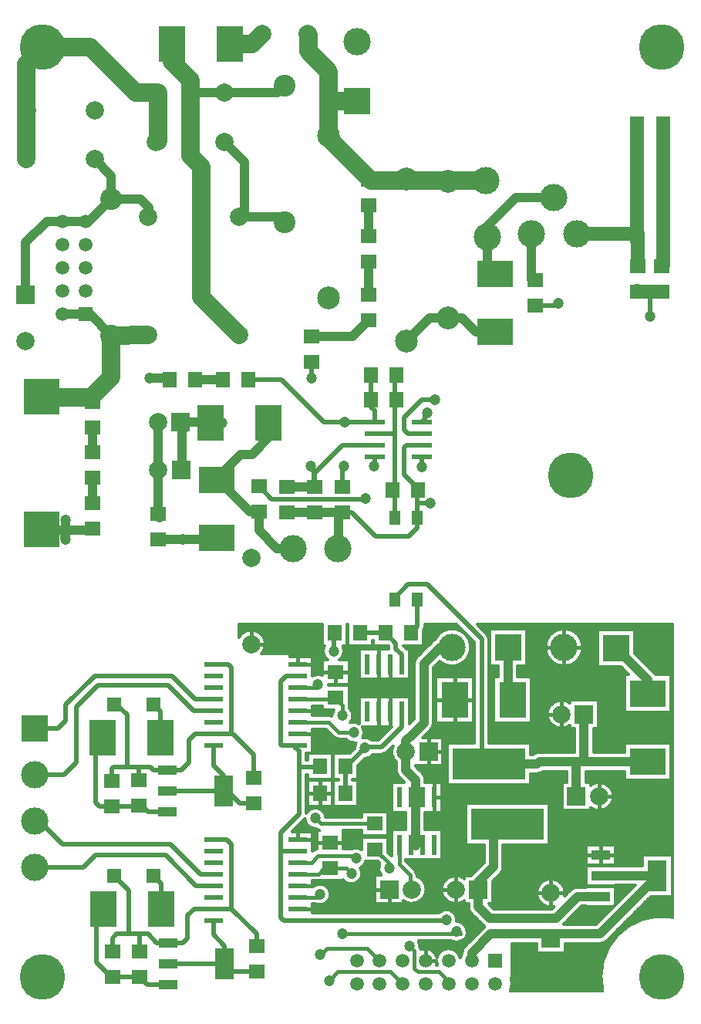
<source format=gtl>
%FSLAX43Y43*%
%MOMM*%
G71*
G01*
G75*
G04 Layer_Physical_Order=1*
%ADD10C,0.300*%
%ADD11R,3.000X4.000*%
%ADD12R,2.150X3.500*%
%ADD13R,2.150X1.100*%
%ADD14R,1.800X1.600*%
%ADD15R,2.150X0.600*%
%ADD16R,2.200X0.600*%
%ADD17R,4.000X3.000*%
%ADD18R,1.600X1.800*%
%ADD19R,0.600X2.200*%
%ADD20R,0.600X2.200*%
%ADD21R,2.200X0.600*%
%ADD22R,8.000X3.500*%
%ADD23R,1.300X1.500*%
%ADD24R,4.000X4.000*%
%ADD25R,2.150X0.600*%
%ADD26C,1.000*%
%ADD27C,2.000*%
%ADD28C,0.500*%
%ADD29C,1.500*%
%ADD30C,0.400*%
%ADD31C,1.500*%
%ADD32C,2.000*%
%ADD33R,2.000X2.000*%
%ADD34R,1.500X1.500*%
%ADD35C,2.500*%
%ADD36C,3.000*%
%ADD37R,3.000X3.000*%
%ADD38C,2.000*%
%ADD39C,5.000*%
%ADD40C,2.400*%
%ADD41C,1.200*%
%ADD42C,1.100*%
D10*
X35042Y11845D02*
G03*
X36650Y12900I458J1055D01*
G01*
G03*
X34700Y13726I-1150J0D01*
G01*
X35143Y17883D02*
G03*
X34770Y17680I157J-733D01*
G01*
X35143Y17883D02*
G03*
X34770Y17680I157J-733D01*
G01*
X35335Y14385D02*
G03*
X35536Y14412I0J750D01*
G01*
X35335Y14385D02*
G03*
X35536Y14412I0J750D01*
G01*
X38043Y14492D02*
G03*
X40100Y15200I907J708D01*
G01*
G03*
X39928Y15804I-1150J0D01*
G01*
X40101Y17798D02*
G03*
X38981Y17900I-651J-948D01*
G01*
X39928Y15804D02*
G03*
X40544Y16497I-478J1046D01*
G01*
X42072Y16265D02*
G03*
X42235Y14992I1028J-515D01*
G01*
X33765Y21133D02*
G03*
X33850Y21234I-565J567D01*
G01*
X33766Y21134D02*
G03*
X33850Y21234I-566J566D01*
G01*
X35086Y20103D02*
G03*
X35452Y19912I517J544D01*
G01*
X35086Y20103D02*
G03*
X35452Y19912I517J544D01*
G01*
X33850Y21234D02*
G03*
X35086Y20103I1150J16D01*
G01*
X36141Y21397D02*
G03*
X34000Y21818I-1141J-147D01*
G01*
X46584Y6853D02*
G03*
X46446Y7155I-734J-153D01*
G01*
X46450Y7250D02*
G03*
X46310Y7800I-1150J0D01*
G01*
X46584Y6853D02*
G03*
X46446Y7155I-734J-153D01*
G01*
X48347Y5928D02*
G03*
X46584Y6853I-1270J-278D01*
G01*
X44661Y12217D02*
G03*
X47161Y13442I950J1225D01*
G01*
X46139Y15011D02*
G03*
X45919Y15542I-750J0D01*
G01*
X47161Y13442D02*
G03*
X46139Y14899I-1550J0D01*
G01*
Y15011D02*
G03*
X45919Y15542I-750J0D01*
G01*
X48277Y5150D02*
G03*
X48347Y5372I-1200J500D01*
G01*
X48347D02*
G03*
X48417Y5150I1270J278D01*
G01*
X50887Y5928D02*
G03*
X48347Y5928I-1270J-278D01*
G01*
X51107Y6416D02*
G03*
X50887Y5928I1050J-766D01*
G01*
X51415Y7200D02*
G03*
X51107Y6457I742J-742D01*
G01*
X51416Y7201D02*
G03*
X51107Y6457I741J-744D01*
G01*
X49932Y7800D02*
G03*
X51125Y7834I568J1000D01*
G01*
X50532Y10082D02*
G03*
X48531Y10855I-1150J0D01*
G01*
X50525Y9950D02*
G03*
X50532Y10082I-1142J133D01*
G01*
X51335Y14633D02*
G03*
X51335Y12183I-950J-1225D01*
G01*
X51125Y7834D02*
G03*
X51650Y8550I-225J716D01*
G01*
X51650Y8800D02*
G03*
X50525Y9950I-1150J0D01*
G01*
X37020Y30170D02*
G03*
X37550Y29950I530J530D01*
G01*
X37020Y30170D02*
G03*
X37550Y29950I530J530D01*
G01*
X36801Y32461D02*
G03*
X36455Y32545I-346J-666D01*
G01*
X36801Y32461D02*
G03*
X36455Y32545I-346J-666D01*
G01*
X37010Y33162D02*
G03*
X36801Y32461I940J-662D01*
G01*
X39456Y29529D02*
G03*
X39300Y28932I994J-579D01*
G01*
X38288Y29950D02*
G03*
X39456Y29529I912J700D01*
G01*
X40194Y30071D02*
G03*
X40350Y30650I-994J579D01*
G01*
G03*
X40149Y31300I-1150J0D01*
G01*
X40432Y27800D02*
G03*
X41362Y28250I18J1150D01*
G01*
X41166Y29850D02*
G03*
X40194Y30071I-716J-900D01*
G01*
X42250Y28250D02*
G03*
X42816Y28484I0J800D01*
G01*
X42250Y28250D02*
G03*
X42817Y28485I0J800D01*
G01*
X38804Y31730D02*
G03*
X39100Y32500I-854J770D01*
G01*
X39845Y31602D02*
G03*
X38804Y31730I-645J-952D01*
G01*
X39100Y32500D02*
G03*
X38700Y33372I-1150J0D01*
G01*
X35793Y36939D02*
G03*
X34700Y36881I-493J-1039D01*
G01*
X35986Y40143D02*
G03*
X36334Y38662I1014J-543D01*
G01*
X37666D02*
G03*
X38150Y39600I-666J938D01*
G01*
G03*
X38014Y40143I-1150J0D01*
G01*
X43889Y26511D02*
G03*
X44197Y25768I1050J0D01*
G01*
X43889Y26511D02*
G03*
X44196Y25769I1050J0D01*
G01*
X43525Y29193D02*
G03*
X43889Y27418I1414J-635D01*
G01*
X47050Y25450D02*
G03*
X46741Y26194I-1050J0D01*
G01*
X47050Y25450D02*
G03*
X46742Y26192I-1050J0D01*
G01*
X47641Y30956D02*
G03*
X47950Y31700I-741J744D01*
G01*
X47642Y30958D02*
G03*
X47950Y31700I-742J742D01*
G01*
X46158Y38942D02*
G03*
X45850Y38200I742J-742D01*
G01*
X46159Y38944D02*
G03*
X45850Y38200I741J-744D01*
G01*
X46892Y41850D02*
G03*
X47000Y42250I-693J401D01*
G01*
X46892Y41850D02*
G03*
X47000Y42250I-693J401D01*
G01*
X48158Y40899D02*
G03*
X47956Y40741I542J-899D01*
G01*
X48158Y40899D02*
G03*
X47958Y40742I542J-899D01*
G01*
X48646Y38461D02*
G03*
X52050Y40000I1354J1539D01*
G01*
G03*
X48158Y40899I-2050J0D01*
G01*
X51650Y8550D02*
G03*
X51642Y8662I-750J0D01*
G01*
X56404Y2275D02*
G03*
X56597Y3110I-1707J835D01*
G01*
G03*
X56486Y3750I-1900J0D01*
G01*
X51642Y8662D02*
G03*
X51650Y8800I-1142J138D01*
G01*
X51835Y11511D02*
G03*
X52144Y10768I1050J0D01*
G01*
X51835Y11511D02*
G03*
X52143Y10769I1050J0D01*
G01*
X53585Y9363D02*
G03*
X53506Y9291I665J-813D01*
G01*
X53585Y9363D02*
G03*
X53508Y9292I665J-813D01*
G01*
X53403Y9509D02*
G03*
X53585Y9363I744J741D01*
G01*
X53404Y9508D02*
G03*
X53585Y9363I742J742D01*
G01*
X62407Y13049D02*
G03*
X61203Y11538I-1550J0D01*
G01*
X62368Y12703D02*
G03*
X62407Y13049I-1511J345D01*
G01*
X63800Y13700D02*
G03*
X63056Y13391I0J-1050D01*
G01*
X63800Y13700D02*
G03*
X63058Y13392I0J-1050D01*
G01*
X55303Y15168D02*
G03*
X55611Y15911I-741J744D01*
G01*
X55304Y15169D02*
G03*
X55611Y15911I-742J742D01*
G01*
X74225Y10386D02*
G03*
X66539Y2275I-1225J-6536D01*
G01*
X65601Y7500D02*
G03*
X65701Y7500I50J1049D01*
G01*
X66250D02*
G03*
X66992Y7808I0J1050D01*
G01*
X66250Y7500D02*
G03*
X66994Y7809I0J1050D01*
G01*
X65211Y22417D02*
G03*
X67711Y23642I950J1225D01*
G01*
G03*
X65211Y24867I-1550J0D01*
G01*
X59600Y28500D02*
G03*
X58900Y28232I0J-1050D01*
G01*
X59600Y28500D02*
G03*
X58900Y28232I0J-1050D01*
G01*
X59332Y26132D02*
G03*
X60033Y26400I0J1050D01*
G01*
X59332Y26132D02*
G03*
X60033Y26400I0J1050D01*
G01*
X62939Y33883D02*
G03*
X62939Y31434I-950J-1225D01*
G01*
X54050Y40900D02*
G03*
X53816Y41466I-800J0D01*
G01*
X54050Y40900D02*
G03*
X53815Y41467I-800J0D01*
G01*
X64350Y40000D02*
G03*
X64350Y40000I-2050J0D01*
G01*
X72362Y37000D02*
G03*
X72241Y37144I-862J-600D01*
G01*
X72362Y37000D02*
G03*
X72242Y37142I-862J-600D01*
G01*
X29100Y39300D02*
G03*
X29508Y40348I-1142J1048D01*
G01*
G03*
X26600Y41096I-1550J0D01*
G01*
X34700Y10905D02*
Y11745D01*
X34797Y10855D02*
Y11845D01*
X34897Y10855D02*
Y11845D01*
X34997Y10855D02*
Y11845D01*
X34700D02*
X35042D01*
X35197Y10855D02*
Y11791D01*
X35097Y10855D02*
Y11823D01*
X35297Y10855D02*
Y11768D01*
X35397Y10855D02*
Y11755D01*
X35497Y10855D02*
Y11750D01*
X35597Y10855D02*
Y11754D01*
X35697Y10855D02*
Y11767D01*
X35797Y10855D02*
Y11789D01*
X35897Y10855D02*
Y11821D01*
X35997Y10855D02*
Y11863D01*
X36097Y10855D02*
Y11917D01*
X36197Y10855D02*
Y11985D01*
X34700Y13726D02*
Y14285D01*
X34797Y13810D02*
Y14385D01*
X36197Y13815D02*
Y14412D01*
X36297Y10855D02*
Y12071D01*
X36397Y10855D02*
Y12180D01*
X36497Y10855D02*
Y12327D01*
X36597Y10855D02*
Y12554D01*
X36297Y13729D02*
Y14412D01*
X36397Y13620D02*
Y14412D01*
X36497Y13473D02*
Y14412D01*
X36597Y13246D02*
Y14412D01*
X36697Y10855D02*
Y14412D01*
X36148Y11950D02*
X41561D01*
X36274Y12050D02*
X41561D01*
X36372Y12150D02*
X41561D01*
X36449Y12250D02*
X41561D01*
X36510Y12350D02*
X41561D01*
X36558Y12450D02*
X41561D01*
X36558Y13350D02*
X41561D01*
X36449Y13550D02*
X41561D01*
X36595Y12550D02*
X41561D01*
X36622Y12650D02*
X41561D01*
X36640Y12750D02*
X41561D01*
X36649Y12850D02*
X41561D01*
X36649Y12950D02*
X41561D01*
X36640Y13050D02*
X41561D01*
X36623Y13150D02*
X41561D01*
X36510Y13450D02*
X41561D01*
X36595Y13250D02*
X41561D01*
X36797Y10855D02*
Y14412D01*
X36897Y10855D02*
Y14412D01*
X36997Y10855D02*
Y14412D01*
X37097Y10855D02*
Y14412D01*
X37197Y10855D02*
Y14412D01*
X37297Y10855D02*
Y14412D01*
X36372Y13650D02*
X41561D01*
X36275Y13750D02*
X41561D01*
X37397Y10855D02*
Y14412D01*
X37497Y10855D02*
Y14412D01*
X37597Y10855D02*
Y14412D01*
X37697Y10855D02*
Y14412D01*
X37797Y10855D02*
Y14412D01*
X37897Y10855D02*
Y14412D01*
X38197Y10855D02*
Y14331D01*
X37997Y10855D02*
Y14412D01*
X38097Y10855D02*
Y14429D01*
X34700Y13850D02*
X34852D01*
X34700Y13950D02*
X35031D01*
X34700Y14050D02*
X35483D01*
X34700Y14385D02*
X35335D01*
X34700Y17750D02*
X34850D01*
X34700Y17611D02*
Y18095D01*
Y17850D02*
X35030D01*
X34700Y17950D02*
X35143D01*
X34897Y13879D02*
Y14385D01*
X34997Y13934D02*
Y14385D01*
X35097Y13977D02*
Y14385D01*
X35197Y14009D02*
Y14385D01*
X35297Y14032D02*
Y14385D01*
X35397Y14045D02*
Y14388D01*
X34700Y18095D02*
Y18525D01*
Y18095D02*
Y18525D01*
Y18050D02*
X35143D01*
X34700Y18150D02*
X35143D01*
X34700Y18250D02*
X35143D01*
X34700Y18350D02*
X35143D01*
X34700Y18450D02*
X35143D01*
X34700Y18550D02*
X35143D01*
X34700Y18650D02*
X35143D01*
X34700Y18750D02*
X35143D01*
X34700Y18850D02*
X35143D01*
X34700Y18950D02*
X35143D01*
X34700Y19050D02*
X35143D01*
X34700Y19150D02*
X35143D01*
X34700Y19250D02*
X35143D01*
X34700Y19350D02*
X35143D01*
X35497Y14050D02*
Y14403D01*
X35597Y14046D02*
Y14412D01*
X35517Y14050D02*
X41561D01*
X34700Y14150D02*
X38481D01*
X34700Y14250D02*
X38302D01*
X35536Y14412D02*
X38043D01*
X35897Y13979D02*
Y14412D01*
X36097Y13883D02*
Y14412D01*
X36148Y13850D02*
X41561D01*
X35969Y13950D02*
X41561D01*
X35697Y14033D02*
Y14412D01*
X35797Y14011D02*
Y14412D01*
X35997Y13937D02*
Y14412D01*
X38043Y17900D02*
X38981D01*
X38043Y17950D02*
X39114D01*
X38043Y18050D02*
X40101D01*
X38043Y18150D02*
X40101D01*
X38043Y18250D02*
X40101D01*
X38043Y18350D02*
X40101D01*
X38043Y18450D02*
X40101D01*
X38043Y18550D02*
X40101D01*
X38043Y18650D02*
X40101D01*
X38043Y18750D02*
X40101D01*
X38043Y18850D02*
X40101D01*
X38043Y18950D02*
X40101D01*
X38043Y19050D02*
X40101D01*
X38043Y19150D02*
X40101D01*
X38043Y19250D02*
X43345D01*
X38043Y19350D02*
X40101D01*
X38397Y10855D02*
Y14192D01*
X38297Y10855D02*
Y14253D01*
X38597Y10855D02*
Y14106D01*
X38497Y10855D02*
Y14143D01*
X38697Y10855D02*
Y14078D01*
X38797Y10855D02*
Y14060D01*
X38897Y10855D02*
Y14051D01*
X38997Y10855D02*
Y14051D01*
X39097Y10855D02*
Y14059D01*
X39197Y10855D02*
Y14077D01*
X39297Y10855D02*
Y14104D01*
X39397Y10855D02*
Y14140D01*
X39497Y10855D02*
Y14188D01*
X39597Y10855D02*
Y14249D01*
X39697Y10855D02*
Y14325D01*
X39797Y10855D02*
Y14422D01*
X39897Y10855D02*
Y14547D01*
X39997Y10855D02*
Y14724D01*
X40097Y10855D02*
Y15115D01*
X40197Y10855D02*
Y15976D01*
X40297Y10855D02*
Y16072D01*
X40397Y10855D02*
Y16197D01*
X40497Y10855D02*
Y16374D01*
X40597Y10855D02*
Y16497D01*
X40697Y10855D02*
Y16497D01*
X40797Y10855D02*
Y16497D01*
X40897Y10855D02*
Y16497D01*
X40997Y10855D02*
Y16497D01*
X41097Y10855D02*
Y16497D01*
X41197Y10855D02*
Y16497D01*
X41297Y10855D02*
Y16497D01*
X41397Y10855D02*
Y16497D01*
X41497Y10855D02*
Y16497D01*
X41597Y10855D02*
Y11892D01*
X41697Y10855D02*
Y11892D01*
X41797Y10855D02*
Y11892D01*
X41897Y10855D02*
Y11892D01*
X41997Y10855D02*
Y11892D01*
X42097Y10855D02*
Y11892D01*
X42197Y10855D02*
Y11892D01*
X42297Y10855D02*
Y11892D01*
X42397Y10855D02*
Y11892D01*
X42497Y10855D02*
Y11892D01*
X42597Y10855D02*
Y11892D01*
X42697Y10855D02*
Y11892D01*
X42797Y10855D02*
Y11892D01*
X42897Y10855D02*
Y11892D01*
X42997Y10855D02*
Y11892D01*
X43097Y10855D02*
Y11892D01*
X43197Y10855D02*
Y11892D01*
X39419Y14150D02*
X41561D01*
X39598Y14250D02*
X41561D01*
X39724Y14350D02*
X41561D01*
X39822Y14450D02*
X41561D01*
X39899Y14550D02*
X41561D01*
X39960Y14650D02*
X41561D01*
X40008Y14750D02*
X41561D01*
X40045Y14850D02*
X41561D01*
Y11892D02*
Y14992D01*
X43297Y10855D02*
Y11892D01*
X40072Y14950D02*
X41561D01*
X41597Y14992D02*
Y16497D01*
X41561Y14992D02*
X42235D01*
X41697D02*
Y16497D01*
X41797Y14992D02*
Y16497D01*
X39960Y15750D02*
X41950D01*
X40073Y15450D02*
X41990D01*
X40045Y15550D02*
X41968D01*
X39997Y15676D02*
Y15838D01*
X39786Y17950D02*
X40101D01*
X40097Y15285D02*
Y15899D01*
X41897Y14992D02*
Y16441D01*
X40090Y15350D02*
X42022D01*
X41997Y14992D02*
Y15425D01*
X40528Y16450D02*
X41887D01*
X40544Y16497D02*
X41840D01*
X40008Y15650D02*
X41954D01*
X40018Y15850D02*
X41954D01*
X40166Y15950D02*
X41967D01*
X40101Y17798D02*
Y19197D01*
X40197D02*
Y19297D01*
X40297Y19197D02*
Y19297D01*
X40397Y19197D02*
Y19297D01*
X40497Y19197D02*
Y19297D01*
X40597Y19197D02*
Y19297D01*
X40697Y19197D02*
Y19297D01*
X40797Y19197D02*
Y19297D01*
X40897Y19197D02*
Y19297D01*
X40997Y19197D02*
Y19297D01*
X41097Y19197D02*
Y19297D01*
X41197Y19197D02*
Y19297D01*
X41297Y19197D02*
Y19297D01*
X41397Y19197D02*
Y19297D01*
X41497Y19197D02*
Y19297D01*
X41597Y19197D02*
Y19297D01*
X41697Y19197D02*
Y19297D01*
X40099Y15250D02*
X42064D01*
X40276Y16050D02*
X41990D01*
X40090Y15050D02*
X42188D01*
X40099Y15150D02*
X42119D01*
X40362Y16150D02*
X42022D01*
X40486Y16350D02*
X41987D01*
X40431Y16250D02*
X42064D01*
X41840Y16497D02*
X42072Y16265D01*
X42097Y14992D02*
Y15188D01*
X41997Y16075D02*
Y16341D01*
X43001Y17458D02*
X43345Y17114D01*
X43209Y17250D02*
X43345D01*
X43109Y17350D02*
X43345D01*
X43009Y17450D02*
X43345D01*
X43001Y17550D02*
X43345D01*
X43001Y17650D02*
X43345D01*
X43001Y17750D02*
X43345D01*
X43001Y17850D02*
X43345D01*
X43001Y17950D02*
X43345D01*
X43001Y18050D02*
X43345D01*
X43001Y18150D02*
X43345D01*
X40101Y19197D02*
X43001D01*
Y18250D02*
X43345D01*
X43001Y18350D02*
X43345D01*
X43001Y18450D02*
X43345D01*
X43001Y17458D02*
Y19197D01*
Y18550D02*
X43345D01*
X43001Y18650D02*
X43345D01*
X43001Y18750D02*
X43345D01*
X43001Y18850D02*
X43345D01*
X43001Y18950D02*
X43345D01*
X43001Y19050D02*
X43345D01*
X43001Y19150D02*
X43345D01*
X32597Y19795D02*
Y19965D01*
X32697Y19795D02*
Y20065D01*
X32797Y19795D02*
Y20165D01*
X32897Y19795D02*
Y20265D01*
X32997Y19795D02*
Y20365D01*
X32881Y20250D02*
X34432D01*
X32981Y20350D02*
X34284D01*
X33097Y19795D02*
Y20465D01*
X33197Y19795D02*
Y20565D01*
X34197Y19795D02*
Y20427D01*
X34097Y19795D02*
Y20538D01*
X34297Y19795D02*
Y20340D01*
X33081Y20450D02*
X34174D01*
X34397Y19795D02*
Y20271D01*
X34497Y19795D02*
Y20216D01*
X33297Y19795D02*
Y20665D01*
X33397Y19795D02*
Y20765D01*
X33497Y19795D02*
Y20865D01*
X32432Y19801D02*
X33765Y21133D01*
X33281Y20650D02*
X34019D01*
X33481Y20850D02*
X33922D01*
X33181Y20550D02*
X34088D01*
X33381Y20750D02*
X33964D01*
X33597Y19795D02*
Y20965D01*
X33697Y19795D02*
Y21065D01*
X33897Y19795D02*
Y20925D01*
X33797Y19795D02*
Y21167D01*
X33681Y21050D02*
X33868D01*
X33997Y19795D02*
Y20688D01*
X33581Y20950D02*
X33890D01*
X34700Y19450D02*
X35143D01*
X34700Y19550D02*
X35143D01*
X34700Y19650D02*
X35143D01*
X34700Y19750D02*
X35143D01*
X32429Y19795D02*
X34700D01*
X32481Y19850D02*
X35143D01*
X32581Y19950D02*
X35326D01*
X32681Y20050D02*
X35149D01*
X34897Y17782D02*
Y20105D01*
X34997Y17836D02*
Y20100D01*
X35143Y17883D02*
Y19912D01*
X35097Y17872D02*
Y20094D01*
X34700Y18525D02*
Y19795D01*
X35197Y19912D02*
Y20017D01*
X35143Y19912D02*
X35452D01*
X34597Y19795D02*
Y20173D01*
X34697Y19795D02*
Y20141D01*
X32781Y20150D02*
X34665D01*
X34797Y17706D02*
Y20118D01*
X36141Y21397D02*
X40101D01*
X36078Y21650D02*
X40101D01*
X36197Y21397D02*
Y22557D01*
X36297Y21397D02*
Y22557D01*
X36397Y21397D02*
Y22557D01*
X36497Y21397D02*
Y22557D01*
X36597Y21397D02*
Y22557D01*
X36697Y21397D02*
Y22557D01*
X36132Y21450D02*
X40101D01*
X36110Y21550D02*
X40101D01*
X36797Y21397D02*
Y22557D01*
X34000Y22050D02*
X34174D01*
X34000Y22650D02*
X34158D01*
X34000Y22150D02*
X34284D01*
X34000Y22750D02*
X34158D01*
X34000Y22850D02*
X34158D01*
X34000Y22950D02*
X34158D01*
X34000Y23050D02*
X34158D01*
X34000Y23150D02*
X34158D01*
X34197Y22073D02*
Y22557D01*
X34000Y23250D02*
X34158D01*
X34297Y22160D02*
Y22557D01*
X34397Y22229D02*
Y22557D01*
X34000Y23350D02*
X34158D01*
X34000Y23450D02*
X34158D01*
X34000Y23550D02*
X34158D01*
X34000Y23650D02*
X34158D01*
X34000Y23750D02*
X34158D01*
X34000Y23850D02*
X34158D01*
X34000Y23950D02*
X34158D01*
X34000Y24050D02*
X34158D01*
X34000Y24150D02*
X34158D01*
X34000Y24250D02*
X34158D01*
X34000Y24350D02*
X34158D01*
X34000Y24450D02*
X34158D01*
X34000Y24550D02*
X34158D01*
X34000Y21818D02*
Y26050D01*
X34097Y21962D02*
Y26050D01*
X34000Y24650D02*
X34158D01*
Y22557D02*
Y25457D01*
X34000Y24750D02*
X34158D01*
X34000Y24850D02*
X34158D01*
X34000Y24950D02*
X34158D01*
X34000Y25050D02*
X34158D01*
X34000Y25150D02*
X34158D01*
X34000Y22250D02*
X34432D01*
X34497Y22284D02*
Y22557D01*
X34000Y22350D02*
X34664D01*
X34597Y22327D02*
Y22557D01*
X34697Y22359D02*
Y22557D01*
X34797Y22382D02*
Y22557D01*
X34000Y22450D02*
X43345D01*
X34897Y22395D02*
Y22557D01*
X36036Y21750D02*
X40101D01*
X35981Y21850D02*
X40101D01*
X35913Y21950D02*
X40101D01*
X35826Y22050D02*
X43345D01*
X34997Y22400D02*
Y22557D01*
X35097Y22396D02*
Y22557D01*
X35716Y22150D02*
X43345D01*
X35336Y22350D02*
X43345D01*
X35568Y22250D02*
X43345D01*
X35197Y22383D02*
Y22557D01*
X35297Y22361D02*
Y22557D01*
X35397Y22329D02*
Y22557D01*
X35497Y22287D02*
Y22557D01*
X34158D02*
X36858D01*
X34000Y22550D02*
X43345D01*
X35797Y22079D02*
Y22557D01*
X35897Y21970D02*
Y22557D01*
X35997Y21823D02*
Y22557D01*
X36097Y21596D02*
Y22557D01*
X35597Y22233D02*
Y22557D01*
X35697Y22165D02*
Y22557D01*
X36858D02*
Y25457D01*
X38043Y17900D02*
Y19897D01*
X38097Y17900D02*
Y19897D01*
X38197Y17900D02*
Y19897D01*
X38297Y17900D02*
Y19897D01*
X38397Y17900D02*
Y19897D01*
X38497Y17900D02*
Y19897D01*
X38597Y17900D02*
Y19897D01*
X38697Y17900D02*
Y19897D01*
X38797Y17900D02*
Y19897D01*
X38897Y17900D02*
Y19897D01*
X38997Y17907D02*
Y19897D01*
X39097Y17944D02*
Y19897D01*
X39197Y17972D02*
Y19897D01*
X39297Y17990D02*
Y19897D01*
X39397Y17999D02*
Y19897D01*
X39497Y17999D02*
Y19897D01*
X36997Y21397D02*
Y22557D01*
X36897Y21397D02*
Y30292D01*
X37097Y21397D02*
Y22557D01*
X37197Y21397D02*
Y22557D01*
X37297Y21397D02*
Y22557D01*
X37397Y21397D02*
Y22557D01*
X37497Y21397D02*
Y22557D01*
X37597Y21397D02*
Y22557D01*
X39597Y17991D02*
Y19897D01*
X39697Y17973D02*
Y19897D01*
X39897Y17910D02*
Y19897D01*
X39997Y17862D02*
Y19897D01*
X37697Y21397D02*
Y22557D01*
X37797Y21397D02*
Y22557D01*
X39797Y17946D02*
Y19897D01*
X37897Y21397D02*
Y22557D01*
X37997Y21397D02*
Y22557D01*
X41797Y19197D02*
Y19297D01*
X41897Y19197D02*
Y19297D01*
X41997Y19197D02*
Y19297D01*
X42097Y19197D02*
Y19297D01*
X42197Y19197D02*
Y19297D01*
X38043Y19450D02*
X40101D01*
X42297Y19197D02*
Y19297D01*
X40101D02*
X43001D01*
X42397Y19197D02*
Y19297D01*
X42497Y19197D02*
Y19297D01*
X42597Y19197D02*
Y19297D01*
X42697Y19197D02*
Y19297D01*
X42797Y19197D02*
Y19297D01*
X42897Y19197D02*
Y19297D01*
X42997Y19197D02*
Y19297D01*
X43001Y19350D02*
X43345D01*
X43001Y19450D02*
X43345D01*
X40097Y17801D02*
Y19897D01*
X40101Y19297D02*
Y19897D01*
X38043Y19550D02*
X40101D01*
X43001D02*
X43345D01*
X38043Y19650D02*
X40101D01*
X38043Y19750D02*
X40101D01*
X38043Y19850D02*
X40101D01*
X38043Y19897D02*
X40101D01*
X43097Y17362D02*
Y28765D01*
X43197Y17262D02*
Y28865D01*
X43345Y17114D02*
Y20000D01*
X43297Y17162D02*
Y28965D01*
X43001Y19650D02*
X43345D01*
X43001Y19297D02*
Y21997D01*
Y19750D02*
X43345D01*
X43001Y19850D02*
X43345D01*
X43001Y19950D02*
X43345D01*
X38097Y21397D02*
Y22557D01*
X38197Y21397D02*
Y22557D01*
X38297Y21397D02*
Y22557D01*
X38397Y21397D02*
Y22557D01*
X38497Y21397D02*
Y22557D01*
X38597Y21397D02*
Y22557D01*
X38697Y21397D02*
Y22557D01*
X38797Y21397D02*
Y22557D01*
X38897Y21397D02*
Y22557D01*
X38997Y21397D02*
Y22557D01*
X39097Y21397D02*
Y22557D01*
X39197Y21397D02*
Y22557D01*
X39297Y21397D02*
Y22557D01*
X39397Y21397D02*
Y22557D01*
X40101Y21397D02*
Y21997D01*
X39497Y21397D02*
Y22557D01*
X39597Y21397D02*
Y22557D01*
X39697Y21397D02*
Y27065D01*
X39797Y21397D02*
Y27165D01*
X39897Y21397D02*
Y27265D01*
X39997Y21397D02*
Y27365D01*
X36958Y22557D02*
X39658D01*
X36958D02*
Y25457D01*
X39658Y22557D02*
Y25457D01*
X40097Y21397D02*
Y27465D01*
X40197Y21997D02*
Y27565D01*
X40297Y21997D02*
Y27665D01*
X40397Y21997D02*
Y27765D01*
X40497Y21997D02*
Y27801D01*
X40597Y21997D02*
Y27809D01*
X40697Y21997D02*
Y27827D01*
X40797Y21997D02*
Y27854D01*
X40897Y21997D02*
Y27890D01*
X40997Y21997D02*
Y27938D01*
X39658Y22650D02*
X43345D01*
X39658Y22750D02*
X43345D01*
X39658Y22850D02*
X43345D01*
X39658Y22950D02*
X43345D01*
X39658Y23050D02*
X43345D01*
X39658Y23150D02*
X43345D01*
X39658Y23250D02*
X43345D01*
X39658Y23350D02*
X43345D01*
X41097Y21997D02*
Y27999D01*
X41197Y21997D02*
Y28076D01*
X40101Y21997D02*
X43001D01*
X43345Y21900D02*
Y25200D01*
X43001Y21950D02*
X43345D01*
X41297Y21997D02*
Y28172D01*
X39658Y23450D02*
X43345D01*
X39658Y23550D02*
X43345D01*
X39658Y23650D02*
X43345D01*
X41397Y21997D02*
Y28250D01*
X41497Y21997D02*
Y28250D01*
X41597Y21997D02*
Y28250D01*
X41697Y21997D02*
Y28250D01*
X41797Y21997D02*
Y28250D01*
X41897Y21997D02*
Y28250D01*
X41997Y21997D02*
Y28250D01*
X42097Y21997D02*
Y28250D01*
X42197Y21997D02*
Y28250D01*
X42297Y21997D02*
Y28251D01*
X42397Y21997D02*
Y28264D01*
X42497Y21997D02*
Y28289D01*
X42597Y21997D02*
Y28329D01*
X42697Y21997D02*
Y28386D01*
X42797Y21997D02*
Y28466D01*
X42897Y21997D02*
Y28565D01*
X42997Y21997D02*
Y28665D01*
X43397Y10855D02*
Y11892D01*
X43497Y10855D02*
Y11892D01*
X43597Y10855D02*
Y11892D01*
X43697Y10855D02*
Y11892D01*
X43797Y10855D02*
Y11892D01*
X43897Y10855D02*
Y11892D01*
X43997Y10855D02*
Y11892D01*
X44097Y10855D02*
Y11892D01*
X44197Y10855D02*
Y11892D01*
X44297Y10855D02*
Y11892D01*
X46397Y7596D02*
Y7800D01*
X46497Y7080D02*
Y7800D01*
X44397Y10855D02*
Y11892D01*
X44497Y10855D02*
Y11892D01*
X44597Y10855D02*
Y11892D01*
X45197Y10855D02*
Y11948D01*
X44797Y10855D02*
Y12123D01*
X44697Y10855D02*
Y12190D01*
X44997Y10855D02*
Y12019D01*
X44897Y10855D02*
Y12066D01*
X45297Y10855D02*
Y11924D01*
X45097Y10855D02*
Y11980D01*
X45397Y10855D02*
Y11907D01*
X45497Y10855D02*
Y11896D01*
X45597Y10855D02*
Y11892D01*
X45697Y10855D02*
Y11894D01*
X45797Y10855D02*
Y11903D01*
X45897Y10855D02*
Y11918D01*
X45997Y10855D02*
Y11940D01*
X46097Y10855D02*
Y11970D01*
X46197Y10855D02*
Y12007D01*
X46297Y10855D02*
Y12052D01*
X46397Y10855D02*
Y12106D01*
X46450Y7150D02*
X51368D01*
X46446Y7350D02*
X51565D01*
X46336Y7750D02*
X50031D01*
X46410Y7550D02*
X51765D01*
X46378Y7650D02*
X51865D01*
X46597Y6858D02*
Y7800D01*
X46557Y6950D02*
X47061D01*
X46697Y6893D02*
Y7800D01*
X47094Y6950D02*
X49601D01*
X46432Y7450D02*
X51665D01*
X46513Y7050D02*
X51291D01*
X46797Y6919D02*
Y7800D01*
X46497Y10855D02*
Y12170D01*
X46310Y7800D02*
X49932D01*
X34700Y10855D02*
X48531D01*
X46597D02*
Y12245D01*
X46697Y10855D02*
Y12335D01*
X34700Y10950D02*
X48627D01*
X46797Y10855D02*
Y12443D01*
X46897Y6937D02*
Y7800D01*
X46997Y6948D02*
Y7800D01*
X47297Y6931D02*
Y7800D01*
X47397Y6910D02*
Y7800D01*
X46897Y10855D02*
Y12576D01*
X46997Y10855D02*
Y12747D01*
X47097Y6950D02*
Y7800D01*
Y10855D02*
Y12999D01*
X47197Y6944D02*
Y7800D01*
X41561Y11892D02*
X44661D01*
Y12217D01*
X34700Y11050D02*
X48761D01*
X34700Y11150D02*
X48955D01*
X44661Y11950D02*
X45191D01*
X44661Y12050D02*
X44929D01*
X46802Y12450D02*
X49167D01*
X46998Y12750D02*
X48982D01*
X47044Y12850D02*
X48939D01*
X46879Y12550D02*
X49095D01*
X46944Y12650D02*
X49034D01*
X47134Y13150D02*
X48857D01*
X47149Y13250D02*
X48844D01*
X47081Y12950D02*
X48905D01*
X47111Y13050D02*
X48877D01*
X47159Y13350D02*
X48836D01*
X46139Y14899D02*
Y15011D01*
X44945Y16516D02*
Y16700D01*
X45097Y16364D02*
Y16700D01*
X44945Y16516D02*
X45919Y15542D01*
X45197Y16264D02*
Y16700D01*
X47161Y13450D02*
X48836D01*
X47158Y13550D02*
X48842D01*
X47147Y13650D02*
X48854D01*
X47130Y13750D02*
X48874D01*
X47107Y13850D02*
X48900D01*
X47076Y13950D02*
X48933D01*
X47037Y14050D02*
X48974D01*
X46990Y14150D02*
X49024D01*
X46934Y14250D02*
X49084D01*
X34700Y11350D02*
X51848D01*
X34700Y11450D02*
X51837D01*
X34700Y11250D02*
X51868D01*
X34700Y11550D02*
X51835D01*
X46032Y11950D02*
X49860D01*
X46293Y12050D02*
X49639D01*
X34700Y11650D02*
X51835D01*
X35969Y11850D02*
X51835D01*
X46711Y12350D02*
X49253D01*
X46868Y14350D02*
X49154D01*
X46468Y12150D02*
X49480D01*
X46602Y12250D02*
X49355D01*
X46789Y14450D02*
X49238D01*
X46695Y14550D02*
X49337D01*
X46583Y14650D02*
X49458D01*
X46259Y14850D02*
X49816D01*
X46443Y14750D02*
X49609D01*
X45611Y15850D02*
X53015D01*
X45511Y15950D02*
X53115D01*
X45411Y16050D02*
X53215D01*
X45311Y16150D02*
X53315D01*
X45211Y16250D02*
X53415D01*
X45111Y16350D02*
X53511D01*
X45011Y16450D02*
X53511D01*
X44945Y16550D02*
X53511D01*
X46139Y14950D02*
X50225D01*
X46138Y15050D02*
X52215D01*
X46126Y15150D02*
X52315D01*
X46100Y15250D02*
X52415D01*
X46058Y15350D02*
X52515D01*
X45997Y15450D02*
X52615D01*
X45911Y15550D02*
X52715D01*
X45711Y15750D02*
X52915D01*
X45811Y15650D02*
X52815D01*
X47797Y6733D02*
Y7800D01*
X47897Y6659D02*
Y7800D01*
X47908Y6650D02*
X48787D01*
X47770Y6750D02*
X48924D01*
X47497Y6880D02*
Y7800D01*
X47597Y6842D02*
Y7800D01*
X47578Y6850D02*
X49117D01*
X47697Y6793D02*
Y7800D01*
X48277Y5150D02*
X48417D01*
X48277Y6150D02*
X48417D01*
X48231Y6250D02*
X48464D01*
X48173Y6350D02*
X48522D01*
X48102Y6450D02*
X48593D01*
X48016Y6550D02*
X48679D01*
X48197Y6311D02*
Y7800D01*
X48297Y6101D02*
Y7800D01*
X48397Y6097D02*
Y7800D01*
X48497Y6309D02*
Y7800D01*
X47997Y6569D02*
Y7800D01*
X48097Y6457D02*
Y7800D01*
X48597Y6455D02*
Y7800D01*
X48697Y6568D02*
Y7800D01*
X48797Y6658D02*
Y7800D01*
X48897Y6732D02*
Y7800D01*
X48997Y6792D02*
Y7800D01*
X49097Y6841D02*
Y7800D01*
X49197Y6880D02*
Y7800D01*
X49297Y6910D02*
Y7800D01*
X49397Y6931D02*
Y7800D01*
X49497Y6944D02*
Y7800D01*
X49597Y6950D02*
Y7800D01*
X50297Y6758D02*
Y7668D01*
X50448Y6650D02*
X51125D01*
X50310Y6750D02*
X51149D01*
X50197Y6814D02*
Y7691D01*
X50397Y6690D02*
Y7655D01*
X50118Y6850D02*
X51184D01*
X49634Y6950D02*
X51230D01*
X50817Y6150D02*
X50957D01*
X50771Y6250D02*
X51004D01*
X50713Y6350D02*
X51062D01*
X50497Y6607D02*
Y7650D01*
X50597Y6505D02*
Y7654D01*
X50556Y6550D02*
X51111D01*
X49997Y6893D02*
Y7766D01*
X49897Y6920D02*
Y7800D01*
X50697Y6374D02*
Y7667D01*
X50797Y6197D02*
Y7689D01*
X49697Y6948D02*
Y7800D01*
X49797Y6938D02*
Y7800D01*
X50097Y6858D02*
Y7723D01*
X50897Y5968D02*
Y7721D01*
X50997Y6236D02*
Y7763D01*
X51097Y6402D02*
Y7817D01*
X51197Y6881D02*
Y7861D01*
X51297Y7059D02*
Y7914D01*
X51397Y7181D02*
Y7988D01*
X50969Y7750D02*
X51965D01*
X51416Y7201D02*
X53506Y9291D01*
X51497Y7282D02*
Y8096D01*
X50197Y10894D02*
Y11870D01*
X50097Y10983D02*
Y11885D01*
X50297Y10779D02*
Y11861D01*
X49697Y11188D02*
Y12020D01*
X49797Y11155D02*
Y11974D01*
X49897Y11111D02*
Y11937D01*
X49997Y11054D02*
Y11908D01*
X50797Y9911D02*
Y11914D01*
X50897Y9879D02*
Y11945D01*
X50997Y9837D02*
Y11984D01*
X50397Y10624D02*
Y11858D01*
X50497Y10366D02*
Y11862D01*
X50597Y9946D02*
Y11873D01*
X50697Y9933D02*
Y11890D01*
X50911Y11950D02*
X51335D01*
X48997Y11166D02*
Y12719D01*
X48897Y11125D02*
Y12976D01*
X49197Y11217D02*
Y12413D01*
X49097Y11196D02*
Y12547D01*
X49397Y11232D02*
Y12214D01*
X49297Y11229D02*
Y12305D01*
X51097Y9783D02*
Y12031D01*
X49497Y11227D02*
Y12138D01*
X51197Y9715D02*
Y12088D01*
X51297Y9629D02*
Y12154D01*
X49597Y11212D02*
Y12074D01*
X51132Y12050D02*
X51335D01*
Y11858D02*
Y12183D01*
X51148Y9750D02*
X53162D01*
X50969Y9850D02*
X53062D01*
X50530Y10150D02*
X52762D01*
X50520Y10250D02*
X52662D01*
X50525Y9950D02*
X52962D01*
X50532Y10050D02*
X52862D01*
X51169Y7850D02*
X52065D01*
X51350Y7950D02*
X52165D01*
X51459Y8050D02*
X52265D01*
X51534Y8150D02*
X52365D01*
X51372Y9550D02*
X53362D01*
X51275Y9650D02*
X53262D01*
X51558Y9250D02*
X53465D01*
X51449Y9450D02*
X53467D01*
X51510Y9350D02*
X53570D01*
X50382Y10650D02*
X52262D01*
X50319Y10750D02*
X52162D01*
X50472Y10450D02*
X52462D01*
X50433Y10550D02*
X52362D01*
X50137Y10950D02*
X51998D01*
X49810Y11150D02*
X51900D01*
X50239Y10850D02*
X52070D01*
X50004Y11050D02*
X51942D01*
X51397Y9520D02*
Y11858D01*
X51497Y9373D02*
Y11858D01*
X50501Y10350D02*
X52562D01*
X51335Y11858D02*
X51835D01*
X51162Y14750D02*
X51335D01*
Y14633D02*
Y14958D01*
X50955Y14850D02*
X51335D01*
X50546Y14950D02*
X51335D01*
Y14958D02*
X52124D01*
X43345Y20000D02*
X44950D01*
X44615Y20000D02*
X44950D01*
X43001Y20050D02*
X44950D01*
X43001Y20150D02*
X44950D01*
X43001Y20250D02*
X44950D01*
X43001Y20350D02*
X44950D01*
X43001Y20450D02*
X44950D01*
X43001Y20550D02*
X44950D01*
X45597Y15864D02*
Y16700D01*
X45697Y15764D02*
Y16700D01*
X45797Y15664D02*
Y16700D01*
X45897Y15564D02*
Y16700D01*
X45297Y16164D02*
Y16700D01*
X45397Y16064D02*
Y16700D01*
X45497Y15964D02*
Y16700D01*
X45045D02*
X45885D01*
X43397Y20000D02*
Y21900D01*
X43497Y20000D02*
Y21900D01*
X43597Y20000D02*
Y21900D01*
X43697Y20000D02*
Y21900D01*
X43797Y20000D02*
Y21900D01*
X43897Y20000D02*
Y21900D01*
X43997Y20000D02*
Y21900D01*
X44097Y20000D02*
Y21900D01*
X44197Y20000D02*
Y21900D01*
X44297Y20000D02*
Y21900D01*
X44397Y20000D02*
Y21900D01*
X44497Y20000D02*
Y21900D01*
X44597Y20000D02*
Y21900D01*
X44697Y20000D02*
Y21900D01*
X44797Y20000D02*
Y21900D01*
X44897Y20000D02*
Y21900D01*
X44950Y20000D02*
Y21900D01*
X46097Y15258D02*
Y16700D01*
X46197Y14877D02*
Y16700D01*
X46297Y14832D02*
Y16700D01*
X46397Y14778D02*
Y16700D01*
X45997Y15450D02*
Y16700D01*
X45885D02*
X46315D01*
X45885D02*
X46315D01*
X47155D01*
X46997Y14137D02*
Y16700D01*
X47097Y13885D02*
Y16700D01*
X47197Y10855D02*
Y16700D01*
X47297Y10855D02*
Y16700D01*
X46497Y14714D02*
Y16700D01*
X46597Y14638D02*
Y16700D01*
X46697Y14548D02*
Y16700D01*
X46797Y14440D02*
Y16700D01*
X46897Y14308D02*
Y16700D01*
X47050Y20000D02*
X47155D01*
X47050Y20050D02*
X51525D01*
X44945Y16650D02*
X53511D01*
X47050Y20150D02*
X51525D01*
X47050Y20250D02*
X51525D01*
X47050Y20350D02*
X51525D01*
X47050Y20450D02*
X51525D01*
X47050Y20550D02*
X51525D01*
X47397Y10855D02*
Y16700D01*
X47050Y20000D02*
Y21900D01*
X47155Y16700D02*
X47585D01*
X47155D02*
X47585D01*
X47097Y20000D02*
Y21900D01*
X47197Y20000D02*
Y21900D01*
X47155Y20000D02*
X47585D01*
X47155D02*
X47585D01*
X47297D02*
Y21900D01*
X39658Y23750D02*
X43345D01*
X39658Y23850D02*
X43345D01*
X39658Y23950D02*
X43345D01*
X39658Y24050D02*
X43345D01*
X39658Y24150D02*
X43345D01*
X39658Y24250D02*
X43345D01*
X39658Y24350D02*
X43345D01*
X39658Y24450D02*
X43345D01*
X39658Y24550D02*
X43345D01*
X39658Y24650D02*
X43345D01*
X43001Y20650D02*
X44950D01*
X43345Y21900D02*
X44615D01*
X39658Y24750D02*
X43345D01*
X39658Y24850D02*
X43345D01*
X39658Y24950D02*
X43345D01*
X39658Y25050D02*
X43345D01*
X39658Y25150D02*
X43345D01*
X43497Y25200D02*
Y27989D01*
X43397Y25200D02*
Y28399D01*
X43345Y25200D02*
X44615D01*
X43597D02*
Y27782D01*
X43797Y25200D02*
Y27510D01*
X43697Y25200D02*
Y27631D01*
X43997Y25200D02*
Y26047D01*
X43897Y25200D02*
Y26380D01*
X44197Y25200D02*
Y25768D01*
X44097Y25200D02*
Y25884D01*
X44297Y25200D02*
Y25668D01*
X44197Y25768D02*
X44765Y25200D01*
X44497D02*
Y25468D01*
X44397Y25200D02*
Y25568D01*
X44615Y25200D02*
X44765D01*
X44615D02*
X44765D01*
X44597D02*
Y25368D01*
X43001Y20750D02*
X44950D01*
X43001Y20850D02*
X44950D01*
X43001Y20950D02*
X44950D01*
X43001Y21050D02*
X44950D01*
X43001Y21150D02*
X44950D01*
X43001Y21250D02*
X44950D01*
X43001Y21350D02*
X44950D01*
X43001Y21450D02*
X44950D01*
X47050Y20650D02*
X51525D01*
X47050Y20750D02*
X51525D01*
X47050Y20850D02*
X51525D01*
X47050Y20950D02*
X51525D01*
X47050Y21050D02*
X51525D01*
X47050Y21150D02*
X51525D01*
X47050Y21250D02*
X51525D01*
X47050Y21350D02*
X51525D01*
X47050Y21450D02*
X51525D01*
X43001Y21550D02*
X44950D01*
X43001Y21650D02*
X44950D01*
X47050Y21550D02*
X51525D01*
X47050Y21650D02*
X51525D01*
X43001Y21750D02*
X44950D01*
X43001Y21850D02*
X44950D01*
X44615Y21900D02*
X44950D01*
X44615D02*
X44950D01*
X47050D02*
X47155D01*
X47585D01*
X47050Y21750D02*
X51525D01*
X47050Y21850D02*
X51525D01*
X47050Y25200D02*
Y25450D01*
X47097Y25200D02*
Y27008D01*
X47155Y21900D02*
X47585D01*
X47050Y25200D02*
X47155D01*
X47585D01*
X47497Y10855D02*
Y16700D01*
X47597Y10855D02*
Y16700D01*
X47697Y10855D02*
Y16700D01*
X47797Y10855D02*
Y16700D01*
X47897Y10855D02*
Y16700D01*
X47997Y10855D02*
Y16700D01*
X48097Y10855D02*
Y16700D01*
X47585D02*
X48855D01*
X48197Y10855D02*
Y16700D01*
X48297Y10855D02*
Y16700D01*
X48397Y10855D02*
Y16700D01*
X48497Y10855D02*
Y16700D01*
X48597Y10922D02*
Y16700D01*
X48697Y11006D02*
Y16700D01*
X48797Y11072D02*
Y16700D01*
X48855D02*
Y20000D01*
X48897Y13840D02*
Y27008D01*
X48997Y14097D02*
Y31706D01*
X49097Y14270D02*
Y31706D01*
X49197Y14403D02*
Y31706D01*
X49297Y14512D02*
Y31706D01*
X49397Y14602D02*
Y31706D01*
X49497Y14678D02*
Y24882D01*
X49597Y14743D02*
Y24882D01*
X49697Y14797D02*
Y24882D01*
X49797Y14842D02*
Y24882D01*
X49897Y14879D02*
Y24882D01*
X49997Y14909D02*
Y24882D01*
X50097Y14931D02*
Y24882D01*
X50197Y14947D02*
Y24882D01*
X50297Y14956D02*
Y24882D01*
X50397Y14958D02*
Y24882D01*
X50497Y14954D02*
Y24882D01*
X48855Y16750D02*
X53511D01*
X48855Y16850D02*
X53511D01*
X48855Y16950D02*
X53511D01*
X48855Y17050D02*
X53511D01*
X48855Y17150D02*
X53511D01*
X48855Y17250D02*
X53511D01*
X48855Y17350D02*
X53511D01*
X48855Y17450D02*
X53511D01*
X48855Y17550D02*
X53511D01*
X48855Y17650D02*
X53511D01*
X48855Y17750D02*
X53511D01*
X48855Y17850D02*
X53511D01*
X48855Y17950D02*
X53511D01*
X48855Y18050D02*
X53511D01*
X48855Y18150D02*
X53511D01*
X48855Y18250D02*
X53511D01*
X51525Y18278D02*
X53511D01*
X50597Y14944D02*
Y24882D01*
X50697Y14927D02*
Y24882D01*
X48855Y18350D02*
X51525D01*
X48855Y18450D02*
X51525D01*
X48855Y18550D02*
X51525D01*
X48855Y18650D02*
X51525D01*
X48855Y18750D02*
X51525D01*
X48855Y18850D02*
X51525D01*
X50997Y14833D02*
Y24882D01*
X51097Y14785D02*
Y24882D01*
X51197Y14729D02*
Y24882D01*
X51297Y14662D02*
Y24882D01*
X50797Y14903D02*
Y24882D01*
X50897Y14871D02*
Y24882D01*
X51525Y18278D02*
Y22878D01*
X51397Y14958D02*
Y24882D01*
X51497Y14958D02*
Y24882D01*
X47397Y20000D02*
Y21900D01*
X47497Y20000D02*
Y21900D01*
X47585Y20000D02*
X48855D01*
X47597D02*
Y21900D01*
X47697Y20000D02*
Y21900D01*
X47797Y20000D02*
Y21900D01*
X47897Y20000D02*
Y21900D01*
X47997Y20000D02*
Y21900D01*
X48855Y18950D02*
X51525D01*
X48855Y19050D02*
X51525D01*
X48855Y19150D02*
X51525D01*
X48855Y19250D02*
X51525D01*
X48855Y19350D02*
X51525D01*
X48855Y19450D02*
X51525D01*
X48855Y19550D02*
X51525D01*
X48855Y19650D02*
X51525D01*
X48855Y19750D02*
X51525D01*
X48097Y20000D02*
Y21900D01*
X48197Y20000D02*
Y21900D01*
X48297Y20000D02*
Y21900D01*
X48397Y20000D02*
Y21900D01*
X47585D02*
X48855D01*
X48497Y20000D02*
Y21900D01*
X48597Y20000D02*
Y21900D01*
X48697Y20000D02*
Y21900D01*
X48797Y20000D02*
Y21900D01*
X48855D02*
Y25200D01*
X49493Y24882D02*
Y29482D01*
X48855Y24950D02*
X49493D01*
X48855Y25050D02*
X49493D01*
X48855Y25150D02*
X49493D01*
X48855Y19850D02*
X51525D01*
X48855Y19950D02*
X51525D01*
X48855Y21950D02*
X51525D01*
X48855Y22050D02*
X51525D01*
X48855Y22150D02*
X51525D01*
X48855Y22250D02*
X51525D01*
X48855Y22350D02*
X51525D01*
X48855Y22450D02*
X51525D01*
X48855Y22550D02*
X51525D01*
X48855Y22650D02*
X51525D01*
X48855Y22750D02*
X51525D01*
X48855Y22850D02*
X51525D01*
Y22878D02*
X60625D01*
X48855Y22950D02*
X62111D01*
X48855Y23050D02*
X62111D01*
X48855Y23150D02*
X62111D01*
X48855Y23250D02*
X62111D01*
X48855Y23350D02*
X62111D01*
X48855Y23450D02*
X62111D01*
X48855Y23550D02*
X62111D01*
X48855Y23650D02*
X62111D01*
X48855Y23750D02*
X62111D01*
X48855Y23850D02*
X62111D01*
X48855Y23950D02*
X62111D01*
X48855Y24050D02*
X62111D01*
X48855Y24150D02*
X62111D01*
X48855Y24250D02*
X62111D01*
X48855Y24350D02*
X62111D01*
X48855Y24450D02*
X62111D01*
X48855Y24550D02*
X62111D01*
X49493Y24882D02*
X58593D01*
X48855Y24650D02*
X62111D01*
X48855Y24750D02*
X62111D01*
X48855Y24850D02*
X62111D01*
X34000Y25250D02*
X34158D01*
X34000Y25350D02*
X34158D01*
X34000Y25450D02*
X34158D01*
X34000Y25550D02*
X34142D01*
X34000Y25650D02*
X34142D01*
X34000Y25750D02*
X34142D01*
X34000Y25850D02*
X34142D01*
X34000Y25950D02*
X34142D01*
Y25493D02*
Y26050D01*
X34000D02*
X34142D01*
X34000Y26050D02*
X34142D01*
X34000Y27650D02*
X34142D01*
X34000Y27750D02*
X34142D01*
X34000Y27850D02*
X34142D01*
X34000Y27950D02*
X34142D01*
X34000Y28050D02*
X34142D01*
X34000Y27650D02*
Y28405D01*
X34097Y27650D02*
Y28405D01*
X34000Y28150D02*
X34142D01*
Y27650D02*
Y28393D01*
X34000Y28250D02*
X34142D01*
X34000Y28350D02*
X34142D01*
X34000Y28405D02*
X34700D01*
Y29675D01*
X34797Y28393D02*
Y31045D01*
X34897Y28393D02*
Y31045D01*
X34997Y28393D02*
Y31045D01*
X35097Y28393D02*
Y31045D01*
X35197Y28393D02*
Y31045D01*
X35297Y28393D02*
Y31045D01*
X35397Y28393D02*
Y31045D01*
X35497Y28393D02*
Y31045D01*
X35597Y28393D02*
Y31045D01*
X34158Y25457D02*
X36858D01*
X34142Y25493D02*
X36842D01*
X34142Y28393D02*
X36842D01*
X34700Y28450D02*
X38818D01*
X34700Y28550D02*
X38918D01*
X34700Y28650D02*
X39018D01*
X34700Y28750D02*
X39118D01*
X34700Y28850D02*
X39218D01*
X36842Y25493D02*
Y28393D01*
X36942Y25493D02*
Y28393D01*
X36958Y25457D02*
X37508D01*
X36942Y25493D02*
X37508D01*
X36942Y28393D02*
X38761D01*
X37297D02*
Y29994D01*
X34700Y28950D02*
X39300D01*
X34700Y29050D02*
X39304D01*
X34700Y29150D02*
X39318D01*
X35697Y28393D02*
Y31045D01*
X35797Y28393D02*
Y31045D01*
X35897Y28393D02*
Y31045D01*
X35997Y28393D02*
Y31045D01*
X36197Y28393D02*
Y30993D01*
X36097Y28393D02*
Y31045D01*
X36397Y28393D02*
Y30792D01*
X36297Y28393D02*
Y30892D01*
X36597Y28393D02*
Y30593D01*
X36497Y28393D02*
Y30692D01*
X36797Y28393D02*
Y30392D01*
X36697Y28393D02*
Y30493D01*
X37097Y28393D02*
Y30102D01*
X36997Y28393D02*
Y30193D01*
X37397Y28393D02*
Y29966D01*
X37197Y28393D02*
Y30038D01*
X37497Y28393D02*
Y29952D01*
X34700Y29675D02*
Y30105D01*
Y29675D02*
Y30105D01*
Y30945D01*
Y30850D02*
X36340D01*
X34700Y30650D02*
X36540D01*
X34700Y30750D02*
X36439D01*
X35797Y32545D02*
Y33162D01*
X35897Y32545D02*
Y33162D01*
X34700Y31045D02*
X36144D01*
X34700Y32545D02*
X36455D01*
X35997D02*
Y33162D01*
X36097Y32545D02*
Y33162D01*
X36197Y32545D02*
Y33162D01*
X36297Y32545D02*
Y33162D01*
X36397Y32545D02*
Y33162D01*
X34700Y32645D02*
Y33485D01*
X34797Y32545D02*
Y33585D01*
X34897Y32545D02*
Y33585D01*
X34997Y32545D02*
Y33585D01*
X34700Y33250D02*
X35793D01*
X34700Y33350D02*
X35793D01*
X34700Y33450D02*
X35793D01*
X34700Y33585D02*
X35793D01*
X35097Y32545D02*
Y33585D01*
X35197Y32545D02*
Y33585D01*
X35297Y32545D02*
Y33585D01*
X35397Y32545D02*
Y33585D01*
X35497Y32545D02*
Y33585D01*
X35597Y32545D02*
Y33585D01*
X36497Y32544D02*
Y33162D01*
X35697Y32545D02*
Y33585D01*
X35793Y33162D02*
Y33585D01*
X34700Y29250D02*
X39340D01*
X34700Y29550D02*
X38865D01*
X34700Y29350D02*
X39372D01*
X34700Y29450D02*
X39414D01*
X34700Y29850D02*
X38374D01*
X34700Y29950D02*
X38288D01*
X34700Y29650D02*
X38632D01*
X34700Y29750D02*
X38484D01*
X34700Y30050D02*
X37176D01*
X37550Y29950D02*
X38288D01*
X34700Y30450D02*
X36739D01*
X34700Y30550D02*
X36639D01*
X34700Y30150D02*
X37040D01*
X34700Y30250D02*
X36939D01*
X34700Y30350D02*
X36840D01*
X34700Y32650D02*
X36810D01*
X34700Y32750D02*
X36827D01*
X36144Y31045D02*
X37020Y30170D01*
X34700Y32850D02*
X36854D01*
X34700Y32950D02*
X36892D01*
X34700Y33050D02*
X36940D01*
X34700Y33150D02*
X37001D01*
X35793Y33162D02*
X37010D01*
X36797Y32463D02*
Y33162D01*
X36597Y32531D02*
Y33162D01*
X36697Y32505D02*
Y33162D01*
X36897Y32962D02*
Y33162D01*
X36449Y35862D02*
X38693D01*
X36448Y35962D02*
X38693D01*
X38597Y28393D02*
Y29671D01*
X38497Y28393D02*
Y29740D01*
X39108Y25457D02*
X39658D01*
X38697Y28393D02*
Y29616D01*
X38797Y28428D02*
Y29573D01*
X38897Y28528D02*
Y29541D01*
X38761Y28393D02*
X39300Y28932D01*
X38997Y28628D02*
Y29518D01*
X39108Y25493D02*
X39642D01*
X39097Y28728D02*
Y29505D01*
X39642Y25493D02*
Y27011D01*
X40432Y27800D01*
X39197Y28828D02*
Y29500D01*
X39297Y28928D02*
Y29504D01*
X39397Y29412D02*
Y29517D01*
X37597Y28393D02*
Y29950D01*
X37697Y28393D02*
Y29950D01*
X37797Y28393D02*
Y29950D01*
X37897Y28393D02*
Y29950D01*
X37997Y28393D02*
Y29950D01*
X38097Y28393D02*
Y29950D01*
X38297Y28393D02*
Y29938D01*
X38197Y28393D02*
Y29950D01*
X38397Y28393D02*
Y29827D01*
X40297Y30090D02*
Y30304D01*
X40397Y30099D02*
Y31300D01*
X40497Y30099D02*
Y31300D01*
X40597Y30091D02*
Y31300D01*
X40697Y30073D02*
Y31300D01*
X40236Y30150D02*
X42218D01*
X40278Y30250D02*
X42318D01*
X40310Y30350D02*
X42418D01*
X40332Y30450D02*
X42518D01*
X40346Y30550D02*
X42618D01*
X40350Y30650D02*
X42718D01*
X41362Y28250D02*
X42250D01*
X41276Y28150D02*
X43443D01*
X40797Y30046D02*
Y31300D01*
X40897Y30010D02*
Y31300D01*
X41166Y29850D02*
X41919D01*
X40786Y30050D02*
X42118D01*
X41018Y29950D02*
X42018D01*
X41097Y29901D02*
Y31300D01*
X41197Y29850D02*
Y31300D01*
X41297Y29850D02*
Y31300D01*
X41397Y29850D02*
Y31300D01*
X40997Y29962D02*
Y31300D01*
X41497Y29850D02*
Y31300D01*
X41597Y29850D02*
Y31300D01*
X41697Y29850D02*
Y31300D01*
X41797Y29850D02*
Y31300D01*
X41897Y29850D02*
Y31300D01*
X41997Y29928D02*
Y31300D01*
X42097Y30028D02*
Y31300D01*
X42197Y30128D02*
Y31300D01*
X42297Y30228D02*
Y31300D01*
X42397Y30328D02*
Y31300D01*
X42497Y30428D02*
Y31300D01*
X42597Y30528D02*
Y31300D01*
X38997Y31782D02*
Y32024D01*
X38899Y31850D02*
X39845D01*
X38960Y31950D02*
X39845D01*
X39008Y32050D02*
X39845D01*
X39045Y32150D02*
X39845D01*
X39072Y32250D02*
X39845D01*
X39536Y31750D02*
X39845D01*
X39097Y31795D02*
Y32415D01*
X39090Y32350D02*
X39845D01*
X39099Y32450D02*
X39845D01*
X39099Y32550D02*
X39845D01*
X39090Y32650D02*
X39845D01*
X39073Y32750D02*
X39845D01*
X39046Y32850D02*
X39845D01*
X39008Y32950D02*
X39845D01*
X38700Y33372D02*
Y33670D01*
X38725Y33350D02*
X39845D01*
X38700Y33450D02*
X39845D01*
X38700Y33550D02*
X39845D01*
X38700Y33650D02*
X39845D01*
X38693Y33850D02*
X39845D01*
X38693Y33950D02*
X39845D01*
X38960Y33050D02*
X39845D01*
Y31602D02*
Y34600D01*
X38899Y33150D02*
X39845D01*
X38822Y33250D02*
X39845D01*
X38693Y34050D02*
X39845D01*
X38693Y33769D02*
Y35862D01*
Y34150D02*
X39845D01*
X38693Y34250D02*
X39845D01*
X38693Y34350D02*
X39845D01*
X40346Y30750D02*
X42818D01*
X40333Y30850D02*
X42918D01*
X40310Y30950D02*
X43018D01*
X40278Y31050D02*
X43118D01*
X40297Y30996D02*
Y31300D01*
X40149D02*
X41545D01*
X40236Y31150D02*
X43218D01*
X40181Y31250D02*
X43318D01*
X42697Y30628D02*
Y31300D01*
X42797Y30728D02*
Y31300D01*
X42897Y30828D02*
Y31300D01*
X42997Y30928D02*
Y31300D01*
X41115D02*
X41545D01*
X42385D01*
X42815D01*
X42385D02*
X42815D01*
X43097Y31028D02*
Y31300D01*
X38693Y34450D02*
X39845D01*
X38693Y34550D02*
X39845D01*
Y34600D02*
X41115D01*
X39897D02*
Y36500D01*
X39997Y34600D02*
Y36500D01*
X40097Y34600D02*
Y36500D01*
X40197Y34600D02*
Y36500D01*
X40297Y34600D02*
Y36500D01*
X43197Y31128D02*
Y31300D01*
X41115Y34600D02*
X41545D01*
X41115Y34600D02*
X42385D01*
X42815D01*
X42385D02*
X42815D01*
X34700Y36950D02*
X34831D01*
X34700Y36881D02*
Y37295D01*
Y37050D02*
X35280D01*
X34700Y37150D02*
X35793D01*
X34700Y37250D02*
X35793D01*
X34700Y37295D02*
Y37725D01*
Y37295D02*
Y37725D01*
X35320Y37050D02*
X35793D01*
Y36939D02*
Y38662D01*
X34700Y37350D02*
X35793D01*
X34700Y37725D02*
Y38995D01*
Y37450D02*
X35793D01*
X34700Y37550D02*
X35793D01*
X32176Y38995D02*
Y42500D01*
X32197Y38995D02*
Y42500D01*
X32176Y38995D02*
X34700D01*
X34797Y36934D02*
Y42500D01*
X32297Y38995D02*
Y42500D01*
X32397Y38995D02*
Y42500D01*
X32497Y38995D02*
Y42500D01*
X32597Y38995D02*
Y42500D01*
X34897Y36977D02*
Y42500D01*
X34997Y37009D02*
Y42500D01*
X35097Y37032D02*
Y42500D01*
X35697Y36979D02*
Y42500D01*
X35197Y37045D02*
Y42500D01*
X35297Y37050D02*
Y42500D01*
X35397Y37046D02*
Y42500D01*
X35497Y37033D02*
Y42500D01*
X35597Y37011D02*
Y42500D01*
X34700Y37650D02*
X35793D01*
X34700Y37750D02*
X35793D01*
X34700Y37850D02*
X35793D01*
X34700Y37950D02*
X35793D01*
X34700Y38050D02*
X35793D01*
X34700Y38150D02*
X35793D01*
X34700Y38250D02*
X35793D01*
X34700Y38350D02*
X35793D01*
X34700Y38450D02*
X35793D01*
X34700Y38550D02*
X35793D01*
X34700Y38650D02*
X35793D01*
Y38662D02*
X36334D01*
X34700Y38750D02*
X36226D01*
X37666Y38662D02*
X38693D01*
X35897D02*
Y39275D01*
X35797Y38662D02*
Y40143D01*
X35997Y38662D02*
Y39038D01*
X36097Y38662D02*
Y38888D01*
X32176Y39050D02*
X35990D01*
X34700Y38850D02*
X36128D01*
X34700Y38950D02*
X36051D01*
X36197Y38662D02*
Y38777D01*
X37797Y38662D02*
Y38771D01*
X37897Y38662D02*
Y38880D01*
X37997Y38662D02*
Y39027D01*
X38097Y38662D02*
Y39254D01*
X37774Y38750D02*
X39845D01*
X37872Y38850D02*
X39845D01*
X37949Y38950D02*
X39845D01*
X32176Y40150D02*
X35742D01*
X32176Y40250D02*
X35742D01*
X32176Y40350D02*
X35742D01*
X32176Y40450D02*
X35742D01*
X32176Y40550D02*
X35742D01*
X32176Y40650D02*
X35742D01*
X32176Y40750D02*
X35742D01*
X32176Y40850D02*
X35742D01*
X32697Y38995D02*
Y42500D01*
X32797Y38995D02*
Y42500D01*
X32897Y38995D02*
Y42500D01*
X32997Y38995D02*
Y42500D01*
X32176Y40950D02*
X35742D01*
X33097Y38995D02*
Y42500D01*
X32176Y41050D02*
X35742D01*
X32176Y41150D02*
X35742D01*
X32176Y41250D02*
X35742D01*
X33197Y38995D02*
Y42500D01*
X33297Y38995D02*
Y42500D01*
X33397Y38995D02*
Y42500D01*
X33497Y38995D02*
Y42500D01*
X33597Y38995D02*
Y42500D01*
X33697Y38995D02*
Y42500D01*
X33797Y38995D02*
Y42500D01*
X33897Y38995D02*
Y42500D01*
X33997Y38995D02*
Y42500D01*
X34097Y38995D02*
Y42500D01*
X34197Y38995D02*
Y42500D01*
X34297Y38995D02*
Y42500D01*
X34397Y38995D02*
Y42500D01*
X34497Y38995D02*
Y42500D01*
X34597Y38995D02*
Y42500D01*
X34697Y38995D02*
Y42500D01*
X35742Y40143D02*
Y42500D01*
X32176Y39150D02*
X35942D01*
X32176Y39450D02*
X35860D01*
X32176Y39250D02*
X35905D01*
X32176Y39350D02*
X35878D01*
X32176Y39550D02*
X35851D01*
X32176Y39650D02*
X35851D01*
X32176Y39750D02*
X35860D01*
X32176Y39850D02*
X35877D01*
X38010Y39050D02*
X39845D01*
X38058Y39150D02*
X39845D01*
X38095Y39250D02*
X39845D01*
X38122Y39350D02*
X39845D01*
X32176Y39950D02*
X35904D01*
X32176Y40050D02*
X35942D01*
X38140Y39450D02*
X39845D01*
X38058Y40050D02*
X43050D01*
X38149Y39550D02*
X39845D01*
X32176Y41350D02*
X35742D01*
X32176Y41450D02*
X35742D01*
X32176Y41550D02*
X35742D01*
X32176Y41650D02*
X35742D01*
X32176Y41750D02*
X35742D01*
X32176Y41850D02*
X35742D01*
X32176Y41950D02*
X35742D01*
X32176Y42050D02*
X35742D01*
X35897Y39925D02*
Y40143D01*
X35742D02*
X35986D01*
X38014D02*
X38442D01*
X32176Y42150D02*
X35742D01*
X32176Y42250D02*
X35742D01*
X32176Y42350D02*
X35742D01*
X32176Y42450D02*
X35742D01*
X32176Y42500D02*
X35742D01*
X38693Y36550D02*
X39845D01*
X38693Y36650D02*
X39845D01*
X38693Y36750D02*
X39845D01*
X38693Y36850D02*
X39845D01*
X38693Y36950D02*
X39845D01*
X38693Y37050D02*
X39845D01*
X38693Y37150D02*
X39845D01*
X38693Y37250D02*
X39845D01*
X40397Y34600D02*
Y36500D01*
X40497Y34600D02*
Y36500D01*
X40597Y34600D02*
Y36500D01*
X40697Y34600D02*
Y36500D01*
X38693Y37350D02*
X39845D01*
X38693Y37450D02*
X39845D01*
X38693Y37550D02*
X39845D01*
X38693Y37650D02*
X39845D01*
X38693Y35962D02*
Y38662D01*
X38797Y33278D02*
Y40143D01*
X38897Y33153D02*
Y40143D01*
X38997Y32976D02*
Y40143D01*
X38693Y37750D02*
X39845D01*
X38693Y37850D02*
X39845D01*
X38693Y37950D02*
X39845D01*
X38693Y38050D02*
X39845D01*
X39197Y31800D02*
Y40143D01*
X39597Y31729D02*
Y40143D01*
X39697Y31687D02*
Y40143D01*
X39797Y31633D02*
Y40143D01*
X39097Y32585D02*
Y40143D01*
X39297Y31796D02*
Y40143D01*
X39845Y36500D02*
Y39800D01*
X39397Y31783D02*
Y40143D01*
X39497Y31761D02*
Y40143D01*
X40797Y34600D02*
Y36500D01*
X40897Y34600D02*
Y36500D01*
X40997Y34600D02*
Y36500D01*
X41097Y34600D02*
Y36500D01*
X39845D02*
X41115D01*
X41197Y34600D02*
Y36500D01*
X41297Y34600D02*
Y36500D01*
X41115Y36500D02*
X41545D01*
X41397Y34600D02*
Y36500D01*
X41497Y34600D02*
Y36500D01*
X41597Y34600D02*
Y36500D01*
X41697Y34600D02*
Y36500D01*
X41797Y34600D02*
Y36500D01*
X41897Y34600D02*
Y36500D01*
X41997Y34600D02*
Y36500D01*
X42097Y34600D02*
Y36500D01*
X42197Y34600D02*
Y36500D01*
X42297Y34600D02*
Y36500D01*
X42397Y34600D02*
Y36500D01*
X41115D02*
X42385D01*
X42497Y34600D02*
Y36500D01*
X42385D02*
X42815D01*
X42385D02*
X42815D01*
X42597Y34600D02*
Y36500D01*
X42697Y34600D02*
Y36500D01*
X42797Y34600D02*
Y36500D01*
X42897Y34600D02*
Y36500D01*
X42997Y34600D02*
Y36500D01*
X43097Y34600D02*
Y36500D01*
X43197Y34600D02*
Y36500D01*
X43297Y34600D02*
Y36500D01*
X38197Y38662D02*
Y40143D01*
X38297Y38662D02*
Y40143D01*
X38693Y38150D02*
X39845D01*
X38397Y38662D02*
Y40143D01*
X38097Y39946D02*
Y40143D01*
X38597Y38662D02*
Y40143D01*
X38149Y39650D02*
X39845D01*
X38140Y39750D02*
X39845D01*
X38693Y38250D02*
X39845D01*
X38693Y38350D02*
X39845D01*
X38693Y38450D02*
X39845D01*
X38693Y38550D02*
X39845D01*
X38693Y38650D02*
X39845D01*
X39897Y39800D02*
Y40143D01*
X39997Y39800D02*
Y40143D01*
X40097Y39800D02*
Y40143D01*
X40197Y39800D02*
Y40143D01*
X40297Y39800D02*
Y40143D01*
X38497Y38662D02*
Y42550D01*
X40397Y39800D02*
Y40143D01*
X40497Y39800D02*
Y40143D01*
X38442Y40143D02*
Y42500D01*
X38542Y40143D02*
Y42500D01*
X40597Y39800D02*
Y40143D01*
X38542D02*
X41242D01*
X40697Y39800D02*
Y40143D01*
X40797Y39800D02*
Y40143D01*
X40897Y39800D02*
Y40143D01*
X40997Y39800D02*
Y40143D01*
X41097Y39800D02*
Y40143D01*
X41197Y39800D02*
Y40143D01*
X41397Y39800D02*
Y40143D01*
X41242Y40143D02*
Y40793D01*
X41297Y39800D02*
Y40793D01*
X39845Y39800D02*
X41545D01*
X41497D02*
Y40143D01*
X41115Y39800D02*
X41545D01*
X42385D01*
X41242Y40150D02*
X41392D01*
X41597Y39800D02*
Y40143D01*
X38096Y39950D02*
X43050D01*
X41697Y39800D02*
Y40143D01*
X41797Y39800D02*
Y40143D01*
X41897Y39800D02*
Y40143D01*
X41997Y39800D02*
Y40143D01*
X42097Y39800D02*
Y40143D01*
X42197Y39800D02*
Y40143D01*
X42297Y39800D02*
Y40143D01*
X42385Y39800D02*
X42815D01*
X42385D02*
X42815D01*
X43052D01*
X41242Y40250D02*
X41392D01*
X41242Y40350D02*
X41392D01*
Y40143D02*
X43011D01*
X41242Y40450D02*
X41392D01*
X41242Y40550D02*
X41392D01*
X41242Y40650D02*
X41392D01*
X41242Y40750D02*
X41392D01*
X41242Y40793D02*
X41392D01*
X42397Y39800D02*
Y40143D01*
X42497Y39800D02*
Y40143D01*
X42597Y39800D02*
Y40143D01*
X42697Y39800D02*
Y40143D01*
X42797Y39800D02*
Y40143D01*
X41392D02*
Y40793D01*
X42897Y39800D02*
Y40143D01*
X42997Y39800D02*
Y40143D01*
X43050Y39850D02*
Y40104D01*
X39658Y25450D02*
X44515D01*
X39642Y25550D02*
X44415D01*
X39658Y25250D02*
X44715D01*
X39658Y25350D02*
X44615D01*
X39642Y25850D02*
X44123D01*
X39642Y25950D02*
X44051D01*
X39642Y25650D02*
X44315D01*
X39642Y25750D02*
X44215D01*
X39642Y26050D02*
X43995D01*
X39642Y26150D02*
X43953D01*
X39642Y26250D02*
X43922D01*
X39642Y26350D02*
X43901D01*
X39642Y26450D02*
X43890D01*
X39642Y26550D02*
X43889D01*
X39642Y26650D02*
X43889D01*
X39642Y26750D02*
X43889D01*
X39642Y26850D02*
X43889D01*
X39642Y26950D02*
X43889D01*
X39681Y27050D02*
X43889D01*
X39781Y27150D02*
X43889D01*
X39881Y27250D02*
X43889D01*
X39981Y27350D02*
X43889D01*
Y26511D02*
Y27418D01*
X40081Y27450D02*
X43855D01*
X46097Y26838D02*
Y27008D01*
X46197Y26738D02*
Y27008D01*
X40381Y27750D02*
X43616D01*
X40785Y27850D02*
X43560D01*
X40181Y27550D02*
X43761D01*
X40281Y27650D02*
X43683D01*
X46862Y26050D02*
X49493D01*
X46783Y26150D02*
X49493D01*
X46685Y26250D02*
X49493D01*
X46585Y26350D02*
X49493D01*
X46485Y26450D02*
X49493D01*
X46385Y26550D02*
X49493D01*
X47155Y25200D02*
X47585D01*
X47050Y25250D02*
X49493D01*
X47050Y25350D02*
X49493D01*
X47050Y25450D02*
X49493D01*
X47045Y25550D02*
X49493D01*
X47031Y25650D02*
X49493D01*
X47006Y25750D02*
X49493D01*
X46971Y25850D02*
X49493D01*
X46923Y25950D02*
X49493D01*
X46397Y26538D02*
Y27008D01*
X46497Y26438D02*
Y27008D01*
X46285Y26650D02*
X49493D01*
X45989Y26946D02*
X46741Y26194D01*
X46297Y26638D02*
Y27008D01*
X45989D02*
X48989D01*
X46185Y26750D02*
X49493D01*
X46085Y26850D02*
X49493D01*
X46997Y25780D02*
Y27008D01*
X47197Y25200D02*
Y27008D01*
X47297Y25200D02*
Y27008D01*
X47397Y25200D02*
Y27008D01*
X46597Y26338D02*
Y27008D01*
X46697Y26238D02*
Y27008D01*
X46797Y26134D02*
Y27008D01*
X46897Y25996D02*
Y27008D01*
X41362Y28250D02*
X43420D01*
X42637Y28350D02*
X43403D01*
X41018Y27950D02*
X43513D01*
X41166Y28050D02*
X43474D01*
X42779Y28450D02*
X43392D01*
X41919Y29850D02*
X43369Y31300D01*
X42817Y28485D02*
X43525Y29193D01*
X42815Y31300D02*
X43369D01*
X42881Y28550D02*
X43389D01*
X42981Y28650D02*
X43391D01*
X43081Y28750D02*
X43400D01*
X43397Y28718D02*
Y29065D01*
X43181Y28850D02*
X43416D01*
X43281Y28950D02*
X43439D01*
X45355Y31750D02*
X45465D01*
X45355Y31850D02*
X45565D01*
X45355Y31950D02*
X45665D01*
X45355Y32050D02*
X45765D01*
X45355Y31640D02*
X45850Y32135D01*
X45355Y32150D02*
X45850D01*
X45355Y32250D02*
X45850D01*
X42815Y34600D02*
X44085D01*
X43655Y34600D02*
X44085D01*
X45355Y32350D02*
X45850D01*
X44085Y34600D02*
X45355D01*
Y32450D02*
X45850D01*
X45355Y31640D02*
Y34600D01*
Y32550D02*
X45850D01*
X45355Y32650D02*
X45850D01*
X45355Y32750D02*
X45850D01*
X45355Y32850D02*
X45850D01*
X45355Y32950D02*
X45850D01*
X45355Y33050D02*
X45850D01*
X45355Y33150D02*
X45850D01*
X46897Y30108D02*
Y30212D01*
X46793Y30108D02*
X47641Y30956D01*
X46793Y30108D02*
X48989D01*
X46835Y30150D02*
X52450D01*
X45355Y33250D02*
X45850D01*
X45355Y33350D02*
X45850D01*
X45355Y33450D02*
X45850D01*
X45355Y33550D02*
X45850D01*
X46997Y30108D02*
Y30312D01*
X47097Y30108D02*
Y30412D01*
X47197Y30108D02*
Y30512D01*
X46935Y30250D02*
X52450D01*
X47297Y30108D02*
Y30612D01*
X47035Y30350D02*
X52450D01*
X47135Y30450D02*
X52450D01*
X47235Y30550D02*
X52450D01*
X45355Y33650D02*
X45850D01*
X38693Y34650D02*
X45850D01*
X38693Y34750D02*
X45850D01*
X38693Y34850D02*
X45850D01*
X38693Y34950D02*
X45850D01*
X38693Y35050D02*
X45850D01*
X38693Y35150D02*
X45850D01*
X38693Y35250D02*
X45850D01*
X45355Y33750D02*
X45850D01*
X45355Y33850D02*
X45850D01*
X45355Y33950D02*
X45850D01*
X45355Y34050D02*
X45850D01*
X45355Y34150D02*
X45850D01*
X45355Y34250D02*
X45850D01*
X45355Y34350D02*
X45850D01*
X45355Y34450D02*
X45850D01*
X45355Y34550D02*
X45850D01*
X47497Y25200D02*
Y27008D01*
X47597Y25200D02*
Y27008D01*
X47585Y25200D02*
X48855D01*
X47697D02*
Y27008D01*
X47797Y25200D02*
Y27008D01*
X47897Y25200D02*
Y27008D01*
X47997Y25200D02*
Y27008D01*
X48097Y25200D02*
Y27008D01*
X48197Y25200D02*
Y27008D01*
X48297Y25200D02*
Y27008D01*
X48397Y25200D02*
Y27008D01*
X48497Y25200D02*
Y27008D01*
X48597Y25200D02*
Y27008D01*
X48697Y25200D02*
Y27008D01*
X48797Y25200D02*
Y27008D01*
X48989Y27050D02*
X49493D01*
X48989Y27150D02*
X49493D01*
X48989Y27250D02*
X49493D01*
X48989Y27350D02*
X49493D01*
X48989Y27450D02*
X49493D01*
X48989Y27550D02*
X49493D01*
X48989Y27650D02*
X49493D01*
X48989Y27750D02*
X49493D01*
X48989Y27850D02*
X49493D01*
X48989Y27008D02*
Y30108D01*
Y27950D02*
X49493D01*
X48989Y28050D02*
X49493D01*
X48989Y28150D02*
X49493D01*
X48989Y28250D02*
X49493D01*
X48989Y28350D02*
X49493D01*
X48989Y28450D02*
X49493D01*
X48989Y28550D02*
X49493D01*
X48989Y28650D02*
X49493D01*
X48989Y28750D02*
X49493D01*
X48989Y28850D02*
X49493D01*
X48989Y28950D02*
X49493D01*
X48989Y29050D02*
X49493D01*
X48989Y29150D02*
X49493D01*
X48989Y29250D02*
X49493D01*
X48989Y29350D02*
X49493D01*
X48989Y29450D02*
X49493D01*
X49497Y29482D02*
Y31706D01*
X49493Y29482D02*
X52450D01*
X49597D02*
Y31706D01*
X49697Y29482D02*
Y31706D01*
X49797Y29482D02*
Y31706D01*
X48989Y29550D02*
X52450D01*
X48989Y29650D02*
X52450D01*
X48989Y29750D02*
X52450D01*
X49897Y29482D02*
Y31706D01*
X49997Y29482D02*
Y31706D01*
X50097Y29482D02*
Y31706D01*
X50197Y29482D02*
Y31706D01*
X50297Y29482D02*
Y31706D01*
X50397Y29482D02*
Y31706D01*
X50497Y29482D02*
Y31706D01*
X50597Y29482D02*
Y31706D01*
X50697Y29482D02*
Y31706D01*
X50797Y29482D02*
Y31706D01*
X50897Y29482D02*
Y31706D01*
X50997Y29482D02*
Y31706D01*
X51097Y29482D02*
Y31706D01*
X51197Y29482D02*
Y31706D01*
X51297Y29482D02*
Y31706D01*
X51397Y29482D02*
Y31706D01*
X51497Y29482D02*
Y31706D01*
X47397Y30108D02*
Y30712D01*
X47497Y30108D02*
Y30812D01*
X47597Y30108D02*
Y30912D01*
X47697Y30108D02*
Y31016D01*
X47797Y30108D02*
Y31154D01*
X47897Y30108D02*
Y31370D01*
X47950Y31750D02*
X48241D01*
X47950Y31850D02*
X48241D01*
X47950Y31950D02*
X48241D01*
X47950Y32050D02*
X48241D01*
X47950Y32150D02*
X48241D01*
X47950Y32250D02*
X48241D01*
X47950Y32350D02*
X48241D01*
X47950Y32450D02*
X48241D01*
X47950Y32550D02*
X48241D01*
X47950Y32650D02*
X48241D01*
X47950Y32750D02*
X48241D01*
X47950Y32850D02*
X48241D01*
X47950Y32950D02*
X48241D01*
X47950Y33050D02*
X48241D01*
X47950Y33150D02*
X48241D01*
X47950Y33250D02*
X48241D01*
X47950Y33350D02*
X48241D01*
X47950Y33450D02*
X48241D01*
X47950Y33550D02*
X48241D01*
X47950Y33650D02*
X48241D01*
X47950Y33750D02*
X48241D01*
X47950Y33850D02*
X48241D01*
X47950Y33950D02*
X48241D01*
X47950Y34050D02*
X48241D01*
X47950Y34150D02*
X48241D01*
X47950Y34250D02*
X48241D01*
X47335Y30650D02*
X52450D01*
X47435Y30750D02*
X52450D01*
X47535Y30850D02*
X52450D01*
X47635Y30950D02*
X52450D01*
X47724Y31050D02*
X52450D01*
X47794Y31150D02*
X52450D01*
X47849Y31250D02*
X52450D01*
X47890Y31350D02*
X52450D01*
X48989Y29850D02*
X52450D01*
X48297Y30108D02*
Y31706D01*
X48989Y29950D02*
X52450D01*
X48989Y30050D02*
X52450D01*
X48397Y30108D02*
Y31706D01*
X48497Y30108D02*
Y31706D01*
X47920Y31450D02*
X52450D01*
X47939Y31550D02*
X52450D01*
X47949Y31650D02*
X52450D01*
X47950Y34350D02*
X48241D01*
X47950Y34450D02*
X48241D01*
X47950Y34550D02*
X48241D01*
X47950Y34650D02*
X48241D01*
X47950Y34750D02*
X48241D01*
X47950Y34850D02*
X48241D01*
X47950Y34950D02*
X48241D01*
X47950Y35050D02*
X48241D01*
X48597Y30108D02*
Y31706D01*
X48697Y30108D02*
Y31706D01*
X48797Y30108D02*
Y31706D01*
X48897Y30108D02*
Y31706D01*
X47950Y35150D02*
X48241D01*
Y31706D02*
X52341D01*
X43397Y34600D02*
Y36500D01*
X43497Y34600D02*
Y36500D01*
X38693Y35350D02*
X45850D01*
X43597Y34600D02*
Y36500D01*
X42815D02*
X44085D01*
X43655Y36500D02*
X44085D01*
X38693Y35450D02*
X45850D01*
X38693Y35550D02*
X45850D01*
X43697Y34600D02*
Y36500D01*
X43797Y34600D02*
Y36500D01*
X43897Y34600D02*
Y36500D01*
X43997Y34600D02*
Y36500D01*
X44097Y34600D02*
Y36500D01*
X44197Y34600D02*
Y36500D01*
X44297Y34600D02*
Y36500D01*
X44397Y34600D02*
Y36500D01*
X44497Y34600D02*
Y36500D01*
X44597Y34600D02*
Y36500D01*
X44697Y34600D02*
Y36500D01*
X44797Y34600D02*
Y36500D01*
X44897Y34600D02*
Y36500D01*
X44997Y34600D02*
Y36500D01*
X45097Y34600D02*
Y36500D01*
X44085D02*
X45355D01*
X45397Y31682D02*
Y40143D01*
X45497Y31782D02*
Y40143D01*
X45597Y31882D02*
Y40143D01*
X45697Y31982D02*
Y40143D01*
X45197Y34600D02*
Y36500D01*
X45297Y34600D02*
Y36500D01*
X45850Y32135D02*
Y38200D01*
X45355Y36500D02*
Y39800D01*
X45797Y32082D02*
Y40143D01*
X38693Y35650D02*
X45850D01*
X38693Y35750D02*
X45850D01*
X38693Y35850D02*
X45850D01*
X38693Y36050D02*
X45850D01*
X38693Y36150D02*
X45850D01*
X38693Y36250D02*
X45850D01*
X38693Y36350D02*
X45850D01*
X38693Y36450D02*
X45850D01*
X45355Y36550D02*
X45850D01*
X45355Y36650D02*
X45850D01*
X45355Y36750D02*
X45850D01*
X45355Y36850D02*
X45850D01*
X45355Y36950D02*
X45850D01*
X45355Y37050D02*
X45850D01*
X45355Y37150D02*
X45850D01*
X45355Y37250D02*
X45850D01*
X45355Y37350D02*
X45850D01*
X45355Y37450D02*
X45850D01*
X45355Y37550D02*
X45850D01*
X45355Y37650D02*
X45850D01*
X45355Y37750D02*
X45850D01*
X45355Y37850D02*
X45850D01*
X45355Y37950D02*
X45850D01*
X45355Y38050D02*
X45850D01*
X45355Y38150D02*
X45850D01*
X45355Y38250D02*
X45851D01*
X45355Y38350D02*
X45861D01*
X45355Y38450D02*
X45880D01*
X45355Y38550D02*
X45910D01*
X45355Y38650D02*
X45951D01*
X45355Y38750D02*
X46005D01*
X45897Y38510D02*
Y40143D01*
X44689D02*
X45031Y39800D01*
X45097D02*
Y40143D01*
X45355Y38850D02*
X46075D01*
X45031Y39800D02*
X45355D01*
X44797Y40035D02*
Y40143D01*
X44897Y39935D02*
Y40143D01*
X44997Y39835D02*
Y40143D01*
X45197Y39800D02*
Y40143D01*
X45355Y38950D02*
X46165D01*
X45355Y39050D02*
X46265D01*
X45355Y39150D02*
X46365D01*
X45355Y39250D02*
X46465D01*
X45355Y39350D02*
X46565D01*
X45355Y39450D02*
X46665D01*
X45355Y39550D02*
X46765D01*
X45355Y39650D02*
X46865D01*
X45355Y39750D02*
X46965D01*
X45997Y38736D02*
Y40143D01*
X46097Y38876D02*
Y40143D01*
X46197Y38982D02*
Y40143D01*
X46297Y39082D02*
Y40143D01*
X45297Y39800D02*
Y40143D01*
X46397Y39182D02*
Y40143D01*
X46497Y39282D02*
Y40143D01*
X44689D02*
X46892D01*
X46597Y39382D02*
Y40143D01*
X46697Y39482D02*
Y40143D01*
X46797Y39582D02*
Y40143D01*
X46897Y39682D02*
Y41857D01*
X46892Y40143D02*
Y41850D01*
X46997Y39782D02*
Y42180D01*
X47000Y42250D02*
Y42500D01*
X44982Y39850D02*
X47065D01*
X44882Y39950D02*
X47165D01*
X44782Y40050D02*
X47265D01*
X46159Y38944D02*
X47956Y40741D01*
X46892Y40150D02*
X47365D01*
X46892Y40250D02*
X47465D01*
X46892Y40350D02*
X47565D01*
X46892Y40450D02*
X47665D01*
X46892Y40550D02*
X47765D01*
X46892Y40650D02*
X47865D01*
X46892Y40750D02*
X47965D01*
X46892Y40850D02*
X48083D01*
X46892Y40950D02*
X48183D01*
X46892Y41050D02*
X48239D01*
X46892Y41150D02*
X48303D01*
X46892Y41250D02*
X48375D01*
X46892Y41350D02*
X48457D01*
X46892Y41450D02*
X48551D01*
X46892Y41550D02*
X48658D01*
X46892Y41650D02*
X48783D01*
X46892Y41750D02*
X48932D01*
X46893Y41850D02*
X49116D01*
X46941Y41950D02*
X49367D01*
X46974Y42050D02*
X49973D01*
X46994Y42150D02*
X50869D01*
X47097Y39882D02*
Y42500D01*
X47197Y39982D02*
Y42500D01*
X47297Y40082D02*
Y42500D01*
X47397Y40182D02*
Y42500D01*
X47497Y40282D02*
Y42500D01*
X47000D02*
X50519D01*
X47000Y42250D02*
X50769D01*
X47000Y42350D02*
X50669D01*
X47000Y42450D02*
X50569D01*
X47950Y35250D02*
X48241D01*
X47950Y35350D02*
X48241D01*
X47950Y35450D02*
X48241D01*
X47950Y35550D02*
X48241D01*
X47950Y35650D02*
X48241D01*
X47950Y35750D02*
X48241D01*
X47950Y35850D02*
X48241D01*
X47950Y35950D02*
X48241D01*
X47950Y36050D02*
X48241D01*
X47950Y36150D02*
X48241D01*
X47950Y36250D02*
X48241D01*
X47950Y36350D02*
X48241D01*
X47950Y36450D02*
X48241D01*
X47950Y36550D02*
X48241D01*
X47950Y36650D02*
X48241D01*
X47950Y36750D02*
X48241D01*
X47997Y30108D02*
Y37812D01*
X47950Y31700D02*
Y37765D01*
X48097Y30108D02*
Y37912D01*
X48197Y30108D02*
Y38012D01*
X48241Y31706D02*
Y36806D01*
X48297D02*
Y38112D01*
X48397Y36806D02*
Y38212D01*
X47950Y37765D02*
X48646Y38461D01*
X48497Y36806D02*
Y38312D01*
X48597Y36806D02*
Y38412D01*
X48797Y36806D02*
Y38340D01*
X48697Y36806D02*
Y38418D01*
X48997Y36806D02*
Y38212D01*
X48897Y36806D02*
Y38272D01*
X49297Y36806D02*
Y38074D01*
X49097Y36806D02*
Y38160D01*
X49197Y36806D02*
Y38114D01*
X47950Y36850D02*
X52450D01*
X47950Y36950D02*
X52450D01*
X47950Y37050D02*
X52450D01*
X47950Y37150D02*
X52450D01*
X47950Y37250D02*
X52450D01*
X47950Y37350D02*
X52450D01*
X47950Y37450D02*
X52450D01*
X47950Y37550D02*
X52450D01*
X49597Y36806D02*
Y37990D01*
X49697Y36806D02*
Y37973D01*
X48241Y36806D02*
X52341D01*
X49797D02*
Y37960D01*
X49897Y36806D02*
Y37953D01*
X47950Y37650D02*
X52450D01*
X47950Y37750D02*
X52450D01*
X49997Y36806D02*
Y37950D01*
X49397Y36806D02*
Y38041D01*
X49497Y36806D02*
Y38013D01*
X50097Y36806D02*
Y37952D01*
X50197Y36806D02*
Y37959D01*
X50297Y36806D02*
Y37972D01*
X50397Y36806D02*
Y37989D01*
X50497Y36806D02*
Y38011D01*
X50597Y36806D02*
Y38039D01*
X50697Y36806D02*
Y38072D01*
X50797Y36806D02*
Y38111D01*
X50897Y36806D02*
Y38157D01*
X50997Y36806D02*
Y38209D01*
X51097Y36806D02*
Y38268D01*
X51197Y36806D02*
Y38336D01*
X51297Y36806D02*
Y38412D01*
X51397Y36806D02*
Y38500D01*
X51497Y36806D02*
Y38599D01*
X47597Y40382D02*
Y42500D01*
X47697Y40482D02*
Y42500D01*
X47797Y40582D02*
Y42500D01*
X47897Y40682D02*
Y42500D01*
X47997Y40780D02*
Y42500D01*
X48097Y40859D02*
Y42500D01*
X48435Y38250D02*
X48933D01*
X48535Y38350D02*
X48784D01*
X48235Y38050D02*
X49368D01*
X48335Y38150D02*
X49117D01*
X48197Y40975D02*
Y42500D01*
X48297Y41141D02*
Y42500D01*
X48397Y41278D02*
Y42500D01*
X48497Y41394D02*
Y42500D01*
X48597Y41495D02*
Y42500D01*
X48697Y41582D02*
Y42500D01*
X48797Y41660D02*
Y42500D01*
X48897Y41728D02*
Y42500D01*
X48997Y41788D02*
Y42500D01*
X49097Y41840D02*
Y42500D01*
X49197Y41886D02*
Y42500D01*
X49297Y41926D02*
Y42500D01*
X49397Y41959D02*
Y42500D01*
X49497Y41987D02*
Y42500D01*
X49597Y42010D02*
Y42500D01*
X49697Y42027D02*
Y42500D01*
X49797Y42040D02*
Y42500D01*
X49897Y42047D02*
Y42500D01*
X49997Y42050D02*
Y42500D01*
X50097Y42048D02*
Y42500D01*
X50197Y42041D02*
Y42500D01*
X50297Y42028D02*
Y42500D01*
X48035Y37850D02*
X52450D01*
X48135Y37950D02*
X52450D01*
X50632Y38050D02*
X52450D01*
X50883Y38150D02*
X52450D01*
X51067Y38250D02*
X52450D01*
X51216Y38350D02*
X52450D01*
X51341Y38450D02*
X52450D01*
X51625Y41250D02*
X51769D01*
X51597Y41286D02*
Y41422D01*
X51449Y38550D02*
X52450D01*
X51543Y38650D02*
X52450D01*
X51497Y41401D02*
Y41522D01*
X51397Y41500D02*
Y41622D01*
X51543Y41350D02*
X51669D01*
X51342Y41550D02*
X51469D01*
X51449Y41450D02*
X51569D01*
X50633Y41950D02*
X51069D01*
X50597Y41961D02*
Y42422D01*
X50519Y42500D02*
X52450Y40569D01*
X50397Y42011D02*
Y42500D01*
X50497Y41989D02*
Y42500D01*
X50027Y42050D02*
X50969D01*
X50697Y41928D02*
Y42322D01*
X51068Y41750D02*
X51269D01*
X51197Y41664D02*
Y41822D01*
X51217Y41650D02*
X51369D01*
X51297Y41588D02*
Y41722D01*
X50897Y41843D02*
Y42122D01*
X50797Y41889D02*
Y42222D01*
X51097Y41732D02*
Y41922D01*
X50884Y41850D02*
X51169D01*
X50997Y41791D02*
Y42022D01*
X51597Y7382D02*
Y8273D01*
X51587Y8250D02*
X52465D01*
X51623Y8350D02*
X52565D01*
X51643Y8450D02*
X52665D01*
X51650Y8550D02*
X52765D01*
X51643Y8650D02*
X52865D01*
X51649Y8750D02*
X52965D01*
X56497Y2275D02*
Y2500D01*
X56597Y2275D02*
Y3062D01*
X51649Y8850D02*
X53065D01*
X56597Y3158D02*
Y3750D01*
X56486D02*
X56597D01*
X51697Y7482D02*
Y11858D01*
X51797Y7582D02*
Y11858D01*
X51997Y7782D02*
Y10952D01*
X51897Y7682D02*
Y11158D01*
X52197Y7982D02*
Y10715D01*
X52097Y7882D02*
Y10818D01*
X51640Y8950D02*
X53165D01*
X52297Y8082D02*
Y10615D01*
X52497Y8282D02*
Y10415D01*
X52397Y8182D02*
Y10515D01*
X52697Y8482D02*
Y10215D01*
X52597Y8382D02*
Y10315D01*
X52897Y8682D02*
Y10015D01*
X52797Y8582D02*
Y10115D01*
X53197Y8982D02*
Y9715D01*
X52997Y8782D02*
Y9915D01*
X53097Y8882D02*
Y9815D01*
X56597Y6550D02*
X59307D01*
X56597Y6650D02*
X59307D01*
X56597Y6750D02*
X59307D01*
X56597Y6850D02*
X59307D01*
X56597Y6950D02*
X59307D01*
X56597Y7050D02*
X59307D01*
X56597Y7150D02*
X59307D01*
X56597Y7250D02*
X59307D01*
X56697Y2275D02*
Y7500D01*
X56797Y2275D02*
Y7500D01*
X56897Y2275D02*
Y7500D01*
X56997Y2275D02*
Y7500D01*
X56597Y3750D02*
Y7500D01*
X57097Y2275D02*
Y7500D01*
X56597Y7350D02*
X59307D01*
X56597Y7450D02*
X59307D01*
X57197Y2275D02*
Y7500D01*
X57297Y2275D02*
Y7500D01*
X57397Y2275D02*
Y7500D01*
X57497Y2275D02*
Y7500D01*
X57597Y2275D02*
Y7500D01*
X57697Y2275D02*
Y7500D01*
X57797Y2275D02*
Y7500D01*
X57897Y2275D02*
Y7500D01*
X56597D02*
X59307D01*
X57997Y2275D02*
Y7500D01*
X58097Y2275D02*
Y7500D01*
X58197Y2275D02*
Y7500D01*
X58297Y2275D02*
Y7500D01*
X58397Y2275D02*
Y7500D01*
X58497Y2275D02*
Y7500D01*
X58597Y2275D02*
Y7500D01*
X58697Y2275D02*
Y7500D01*
X58797Y2275D02*
Y7500D01*
X51623Y9050D02*
X53265D01*
X51597Y9146D02*
Y11858D01*
X51595Y9150D02*
X53365D01*
X53297Y9082D02*
Y9615D01*
X51835Y11511D02*
Y11858D01*
X52144Y10768D02*
X53403Y9509D01*
X53497Y9282D02*
Y9425D01*
X53397Y9182D02*
Y9515D01*
X54197Y11685D02*
Y11858D01*
X54297Y11585D02*
Y11858D01*
X54397Y11485D02*
Y11858D01*
X54024D02*
X54435D01*
Y14300D01*
X54024Y11858D02*
X54582Y11300D01*
X54435Y12750D02*
X59336D01*
X54435Y12850D02*
X59320D01*
X54435Y12950D02*
X59311D01*
X54435Y13050D02*
X59307D01*
X54435Y13150D02*
X59311D01*
X54597Y11300D02*
Y14462D01*
X54697Y11300D02*
Y14562D01*
X54797Y11300D02*
Y14662D01*
X54897Y11300D02*
Y14762D01*
X54497Y11385D02*
Y14362D01*
X54997Y11300D02*
Y14862D01*
X55097Y11300D02*
Y14962D01*
X55197Y11300D02*
Y15062D01*
X55297Y11300D02*
Y15162D01*
X54232Y11650D02*
X60190D01*
X54132Y11750D02*
X60011D01*
X54432Y11450D02*
X61115D01*
X54332Y11550D02*
X60462D01*
X54435Y12050D02*
X59672D01*
X54435Y12150D02*
X59595D01*
X54032Y11850D02*
X59875D01*
X54435Y11950D02*
X59764D01*
X54435Y12250D02*
X59529D01*
X54435Y12350D02*
X59474D01*
X54582Y11300D02*
X60965D01*
X54532Y11350D02*
X61015D01*
X54435Y13250D02*
X59321D01*
X54435Y13350D02*
X59337D01*
X54435Y12450D02*
X59428D01*
X54435Y12550D02*
X59390D01*
X54435Y12650D02*
X59360D01*
X54435Y13450D02*
X59360D01*
X54435Y13550D02*
X59391D01*
X54435Y13650D02*
X59429D01*
X54435Y13750D02*
X59475D01*
X54435Y13850D02*
X59531D01*
X54435Y13950D02*
X59596D01*
X54435Y14050D02*
X59674D01*
X54435Y14150D02*
X59767D01*
X54435Y14250D02*
X59878D01*
X54485Y14350D02*
X60015D01*
X54585Y14450D02*
X60195D01*
X54685Y14550D02*
X60472D01*
X54785Y14650D02*
X64725D01*
X54885Y14750D02*
X64725D01*
X54985Y14850D02*
X64725D01*
X55085Y14950D02*
X64725D01*
X55185Y15050D02*
X64725D01*
X59397Y2275D02*
Y6499D01*
X59497Y2275D02*
Y6499D01*
X59597Y2275D02*
Y6499D01*
X59697Y2275D02*
Y6499D01*
X59797Y2275D02*
Y6499D01*
X59897Y2275D02*
Y6499D01*
X59997Y2275D02*
Y6499D01*
X60097Y2275D02*
Y6499D01*
X60197Y2275D02*
Y6499D01*
X60297Y2275D02*
Y6499D01*
X60397Y2275D02*
Y6499D01*
X60497Y2275D02*
Y6499D01*
X60597Y2275D02*
Y6499D01*
X60697Y2275D02*
Y6499D01*
X60797Y2275D02*
Y6499D01*
X60897Y2275D02*
Y6499D01*
X58897Y2275D02*
Y7500D01*
X58997Y2275D02*
Y7500D01*
X59097Y2275D02*
Y7500D01*
X59197Y2275D02*
Y7500D01*
X59297Y2275D02*
Y7500D01*
X59307Y6499D02*
Y7500D01*
X60997Y2275D02*
Y6499D01*
X61097Y2275D02*
Y6499D01*
X61197Y2275D02*
Y6499D01*
X61297Y2275D02*
Y6499D01*
X61397Y2275D02*
Y6499D01*
X61497Y2275D02*
Y6499D01*
X61597Y2275D02*
Y6499D01*
X61697Y2275D02*
Y6499D01*
X61797Y2275D02*
Y6499D01*
X61897Y2275D02*
Y6499D01*
X61997Y2275D02*
Y6499D01*
X62097Y2275D02*
Y6499D01*
X62197Y2275D02*
Y6499D01*
X62297Y2275D02*
Y6499D01*
X62397Y2275D02*
Y6499D01*
X59307D02*
X62407D01*
Y7500D01*
X62497Y2275D02*
Y7500D01*
X62597Y2275D02*
Y7500D01*
X62697Y2275D02*
Y7500D01*
X62797Y2275D02*
Y7500D01*
X62897Y2275D02*
Y7500D01*
X62997Y2275D02*
Y7500D01*
X63097Y2275D02*
Y7500D01*
X63197Y2275D02*
Y7500D01*
X63297Y2275D02*
Y7500D01*
X63397Y2275D02*
Y7500D01*
X63497Y2275D02*
Y7500D01*
X63597Y2275D02*
Y7500D01*
X63697Y2275D02*
Y7500D01*
X63797Y2275D02*
Y7500D01*
X63897Y2275D02*
Y7500D01*
X62397Y9600D02*
Y9762D01*
X62497Y9600D02*
Y9862D01*
X62597Y9600D02*
Y9962D01*
X62235Y9600D02*
X64235Y11600D01*
X63997Y2275D02*
Y7500D01*
X64097Y2275D02*
Y7500D01*
X64197Y2275D02*
Y7500D01*
X64297Y2275D02*
Y7500D01*
X64397Y2275D02*
Y7500D01*
X64497Y2275D02*
Y7500D01*
X64597Y2275D02*
Y7500D01*
X64697Y2275D02*
Y7500D01*
X64797Y2275D02*
Y7500D01*
X59997Y11300D02*
Y11760D01*
X59897Y11300D02*
Y11832D01*
X60097Y11300D02*
Y11698D01*
X60197Y11300D02*
Y11647D01*
X60297Y11300D02*
Y11604D01*
X60397Y11300D02*
Y11569D01*
X60497Y11300D02*
Y11541D01*
X60597Y11300D02*
Y11521D01*
X62697Y9600D02*
Y10062D01*
X62797Y9600D02*
Y10162D01*
X62897Y9600D02*
Y10262D01*
X62997Y9600D02*
Y10362D01*
X60697Y11300D02*
Y11507D01*
X60797Y11300D02*
Y11500D01*
X60897Y11300D02*
Y11499D01*
X60965Y11300D02*
X61203Y11538D01*
X60997Y11332D02*
Y11505D01*
X59497Y11300D02*
Y12306D01*
X59397Y11300D02*
Y12530D01*
X59697Y11300D02*
Y12021D01*
X59597Y11300D02*
Y12147D01*
X59797Y11300D02*
Y11918D01*
X62397Y12732D02*
Y12868D01*
X62395Y12850D02*
X62515D01*
X62404Y12950D02*
X62615D01*
X62407Y13050D02*
X62715D01*
X62404Y13150D02*
X62815D01*
X62394Y13250D02*
X62915D01*
X63097Y9600D02*
Y10462D01*
X63197Y9600D02*
Y10562D01*
X63297Y9600D02*
Y10662D01*
X63397Y9600D02*
Y10762D01*
X63497Y9600D02*
Y10862D01*
X63597Y9600D02*
Y10962D01*
X63697Y9600D02*
Y11062D01*
X63797Y9600D02*
Y11162D01*
X63897Y9600D02*
Y11262D01*
X63997Y9600D02*
Y11362D01*
X64097Y9600D02*
Y11462D01*
X64197Y9600D02*
Y11562D01*
X64297Y9600D02*
Y11600D01*
X64397Y9600D02*
Y11600D01*
X64497Y9600D02*
Y11600D01*
X64597Y9600D02*
Y11600D01*
X64697Y9600D02*
Y11600D01*
X62286Y13650D02*
X63479D01*
X62118Y13950D02*
X64725D01*
X62041Y14050D02*
X64725D01*
X61948Y14150D02*
X64725D01*
X61837Y14250D02*
X64725D01*
X61700Y14350D02*
X64725D01*
X61520Y14450D02*
X64725D01*
X61243Y14550D02*
X64725D01*
X62378Y13350D02*
X63015D01*
X62368Y12703D02*
X63056Y13391D01*
X64235Y11600D02*
X64725D01*
X64797Y9600D02*
Y11550D01*
X62355Y13450D02*
X63120D01*
X62324Y13550D02*
X63259D01*
X63800Y13700D02*
X64725D01*
X51597Y14958D02*
Y18278D01*
X51697Y14958D02*
Y18278D01*
X51797Y14958D02*
Y18278D01*
X51897Y14958D02*
Y18278D01*
X51997Y14958D02*
Y18278D01*
X52097Y14958D02*
Y18278D01*
X52144Y14979D02*
X53511Y16346D01*
X52197Y15032D02*
Y18278D01*
X54435Y14300D02*
X55303Y15168D01*
X55397Y11300D02*
Y15275D01*
X55497Y11300D02*
Y15434D01*
X55597Y11300D02*
Y15737D01*
X52297Y15132D02*
Y18278D01*
X52397Y15232D02*
Y18278D01*
X52497Y15332D02*
Y18278D01*
X52597Y15432D02*
Y18278D01*
X52697Y15532D02*
Y18278D01*
X52797Y15632D02*
Y18278D01*
X52897Y15732D02*
Y18278D01*
X52997Y15832D02*
Y18278D01*
X53097Y15932D02*
Y18278D01*
X53197Y16032D02*
Y18278D01*
X55697Y11300D02*
Y18278D01*
X55797Y11300D02*
Y18278D01*
X55897Y11300D02*
Y18278D01*
X55997Y11300D02*
Y18278D01*
X53297Y16132D02*
Y18278D01*
X53397Y16232D02*
Y18278D01*
X53497Y16332D02*
Y18278D01*
X53511Y16346D02*
Y18278D01*
X55611Y15911D02*
Y18278D01*
X55285Y15150D02*
X64725D01*
X55377Y15250D02*
X64725D01*
X55449Y15350D02*
X64725D01*
X55505Y15450D02*
X64725D01*
X55547Y15550D02*
X64725D01*
X55578Y15650D02*
X64725D01*
X55599Y15750D02*
X64725D01*
X55610Y15850D02*
X64725D01*
X55611Y15950D02*
X64725D01*
X55611Y16050D02*
X64725D01*
X55611Y16250D02*
X64725D01*
X55611Y16350D02*
X64725D01*
X55611Y16450D02*
X64725D01*
X55611Y16550D02*
X64725D01*
X55611Y16650D02*
X64725D01*
X55611Y16750D02*
X64725D01*
X55611Y16850D02*
X64725D01*
X56097Y11300D02*
Y18278D01*
X56197Y11300D02*
Y18278D01*
X56297Y11300D02*
Y18278D01*
X56397Y11300D02*
Y18278D01*
X55611Y16950D02*
X64725D01*
X55611Y17050D02*
X64725D01*
X55611Y17150D02*
X64725D01*
X55611Y17250D02*
X64725D01*
X56497Y11300D02*
Y18278D01*
X56597Y11300D02*
Y18278D01*
X56697Y11300D02*
Y18278D01*
X56797Y11300D02*
Y18278D01*
X56897Y11300D02*
Y18278D01*
X56997Y11300D02*
Y18278D01*
X57097Y11300D02*
Y18278D01*
X57197Y11300D02*
Y18278D01*
X57297Y11300D02*
Y18278D01*
X51597Y22878D02*
Y24882D01*
X51697Y22878D02*
Y24882D01*
X51797Y22878D02*
Y24882D01*
X51897Y22878D02*
Y24882D01*
X51997Y22878D02*
Y24882D01*
X52097Y22878D02*
Y24882D01*
X52197Y22878D02*
Y24882D01*
X52297Y22878D02*
Y24882D01*
X52397Y22878D02*
Y24882D01*
X52497Y22878D02*
Y24882D01*
X52597Y22878D02*
Y24882D01*
X52697Y22878D02*
Y24882D01*
X52797Y22878D02*
Y24882D01*
X52897Y22878D02*
Y24882D01*
X52997Y22878D02*
Y24882D01*
X53097Y22878D02*
Y24882D01*
X53197Y22878D02*
Y24882D01*
X53297Y22878D02*
Y24882D01*
X53397Y22878D02*
Y24882D01*
X53497Y22878D02*
Y24882D01*
X53597Y22878D02*
Y24882D01*
X53697Y22878D02*
Y24882D01*
X53797Y22878D02*
Y24882D01*
X53897Y22878D02*
Y24882D01*
X53997Y22878D02*
Y24882D01*
X54097Y22878D02*
Y24882D01*
X54197Y22878D02*
Y24882D01*
X54297Y22878D02*
Y24882D01*
X54397Y22878D02*
Y24882D01*
X54497Y22878D02*
Y24882D01*
X54597Y22878D02*
Y24882D01*
X54697Y22878D02*
Y24882D01*
X54797Y22878D02*
Y24882D01*
X54897Y22878D02*
Y24882D01*
X54997Y22878D02*
Y24882D01*
X55097Y22878D02*
Y24882D01*
X55611Y17350D02*
X64725D01*
X55611Y17450D02*
X64725D01*
X55197Y22878D02*
Y24882D01*
X55297Y22878D02*
Y24882D01*
X55397Y22878D02*
Y24882D01*
X55497Y22878D02*
Y24882D01*
X55611Y17550D02*
X64725D01*
X55611Y17650D02*
X64725D01*
X55611Y17750D02*
X64725D01*
X55611Y17850D02*
X64725D01*
X55611Y17950D02*
X64725D01*
X55611Y18278D02*
X60625D01*
X55611Y18050D02*
X64725D01*
X55611Y18150D02*
X64725D01*
X55611Y18250D02*
X64725D01*
X55597Y22878D02*
Y24882D01*
X55697Y22878D02*
Y24882D01*
X55797Y22878D02*
Y24882D01*
X55897Y22878D02*
Y24882D01*
X55997Y22878D02*
Y24882D01*
X56097Y22878D02*
Y24882D01*
X56197Y22878D02*
Y24882D01*
X56297Y22878D02*
Y24882D01*
X56397Y22878D02*
Y24882D01*
X56497Y22878D02*
Y24882D01*
X56597Y22878D02*
Y24882D01*
X56697Y22878D02*
Y24882D01*
X56797Y22878D02*
Y24882D01*
X56897Y22878D02*
Y24882D01*
X56997Y22878D02*
Y24882D01*
X57097Y22878D02*
Y24882D01*
X57197Y22878D02*
Y24882D01*
X57397Y11300D02*
Y18278D01*
X57497Y11300D02*
Y18278D01*
X57597Y11300D02*
Y18278D01*
X57697Y11300D02*
Y18278D01*
X57797Y11300D02*
Y18278D01*
X57897Y11300D02*
Y18278D01*
X57997Y11300D02*
Y18278D01*
X58097Y11300D02*
Y18278D01*
X58197Y11300D02*
Y18278D01*
X58297Y11300D02*
Y18278D01*
X58397Y11300D02*
Y18278D01*
X58497Y11300D02*
Y18278D01*
X58597Y11300D02*
Y18278D01*
X58697Y11300D02*
Y18278D01*
X58797Y11300D02*
Y18278D01*
X58897Y11300D02*
Y18278D01*
X58997Y11300D02*
Y18278D01*
X59097Y11300D02*
Y18278D01*
X59197Y11300D02*
Y18278D01*
X59297Y11300D02*
Y18278D01*
X59397Y13567D02*
Y18278D01*
X59497Y13791D02*
Y18278D01*
X59597Y13951D02*
Y18278D01*
X59697Y14076D02*
Y18278D01*
X59797Y14179D02*
Y18278D01*
X59897Y14265D02*
Y18278D01*
X59997Y14338D02*
Y18278D01*
X60097Y14399D02*
Y18278D01*
X60197Y14451D02*
Y18278D01*
X60297Y14494D02*
Y18278D01*
X60397Y14529D02*
Y18278D01*
X60497Y14556D02*
Y18278D01*
X61397Y14502D02*
Y26400D01*
X62497Y12832D02*
Y22092D01*
X62597Y12932D02*
Y22092D01*
X62697Y13032D02*
Y22092D01*
X62797Y13132D02*
Y22092D01*
X62197Y13829D02*
Y22092D01*
X62297Y13624D02*
Y22092D01*
X62397Y13230D02*
Y22092D01*
X62897Y13232D02*
Y22092D01*
X62997Y13332D02*
Y22092D01*
X63097Y13430D02*
Y22092D01*
X63197Y13509D02*
Y22092D01*
X63297Y13572D02*
Y22092D01*
X63397Y13619D02*
Y22092D01*
X63497Y13655D02*
Y22092D01*
X64725Y13850D02*
Y16050D01*
X63597Y13680D02*
Y22092D01*
X63697Y13695D02*
Y22092D01*
X61897Y14199D02*
Y26400D01*
X61997Y14100D02*
Y26400D01*
X63797Y13700D02*
Y22092D01*
X62097Y13979D02*
Y26400D01*
X61497Y14461D02*
Y26400D01*
X61597Y14411D02*
Y26400D01*
X61697Y14352D02*
Y26400D01*
X61797Y14282D02*
Y26400D01*
X63897Y13700D02*
Y22092D01*
X63997Y13700D02*
Y22092D01*
X64097Y13700D02*
Y22092D01*
X64197Y13700D02*
Y22092D01*
X64297Y13700D02*
Y22092D01*
X64397Y13700D02*
Y22092D01*
X64497Y13700D02*
Y22092D01*
X64597Y13700D02*
Y22092D01*
X64697Y13700D02*
Y22092D01*
X57297Y22878D02*
Y24882D01*
X57397Y22878D02*
Y24882D01*
X57497Y22878D02*
Y24882D01*
X57597Y22878D02*
Y24882D01*
X57697Y22878D02*
Y24882D01*
X57797Y22878D02*
Y24882D01*
X57897Y22878D02*
Y24882D01*
X57997Y22878D02*
Y24882D01*
X58097Y22878D02*
Y24882D01*
X58197Y22878D02*
Y24882D01*
X58297Y22878D02*
Y24882D01*
X58397Y22878D02*
Y24882D01*
X58497Y22878D02*
Y24882D01*
X58597Y22878D02*
Y26132D01*
X58593Y24882D02*
Y26132D01*
X58697Y22878D02*
Y26132D01*
X58797Y22878D02*
Y26132D01*
X58897Y22878D02*
Y26132D01*
X58997Y22878D02*
Y26132D01*
X59097Y22878D02*
Y26132D01*
X59197Y22878D02*
Y26132D01*
X59297Y22878D02*
Y26132D01*
X59397Y22878D02*
Y26134D01*
X59497Y22878D02*
Y26145D01*
X59597Y22878D02*
Y26166D01*
X59697Y22878D02*
Y26198D01*
X59797Y22878D02*
Y26241D01*
X59897Y22878D02*
Y26297D01*
X59997Y22878D02*
Y26369D01*
X60097Y22878D02*
Y26400D01*
X60197Y22878D02*
Y26400D01*
X60297Y22878D02*
Y26400D01*
X60397Y22878D02*
Y26400D01*
X60497Y22878D02*
Y26400D01*
X60597Y14577D02*
Y18278D01*
X60625Y22150D02*
X62111D01*
X60625Y18350D02*
X64725D01*
X60625Y22250D02*
X62111D01*
X60625Y22350D02*
X62111D01*
X58593Y24950D02*
X62111D01*
X58593Y25050D02*
X62111D01*
X58593Y25150D02*
X62111D01*
X60625Y18278D02*
Y22878D01*
X62111Y22092D02*
Y25192D01*
X64725Y16150D02*
Y18350D01*
X64797D02*
Y22092D01*
X60625Y22450D02*
X62111D01*
X60625Y22550D02*
X62111D01*
X60625Y22650D02*
X62111D01*
X60625Y22750D02*
X62111D01*
X60625Y22850D02*
X62111D01*
X60697Y14590D02*
Y26400D01*
X61097Y14580D02*
Y26400D01*
X61197Y14561D02*
Y26400D01*
X61297Y14535D02*
Y26400D01*
X60597Y22878D02*
Y26400D01*
X60797Y14597D02*
Y26400D01*
X60897Y14598D02*
Y26400D01*
X60997Y14592D02*
Y26400D01*
X62197Y25192D02*
Y26400D01*
X62297Y25192D02*
Y26400D01*
X62111Y25192D02*
X62611D01*
X62397D02*
Y26400D01*
X62497Y25192D02*
Y26400D01*
X62611Y25192D02*
Y26400D01*
X62597Y25192D02*
Y26400D01*
X64711Y25192D02*
Y26400D01*
X64797Y25192D02*
Y26400D01*
X56591Y2950D02*
X66411D01*
X56596Y3050D02*
X66398D01*
X56597Y3150D02*
X66387D01*
X56592Y3250D02*
X66377D01*
X56567Y3450D02*
X66362D01*
X56546Y3550D02*
X66357D01*
X56519Y3650D02*
X66353D01*
X56486Y3750D02*
X66351D01*
X66397Y2275D02*
Y3062D01*
X56582Y3350D02*
X66369D01*
X56597Y3850D02*
X66350D01*
X56597Y3950D02*
X66351D01*
X56597Y4050D02*
X66353D01*
X56597Y4150D02*
X66357D01*
X56597Y4250D02*
X66362D01*
X56597Y4350D02*
X66369D01*
X64897Y2275D02*
Y7500D01*
X64997Y2275D02*
Y7500D01*
X65097Y2275D02*
Y7500D01*
X65197Y2275D02*
Y7500D01*
X65297Y2275D02*
Y7500D01*
X65397Y2275D02*
Y7500D01*
X56597Y4450D02*
X66377D01*
X56597Y4550D02*
X66387D01*
X65497Y2275D02*
Y7500D01*
X65597Y2275D02*
Y7500D01*
X65697Y2275D02*
Y7500D01*
X65797Y2275D02*
Y7500D01*
X65897Y2275D02*
Y7500D01*
X65997Y2275D02*
Y7500D01*
X66097Y2275D02*
Y7500D01*
X66197Y2275D02*
Y7500D01*
X66297Y2275D02*
Y7501D01*
X56479Y2450D02*
X66499D01*
X56513Y2550D02*
X66478D01*
X56404Y2275D02*
X66539D01*
X56439Y2350D02*
X66521D01*
X56541Y2650D02*
X66459D01*
X56597Y4650D02*
X66398D01*
X56563Y2750D02*
X66442D01*
X56580Y2850D02*
X66426D01*
X66497Y2275D02*
Y2460D01*
X56597Y4750D02*
X66411D01*
X56597Y4850D02*
X66425D01*
X56597Y4950D02*
X66441D01*
X56597Y5050D02*
X66459D01*
X56597Y5150D02*
X66478D01*
X56597Y5250D02*
X66499D01*
X56597Y5350D02*
X66521D01*
X56597Y5450D02*
X66545D01*
X56597Y5550D02*
X66571D01*
X56597Y5650D02*
X66598D01*
X56597Y5750D02*
X66627D01*
X56597Y5850D02*
X66658D01*
X56597Y5950D02*
X66690D01*
X56597Y6050D02*
X66724D01*
X56597Y6150D02*
X66760D01*
X56597Y6250D02*
X66798D01*
X66397Y4638D02*
Y7510D01*
X66497Y5240D02*
Y7529D01*
X66597Y5645D02*
Y7559D01*
X66697Y5970D02*
Y7600D01*
X66797Y6247D02*
Y7654D01*
X56597Y6350D02*
X66838D01*
X56597Y6450D02*
X66879D01*
X66897Y6491D02*
Y7723D01*
X62407Y7500D02*
X65601D01*
X62235Y9600D02*
X65650D01*
X62285Y9650D02*
X65865D01*
X62385Y9750D02*
X65965D01*
X62485Y9850D02*
X66065D01*
X62585Y9950D02*
X66165D01*
X62685Y10050D02*
X66265D01*
X62785Y10150D02*
X66365D01*
X64897Y9600D02*
Y11550D01*
X64997Y9600D02*
Y11550D01*
X65701Y7500D02*
X66250D01*
X65650Y9600D02*
X65815D01*
X62885Y10250D02*
X66465D01*
X62985Y10350D02*
X66565D01*
X63085Y10450D02*
X66665D01*
X63185Y10550D02*
X66765D01*
X65097Y9600D02*
Y11550D01*
X65197Y9600D02*
Y11550D01*
X65297Y9600D02*
Y11550D01*
X65397Y9600D02*
Y11550D01*
X65497Y9600D02*
Y11550D01*
X65597Y9600D02*
Y11550D01*
X65697Y9600D02*
Y11550D01*
X65797Y9600D02*
Y11550D01*
X65897Y9682D02*
Y11550D01*
X65997Y9782D02*
Y11550D01*
X66097Y9882D02*
Y11550D01*
X66197Y9982D02*
Y11550D01*
X66297Y10082D02*
Y11550D01*
X66397Y10182D02*
Y11550D01*
X66497Y10282D02*
Y11550D01*
X66597Y10382D02*
Y11550D01*
X66697Y10482D02*
Y11550D01*
X62407Y6550D02*
X66923D01*
X62407Y6650D02*
X66968D01*
X62407Y6750D02*
X67015D01*
X62407Y6850D02*
X67065D01*
X62407Y6950D02*
X67117D01*
X62407Y7050D02*
X67170D01*
X62407Y7150D02*
X67226D01*
X62407Y7250D02*
X67285D01*
X66997Y6711D02*
Y7812D01*
X62407Y7350D02*
X67345D01*
X62407Y7450D02*
X67409D01*
X66570Y7550D02*
X67474D01*
X66791Y7650D02*
X67542D01*
X66930Y7750D02*
X67614D01*
X67035Y7850D02*
X67687D01*
X63285Y10650D02*
X66865D01*
X63385Y10750D02*
X66965D01*
X63485Y10850D02*
X67065D01*
X63585Y10950D02*
X67165D01*
X63685Y11050D02*
X67265D01*
X63785Y11150D02*
X67365D01*
X63885Y11250D02*
X67465D01*
X63985Y11350D02*
X67565D01*
X67097Y6912D02*
Y7912D01*
X66797Y10582D02*
Y11550D01*
X65815Y9600D02*
X67765Y11550D01*
X66994Y7809D02*
X71835Y12650D01*
X66897Y10682D02*
Y11550D01*
X66997Y10782D02*
Y11550D01*
X64085Y11450D02*
X67665D01*
X64185Y11550D02*
X67765D01*
X64725Y11550D02*
X67765D01*
X67197Y7097D02*
Y8012D01*
X67297Y7270D02*
Y8112D01*
X67397Y7432D02*
Y8212D01*
X67497Y7583D02*
Y8312D01*
X67135Y7950D02*
X67764D01*
X67235Y8050D02*
X67844D01*
X67335Y8150D02*
X67927D01*
X67435Y8250D02*
X68014D01*
X67597Y7727D02*
Y8412D01*
X67697Y7862D02*
Y8512D01*
X67797Y7991D02*
Y8612D01*
X67897Y8114D02*
Y8712D01*
X67535Y8350D02*
X68104D01*
X67635Y8450D02*
X68197D01*
X67735Y8550D02*
X68295D01*
X67835Y8650D02*
X68397D01*
X67997Y8231D02*
Y8812D01*
X68097Y8342D02*
Y8912D01*
X68197Y8449D02*
Y9012D01*
X68297Y8551D02*
Y9112D01*
X67935Y8750D02*
X68504D01*
X68035Y8850D02*
X68615D01*
X68135Y8950D02*
X68732D01*
X68235Y9050D02*
X68855D01*
X68397Y8649D02*
Y9212D01*
X68497Y8743D02*
Y9312D01*
X68597Y8833D02*
Y9412D01*
X68697Y8920D02*
Y9512D01*
X68797Y9003D02*
Y9612D01*
X68897Y9083D02*
Y9712D01*
X68335Y9150D02*
X68983D01*
X68435Y9250D02*
X69119D01*
X68997Y9160D02*
Y9812D01*
X68535Y9350D02*
X69262D01*
X69097Y9234D02*
Y9912D01*
X68635Y9450D02*
X69413D01*
X68735Y9550D02*
X69574D01*
X68835Y9650D02*
X69747D01*
X68935Y9750D02*
X69932D01*
X69035Y9850D02*
X70132D01*
X69135Y9950D02*
X70352D01*
X69197Y9305D02*
Y10012D01*
X69297Y9374D02*
Y10112D01*
X69397Y9439D02*
Y10212D01*
X69497Y9502D02*
Y10312D01*
X69597Y9563D02*
Y10412D01*
X69697Y9622D02*
Y10512D01*
X69235Y10050D02*
X70595D01*
X69335Y10150D02*
X70871D01*
X69435Y10250D02*
X71193D01*
X69797Y9678D02*
Y10612D01*
X69897Y9732D02*
Y10712D01*
X69997Y9783D02*
Y10812D01*
X70097Y9833D02*
Y10912D01*
X70197Y9880D02*
Y11012D01*
X70297Y9926D02*
Y11112D01*
X70397Y9969D02*
Y11212D01*
X70497Y10011D02*
Y11312D01*
X70597Y10051D02*
Y11412D01*
X70697Y10088D02*
Y11512D01*
X70797Y10124D02*
Y11612D01*
X70897Y10159D02*
Y11712D01*
X70997Y10191D02*
Y11812D01*
X71097Y10222D02*
Y11912D01*
X71197Y10251D02*
Y12012D01*
X71297Y10278D02*
Y12112D01*
X71397Y10304D02*
Y12212D01*
X67097Y10882D02*
Y11550D01*
X67197Y10982D02*
Y11550D01*
X67297Y11082D02*
Y11550D01*
X67397Y11182D02*
Y11550D01*
X67497Y11282D02*
Y11550D01*
X67597Y11382D02*
Y11550D01*
X67765D02*
X67975Y11760D01*
Y11950D02*
X68165D01*
X69535Y10350D02*
X71595D01*
X71497Y10328D02*
Y12312D01*
X69635Y10450D02*
X72185D01*
X71597Y10350D02*
Y12412D01*
X67975Y12050D02*
X68265D01*
X67975Y12150D02*
X68365D01*
X67975Y12250D02*
X68465D01*
X67975Y12350D02*
X68565D01*
X67975Y12450D02*
X68665D01*
X71697Y10371D02*
Y12512D01*
X71797Y10390D02*
Y12612D01*
X71897Y10408D02*
Y12650D01*
X71997Y10424D02*
Y12650D01*
X67975Y12550D02*
X68765D01*
X67975Y12650D02*
X68865D01*
X72097Y10438D02*
Y12650D01*
X72197Y10451D02*
Y12650D01*
X72297Y10463D02*
Y12650D01*
X72397Y10473D02*
Y12650D01*
X72497Y10481D02*
Y12650D01*
X72597Y10488D02*
Y12650D01*
X72697Y10493D02*
Y12650D01*
X72797Y10497D02*
Y12650D01*
X72897Y10499D02*
Y12650D01*
X72997Y10500D02*
Y12650D01*
X73097Y10499D02*
Y12650D01*
X69735Y10550D02*
X74225D01*
X69835Y10650D02*
X74225D01*
X69935Y10750D02*
X74225D01*
X70035Y10850D02*
X74225D01*
X70135Y10950D02*
X74225D01*
X70235Y11050D02*
X74225D01*
X70335Y11150D02*
X74225D01*
X70435Y11250D02*
X74225D01*
X73815Y10450D02*
X74225D01*
X70535Y11350D02*
X74225D01*
X70635Y11450D02*
X74225D01*
X70735Y11550D02*
X74225D01*
X70835Y11650D02*
X74225D01*
X70935Y11750D02*
X74225D01*
X71035Y11850D02*
X74225D01*
X71135Y11950D02*
X74225D01*
X71235Y12050D02*
X74225D01*
X71335Y12150D02*
X74225D01*
X73197Y10497D02*
Y12650D01*
X71435Y12250D02*
X74225D01*
X71535Y12350D02*
X74225D01*
X71635Y12450D02*
X74225D01*
X71735Y12550D02*
X74225D01*
X71835Y12650D02*
X74175D01*
X71835Y12650D02*
X74225D01*
X73297Y10493D02*
Y12650D01*
X73397Y10488D02*
Y12650D01*
X73997Y10425D02*
Y12650D01*
X74097Y10409D02*
Y12650D01*
X73497Y10481D02*
Y12650D01*
X73597Y10473D02*
Y12650D01*
X73697Y10463D02*
Y12650D01*
X73797Y10452D02*
Y12650D01*
X73897Y10439D02*
Y12650D01*
X64897Y18350D02*
Y22092D01*
X64997Y18350D02*
Y22092D01*
X65097Y18350D02*
Y22092D01*
X65197Y18350D02*
Y22092D01*
X65597Y18350D02*
Y22198D01*
X65897Y18350D02*
Y22115D01*
X65697Y18350D02*
Y22163D01*
X65997Y18350D02*
Y22101D01*
X66097Y18350D02*
Y22093D01*
X66197Y18350D02*
Y22092D01*
X66297Y18350D02*
Y22098D01*
X66397Y18350D02*
Y22110D01*
X65297Y18350D02*
Y22355D01*
X65397Y18350D02*
Y22294D01*
X65797Y18350D02*
Y22135D01*
X65497Y18350D02*
Y22242D01*
X66497Y18350D02*
Y22129D01*
X66597Y18350D02*
Y22154D01*
X66697Y18350D02*
Y22187D01*
X66797Y18350D02*
Y22228D01*
X66897Y18350D02*
Y22277D01*
X66997Y18350D02*
Y22336D01*
X67097Y18350D02*
Y22406D01*
X67197Y18350D02*
Y22488D01*
X67297Y18350D02*
Y22587D01*
X67397Y18350D02*
Y22706D01*
X67497Y18350D02*
Y22855D01*
X67597Y18350D02*
Y23057D01*
X67697Y18350D02*
Y23429D01*
X55611Y16150D02*
X70925D01*
X60625Y18450D02*
X74225D01*
X60625Y18550D02*
X74225D01*
X60625Y18650D02*
X74225D01*
X60625Y18750D02*
X74225D01*
X60625Y18850D02*
X74225D01*
X60625Y18950D02*
X74225D01*
X60625Y19050D02*
X74225D01*
X64725Y13750D02*
X67975D01*
X64725Y13850D02*
X67975D01*
X62184Y13850D02*
X70065D01*
X64725Y16050D02*
X67975D01*
X64725Y16150D02*
X67975D01*
X64725Y18350D02*
X67975D01*
X60625Y19150D02*
X74225D01*
X60625Y19250D02*
X74225D01*
X60625Y19350D02*
X74225D01*
X60625Y19450D02*
X74225D01*
X60625Y19550D02*
X74225D01*
X60625Y19650D02*
X74225D01*
X60625Y19750D02*
X74225D01*
X60625Y19850D02*
X74225D01*
X60625Y19950D02*
X74225D01*
X60625Y20050D02*
X74225D01*
X60625Y20150D02*
X74225D01*
X60625Y20250D02*
X74225D01*
X60625Y20350D02*
X74225D01*
X60625Y20450D02*
X74225D01*
X60625Y20550D02*
X74225D01*
X60625Y20650D02*
X74225D01*
X60625Y20750D02*
X74225D01*
X60625Y20850D02*
X74225D01*
X60625Y20950D02*
X74225D01*
X60625Y21050D02*
X74225D01*
X62111Y22092D02*
X65211D01*
Y22417D01*
X60625Y21150D02*
X74225D01*
X65211Y22150D02*
X65741D01*
X64711Y25192D02*
X65211D01*
X64897D02*
Y26400D01*
X65211Y22250D02*
X65479D01*
X65211Y24950D02*
X65330D01*
X65211Y24867D02*
Y25192D01*
Y25050D02*
X65513D01*
X65211Y25150D02*
X65803D01*
X65297Y24928D02*
Y26400D01*
X65397Y24990D02*
Y26400D01*
X65497Y25042D02*
Y26400D01*
X65597Y25085D02*
Y26400D01*
X65697Y25121D02*
Y26400D01*
X65797Y25148D02*
Y26400D01*
X66497Y25155D02*
Y26400D01*
X66597Y25129D02*
Y26400D01*
X66697Y25096D02*
Y26400D01*
X67297Y24697D02*
Y26400D01*
X67397Y24578D02*
Y26400D01*
X67497Y24429D02*
Y26400D01*
X67597Y24227D02*
Y26400D01*
X66797Y25056D02*
Y26400D01*
X66897Y25006D02*
Y26400D01*
X66997Y24947D02*
Y26400D01*
X67097Y24878D02*
Y26400D01*
X67197Y24795D02*
Y26400D01*
X60625Y21250D02*
X74225D01*
X60625Y21350D02*
X74225D01*
X60625Y21450D02*
X74225D01*
X60625Y21550D02*
X74225D01*
X60625Y21650D02*
X74225D01*
X60625Y21750D02*
X74225D01*
X60625Y21850D02*
X74225D01*
X60625Y21950D02*
X74225D01*
X60625Y22050D02*
X74225D01*
X66582Y22150D02*
X74225D01*
X66843Y22250D02*
X74225D01*
X67018Y22350D02*
X74225D01*
X67152Y22450D02*
X74225D01*
X67261Y22550D02*
X74225D01*
X67352Y22650D02*
X74225D01*
X67429Y22750D02*
X74225D01*
X67494Y22850D02*
X74225D01*
X67548Y22950D02*
X74225D01*
X67418Y24550D02*
X74225D01*
X67339Y24650D02*
X74225D01*
X67245Y24750D02*
X74225D01*
X67133Y24850D02*
X74225D01*
X66993Y24950D02*
X74225D01*
X66809Y25050D02*
X74225D01*
X66520Y25150D02*
X74225D01*
X67594Y23050D02*
X74225D01*
X67631Y23150D02*
X74225D01*
X67661Y23250D02*
X74225D01*
X67684Y23350D02*
X74225D01*
X67699Y23450D02*
X74225D01*
X67626Y24150D02*
X74225D01*
X67587Y24250D02*
X74225D01*
X67540Y24350D02*
X74225D01*
X67484Y24450D02*
X74225D01*
X67975Y11760D02*
Y13750D01*
X67997Y11782D02*
Y13900D01*
X68097Y11882D02*
Y13900D01*
X68197Y11982D02*
Y13900D01*
X67975Y12750D02*
X68965D01*
X67975Y12850D02*
X69065D01*
X67975Y12950D02*
X69165D01*
X67975Y13050D02*
X69265D01*
X68297Y12082D02*
Y13900D01*
X68397Y12182D02*
Y13900D01*
X68497Y12282D02*
Y13900D01*
X68597Y12382D02*
Y13900D01*
X68697Y12482D02*
Y13900D01*
X68797Y12582D02*
Y13900D01*
X68897Y12682D02*
Y13900D01*
X68997Y12782D02*
Y13900D01*
X67997Y16000D02*
Y26400D01*
X68097Y16000D02*
Y26400D01*
X68197Y16000D02*
Y26400D01*
X68297Y16000D02*
Y26400D01*
X68397Y16000D02*
Y26400D01*
X68497Y16000D02*
Y26400D01*
X68597Y16000D02*
Y26400D01*
X68697Y16000D02*
Y26400D01*
X69097Y12882D02*
Y13900D01*
X68797Y16000D02*
Y26400D01*
X69197Y12982D02*
Y13900D01*
X69297Y13082D02*
Y13900D01*
X68997Y16000D02*
Y25400D01*
X68897Y16000D02*
Y26400D01*
X69097Y16000D02*
Y25400D01*
X69197Y16000D02*
Y25400D01*
X69297Y16000D02*
Y25400D01*
X67975Y13150D02*
X69365D01*
X67975Y13250D02*
X69465D01*
X67975Y13350D02*
X69565D01*
X67975Y11760D02*
X70115Y13900D01*
X67975Y13450D02*
X69665D01*
X67975Y13550D02*
X69765D01*
X67975Y13650D02*
X69865D01*
X67975Y13750D02*
X69965D01*
X69397Y13182D02*
Y13900D01*
X69497Y13282D02*
Y13900D01*
X69597Y13382D02*
Y13900D01*
X69697Y13482D02*
Y13900D01*
X69797Y13582D02*
Y13900D01*
X69897Y13682D02*
Y13900D01*
X69997Y13782D02*
Y13900D01*
X67975D02*
X70115D01*
X67975Y16000D02*
X70925D01*
X69397D02*
Y25400D01*
X69497Y16000D02*
Y25400D01*
X69597Y16000D02*
Y25400D01*
X69697Y16000D02*
Y25400D01*
X69797Y16000D02*
Y25400D01*
X69897Y16000D02*
Y25400D01*
X69997Y16000D02*
Y25400D01*
X70097Y16000D02*
Y25400D01*
X70197Y16000D02*
Y25400D01*
X74197Y10391D02*
Y42500D01*
X74175Y12650D02*
Y17250D01*
X74225Y10386D02*
Y42500D01*
X70297Y16000D02*
Y25400D01*
X70397Y16000D02*
Y25400D01*
X70497Y16000D02*
Y25400D01*
X70597Y16000D02*
Y25400D01*
X70697Y16000D02*
Y25400D01*
X67975Y16250D02*
X70925D01*
X67975Y16350D02*
X70925D01*
X67975Y16450D02*
X70925D01*
X67975Y16550D02*
X70925D01*
X67975Y16650D02*
X70925D01*
X67975Y16750D02*
X70925D01*
X67975Y16850D02*
X70925D01*
X67975Y16950D02*
X70925D01*
X67975Y16150D02*
Y18350D01*
X70797Y16000D02*
Y25400D01*
X70925Y16000D02*
Y17250D01*
X70897Y16000D02*
Y25400D01*
X67975Y17050D02*
X70925D01*
X67975Y17150D02*
X70925D01*
X67975Y17250D02*
X70925D01*
X70997Y17250D02*
Y25400D01*
X71097Y17250D02*
Y25400D01*
X71197Y17250D02*
Y25400D01*
X71297Y17250D02*
Y25400D01*
X71397Y17250D02*
Y25400D01*
X71497Y17250D02*
Y25400D01*
X67697Y23854D02*
Y26400D01*
X67797Y18350D02*
Y26400D01*
X71597Y17250D02*
Y25400D01*
X67897Y18350D02*
Y26400D01*
X71697Y17250D02*
Y25400D01*
X71797Y17250D02*
Y25400D01*
X71897Y17250D02*
Y25400D01*
X71997Y17250D02*
Y25400D01*
X72097Y17250D02*
Y25400D01*
X72197Y17250D02*
Y25400D01*
X72297Y17250D02*
Y25400D01*
X72397Y17250D02*
Y25400D01*
X72497Y17250D02*
Y25400D01*
X67975Y17350D02*
X74225D01*
X67975Y17450D02*
X74225D01*
X67975Y17550D02*
X74225D01*
X67709Y23550D02*
X74225D01*
X67711Y23650D02*
X74225D01*
X67708Y23750D02*
X74225D01*
X67697Y23850D02*
X74225D01*
X67680Y23950D02*
X74225D01*
X70925Y17250D02*
X74175D01*
X67975Y17650D02*
X74225D01*
X67975Y17750D02*
X74225D01*
X67975Y17850D02*
X74225D01*
X67975Y17950D02*
X74225D01*
X67975Y18050D02*
X74225D01*
X67975Y18150D02*
X74225D01*
X67975Y18250D02*
X74225D01*
X67975Y18350D02*
X74225D01*
X72597Y17250D02*
Y25400D01*
X72697Y17250D02*
Y25400D01*
X72797Y17250D02*
Y25400D01*
X72897Y17250D02*
Y25400D01*
X72997Y17250D02*
Y25400D01*
X73097Y17250D02*
Y25400D01*
X67657Y24050D02*
X74225D01*
X73197Y17250D02*
Y25400D01*
X73297Y17250D02*
Y25400D01*
X73397Y17250D02*
Y25400D01*
X73497Y17250D02*
Y25400D01*
X73597Y17250D02*
Y25400D01*
X73697Y17250D02*
Y25400D01*
X73797Y17250D02*
Y25400D01*
X73897Y17250D02*
Y25400D01*
X73997Y17250D02*
Y25400D01*
X74097Y17250D02*
Y42500D01*
X51597Y29482D02*
Y31706D01*
X51697Y29482D02*
Y31706D01*
X51797Y29482D02*
Y31706D01*
X51897Y29482D02*
Y31706D01*
X51997Y29482D02*
Y31706D01*
X52097Y29482D02*
Y31706D01*
X52197Y29482D02*
Y31706D01*
X52297Y29482D02*
Y31706D01*
X52341Y31750D02*
X52450D01*
X52341Y31850D02*
X52450D01*
X54597Y29482D02*
Y31706D01*
X54050Y31750D02*
X54591D01*
X52341Y31950D02*
X52450D01*
X52341Y32050D02*
X52450D01*
X54050Y31850D02*
X54591D01*
X54050Y31950D02*
X54591D01*
X52341Y32150D02*
X52450D01*
X52341Y32250D02*
X52450D01*
X52341Y32350D02*
X52450D01*
X52341Y32450D02*
X52450D01*
X52341Y32550D02*
X52450D01*
X52341Y32650D02*
X52450D01*
X52341Y32750D02*
X52450D01*
X52341Y32850D02*
X52450D01*
X52341Y32950D02*
X52450D01*
X52341Y31706D02*
Y36806D01*
Y33050D02*
X52450D01*
X54591Y31706D02*
Y36806D01*
X52341Y33150D02*
X52450D01*
X52341Y33250D02*
X52450D01*
X52341Y33350D02*
X52450D01*
X52341Y33450D02*
X52450D01*
X52341Y33550D02*
X52450D01*
X54050Y29482D02*
X58593D01*
X54050Y31150D02*
X61632D01*
X54050Y29550D02*
X63439D01*
X54050Y29650D02*
X63439D01*
X54050Y31450D02*
X61018D01*
X54050Y31550D02*
X60905D01*
X54050Y31250D02*
X61341D01*
X54050Y31350D02*
X61158D01*
X54697Y29482D02*
Y31706D01*
X54797Y29482D02*
Y31706D01*
X54897Y29482D02*
Y31706D01*
X54997Y29482D02*
Y31706D01*
X55097Y29482D02*
Y31706D01*
X55197Y29482D02*
Y31706D01*
X54050Y31650D02*
X60811D01*
X55297Y29482D02*
Y31706D01*
X55397Y29482D02*
Y31706D01*
X54050Y32050D02*
X54591D01*
X54050Y32150D02*
X54591D01*
X54050Y32250D02*
X54591D01*
X54050Y32350D02*
X54591D01*
X54050Y32450D02*
X54591D01*
X54050Y32550D02*
X54591D01*
X54050Y32650D02*
X54591D01*
X54050Y32750D02*
X54591D01*
X54050Y32850D02*
X54591D01*
X54050Y32950D02*
X54591D01*
Y31706D02*
X58691D01*
X54050Y33050D02*
X54591D01*
X54050Y33150D02*
X54591D01*
X54050Y33250D02*
X54591D01*
X54050Y33350D02*
X54591D01*
X54050Y33450D02*
X54591D01*
X54050Y33550D02*
X54591D01*
X52341Y33650D02*
X52450D01*
X52341Y33750D02*
X52450D01*
X52341Y33850D02*
X52450D01*
X52341Y33950D02*
X52450D01*
X52341Y34050D02*
X52450D01*
X52341Y34150D02*
X52450D01*
X52341Y34250D02*
X52450D01*
X52341Y34350D02*
X52450D01*
X52341Y34450D02*
X52450D01*
X52341Y34550D02*
X52450D01*
X54050Y33650D02*
X54591D01*
X54050Y33750D02*
X54591D01*
X52341Y34650D02*
X52450D01*
X52341Y34750D02*
X52450D01*
X52341Y34850D02*
X52450D01*
X52341Y34950D02*
X52450D01*
X52341Y35050D02*
X52450D01*
X52341Y35150D02*
X52450D01*
X52341Y35250D02*
X52450D01*
X52341Y35350D02*
X52450D01*
X52341Y35450D02*
X52450D01*
X52341Y35550D02*
X52450D01*
X52341Y35650D02*
X52450D01*
X52341Y35750D02*
X52450D01*
X52341Y35850D02*
X52450D01*
X52341Y35950D02*
X52450D01*
X52341Y36050D02*
X52450D01*
X52341Y36150D02*
X52450D01*
X52341Y36250D02*
X52450D01*
X52341Y36350D02*
X52450D01*
X52341Y36450D02*
X52450D01*
X52341Y36550D02*
X52450D01*
X52341Y36650D02*
X52450D01*
X52341Y36750D02*
X52450D01*
X54050Y33850D02*
X54591D01*
X54050Y33950D02*
X54591D01*
X54050Y34050D02*
X54591D01*
X54050Y34150D02*
X54591D01*
X54050Y34250D02*
X54591D01*
X54050Y34350D02*
X54591D01*
X54050Y34450D02*
X54591D01*
X54050Y34550D02*
X54591D01*
X54050Y34650D02*
X54591D01*
X54050Y34750D02*
X54591D01*
X54050Y34850D02*
X54591D01*
X54050Y34950D02*
X54591D01*
X54050Y35050D02*
X54591D01*
X54050Y35150D02*
X54591D01*
X54050Y35250D02*
X54591D01*
X54050Y35350D02*
X54591D01*
X54050Y35450D02*
X54591D01*
X54050Y35550D02*
X54591D01*
X54050Y35650D02*
X54591D01*
X54050Y35750D02*
X54591D01*
X54050Y35850D02*
X54591D01*
X54050Y35950D02*
X54591D01*
X54050Y36050D02*
X54591D01*
X54050Y36150D02*
X54591D01*
X54050Y36250D02*
X54591D01*
X54050Y36350D02*
X54591D01*
X54050Y36450D02*
X54591D01*
X54050Y36550D02*
X54591D01*
X54050Y36650D02*
X54591D01*
X54050Y36750D02*
X54591D01*
Y36806D02*
X55100D01*
X54050Y36850D02*
X55100D01*
X54050Y36950D02*
X55100D01*
X54050Y37050D02*
X55100D01*
X58593Y28232D02*
X58900D01*
X58593D02*
Y29482D01*
Y26132D02*
X59332D01*
X58593Y28250D02*
X58920D01*
X58593Y28350D02*
X59059D01*
X58593Y28450D02*
X59279D01*
X61597Y28500D02*
Y31159D01*
X61697Y28500D02*
Y31136D01*
X61797Y28500D02*
Y31120D01*
X61897Y28500D02*
Y31111D01*
X61997Y28500D02*
Y31108D01*
X62097Y28500D02*
Y31112D01*
X58597Y28232D02*
Y31706D01*
X60497Y28500D02*
Y32238D01*
X60697Y28500D02*
Y31802D01*
X60597Y28500D02*
Y31976D01*
X55497Y29482D02*
Y31706D01*
X55597Y29482D02*
Y31706D01*
X60897Y28500D02*
Y31558D01*
X60797Y28500D02*
Y31667D01*
X61097Y28500D02*
Y31391D01*
X60997Y28500D02*
Y31467D01*
X61197Y28500D02*
Y31326D01*
X61297Y28500D02*
Y31271D01*
X61397Y28500D02*
Y31226D01*
X61497Y28500D02*
Y31188D01*
X62197Y28500D02*
Y31122D01*
X62297Y28500D02*
Y31139D01*
X62397Y28500D02*
Y31163D01*
X58593Y25250D02*
X62611D01*
X58593Y25350D02*
X62611D01*
X58593Y25450D02*
X62611D01*
X58593Y25550D02*
X62611D01*
X58593Y25650D02*
X62611D01*
X58593Y25750D02*
X62611D01*
X58593Y25850D02*
X62611D01*
X58593Y25950D02*
X62611D01*
X58593Y26050D02*
X62611D01*
X59523Y26150D02*
X62611D01*
X59815Y26250D02*
X62611D01*
X59972Y26350D02*
X62611D01*
X60033Y26400D02*
X62611D01*
X58593Y28550D02*
X63439D01*
X59600Y28500D02*
X63439D01*
X58593Y28650D02*
X63439D01*
X58593Y28750D02*
X63439D01*
X62497Y28500D02*
Y31194D01*
X62597Y28500D02*
Y31233D01*
X58593Y28850D02*
X63439D01*
X58593Y28950D02*
X63439D01*
X58593Y29050D02*
X63439D01*
X58593Y29150D02*
X63439D01*
X58593Y29250D02*
X63439D01*
X58593Y29350D02*
X63439D01*
X62697Y28500D02*
Y31279D01*
X62797Y28500D02*
Y31336D01*
X62997Y28500D02*
Y31108D01*
X62897Y28500D02*
Y31402D01*
X63097Y28500D02*
Y31108D01*
X63197Y28500D02*
Y31108D01*
X63297Y28500D02*
Y31108D01*
X63397Y28500D02*
Y31108D01*
X63439Y28500D02*
Y31108D01*
X55697Y29482D02*
Y31706D01*
X55797Y29482D02*
Y31706D01*
X55897Y29482D02*
Y31706D01*
X55997Y29482D02*
Y31706D01*
X56097Y29482D02*
Y31706D01*
X56197Y29482D02*
Y31706D01*
X56297Y29482D02*
Y31706D01*
X56397Y29482D02*
Y31706D01*
X56497Y29482D02*
Y31706D01*
X56597Y29482D02*
Y31706D01*
X56697Y29482D02*
Y31706D01*
X56797Y29482D02*
Y31706D01*
X56897Y29482D02*
Y31706D01*
X56997Y29482D02*
Y31706D01*
X57097Y29482D02*
Y31706D01*
X57197Y29482D02*
Y31706D01*
X57297Y29482D02*
Y31706D01*
X57397Y29482D02*
Y31706D01*
X57497Y29482D02*
Y31706D01*
X57597Y29482D02*
Y31706D01*
X57697Y29482D02*
Y31706D01*
X57797Y29482D02*
Y31706D01*
X57897Y29482D02*
Y31706D01*
X57997Y29482D02*
Y31706D01*
X57200Y36806D02*
X58691D01*
X58097Y29482D02*
Y31706D01*
X58197Y29482D02*
Y31706D01*
X58297Y29482D02*
Y31706D01*
X58397Y29482D02*
Y31706D01*
X58497Y29482D02*
Y31706D01*
X58691D02*
Y36806D01*
Y32250D02*
X60493D01*
X58691Y32350D02*
X60470D01*
X58691Y32450D02*
X60453D01*
X58691Y31850D02*
X60666D01*
X58691Y31950D02*
X60610D01*
X58593Y29450D02*
X63439D01*
X58691Y31750D02*
X60733D01*
X58691Y32550D02*
X60442D01*
X58691Y32650D02*
X60439D01*
X58691Y32050D02*
X60563D01*
X58691Y32150D02*
X60524D01*
X62345Y31150D02*
X62939D01*
X62636Y31250D02*
X62939D01*
Y31108D02*
Y31434D01*
X58691Y32750D02*
X60441D01*
X58691Y32850D02*
X60450D01*
X62820Y31350D02*
X62939D01*
X58691Y32950D02*
X60466D01*
X58691Y33050D02*
X60489D01*
X58691Y33150D02*
X60519D01*
X58691Y33250D02*
X60556D01*
X58691Y33350D02*
X60601D01*
X58691Y33450D02*
X60656D01*
X58691Y33550D02*
X60721D01*
X58691Y33650D02*
X60797D01*
X58691Y33750D02*
X60888D01*
X58691Y33850D02*
X60997D01*
X62939Y33883D02*
Y34208D01*
X58691Y33950D02*
X61132D01*
X58691Y34050D02*
X61306D01*
X62671D02*
X62939D01*
X58691Y34150D02*
X61567D01*
X62410D02*
X62939D01*
X51597Y36806D02*
Y38714D01*
X51697Y36806D02*
Y38850D01*
X51625Y38750D02*
X52450D01*
X51797Y36806D02*
Y39013D01*
X51697Y38850D02*
X52450D01*
X51761Y38950D02*
X52450D01*
X51817Y39050D02*
X52450D01*
X51865Y39150D02*
X52450D01*
X51897Y36806D02*
Y39222D01*
X51997Y36806D02*
Y39536D01*
X51908Y39250D02*
X52450D01*
X51944Y39350D02*
X52450D01*
X51975Y39450D02*
X52450D01*
X52000Y39550D02*
X52450D01*
X52020Y39650D02*
X52450D01*
X52035Y39750D02*
X52450D01*
X52044Y39850D02*
X52450D01*
X52049Y39950D02*
X52450D01*
X52049Y40050D02*
X52450D01*
X52045Y40150D02*
X52450D01*
X51866Y40850D02*
X52169D01*
X51897Y40778D02*
Y41122D01*
X51944Y40650D02*
X52369D01*
X51908Y40750D02*
X52269D01*
X52197Y36806D02*
Y40822D01*
X52097Y36806D02*
Y40922D01*
X52450Y29482D02*
Y40569D01*
X52397Y29482D02*
Y40622D01*
X52297Y36806D02*
Y40722D01*
X51997Y40464D02*
Y41022D01*
X52035Y40250D02*
X52450D01*
X52020Y40350D02*
X52450D01*
X52000Y40450D02*
X52450D01*
X54050Y37150D02*
X55100D01*
X54050Y37250D02*
X55100D01*
X54050Y37350D02*
X55100D01*
X54050Y37450D02*
X55100D01*
X54050Y37550D02*
X55100D01*
X54050Y37650D02*
X55100D01*
X54050Y37750D02*
X55100D01*
X54050Y37850D02*
X55100D01*
X54197Y29482D02*
Y37950D01*
X54297Y29482D02*
Y37950D01*
X54397Y29482D02*
Y37950D01*
X54497Y29482D02*
Y37950D01*
X54597Y36806D02*
Y37950D01*
X54697Y36806D02*
Y37950D01*
X54797Y36806D02*
Y37950D01*
X54897Y36806D02*
Y37950D01*
X54997Y36806D02*
Y37950D01*
X54050Y29482D02*
Y40900D01*
X54097Y29482D02*
Y42500D01*
X55100Y36806D02*
Y37950D01*
X55097Y36806D02*
Y37950D01*
X51975Y40550D02*
X52450D01*
X54100Y37950D02*
Y42050D01*
X54050Y37950D02*
X55100D01*
X54100Y37950D02*
X55100D01*
X57200Y36806D02*
Y37950D01*
X57297Y36806D02*
Y37950D01*
X57397Y36806D02*
Y37950D01*
X57497Y36806D02*
Y37950D01*
X57597Y36806D02*
Y37950D01*
X57697Y36806D02*
Y37950D01*
X57797Y36806D02*
Y37950D01*
X57200D02*
X58200D01*
X57897Y36806D02*
Y37950D01*
X51697Y41150D02*
X51869D01*
X51797Y40987D02*
Y41222D01*
X51817Y40950D02*
X52069D01*
X51761Y41050D02*
X51969D01*
X51697Y41150D02*
Y41322D01*
X52897Y42385D02*
Y42500D01*
X53332Y41950D02*
X54100D01*
X53232Y42050D02*
X54100D01*
X53969Y41250D02*
X54100D01*
X53912Y41350D02*
X54100D01*
X53831Y41450D02*
X54100D01*
X53732Y41550D02*
X54100D01*
X53632Y41650D02*
X54100D01*
X53432Y41850D02*
X54100D01*
X53532Y41750D02*
X54100D01*
X53397Y41885D02*
Y42500D01*
X53497Y41785D02*
Y42500D01*
X53597Y41685D02*
Y42500D01*
X52781D02*
X53815Y41467D01*
X52997Y42285D02*
Y42500D01*
X53097Y42185D02*
Y42500D01*
X53197Y42085D02*
Y42500D01*
X53297Y41985D02*
Y42500D01*
X53697Y41585D02*
Y42500D01*
X53797Y41485D02*
Y42500D01*
X53897Y41371D02*
Y42500D01*
X53997Y41187D02*
Y42500D01*
X54197Y42050D02*
Y42500D01*
X54297Y42050D02*
Y42500D01*
X54397Y42050D02*
Y42500D01*
X54497Y42050D02*
Y42500D01*
X54597Y42050D02*
Y42500D01*
X54697Y42050D02*
Y42500D01*
X54797Y42050D02*
Y42500D01*
X54100Y42050D02*
X58200D01*
X54897D02*
Y42500D01*
X54997Y42050D02*
Y42500D01*
X55097Y42050D02*
Y42500D01*
X55197Y42050D02*
Y42500D01*
X55297Y42050D02*
Y42500D01*
X55397Y42050D02*
Y42500D01*
X55497Y42050D02*
Y42500D01*
X55597Y42050D02*
Y42500D01*
X55697Y42050D02*
Y42500D01*
X55797Y42050D02*
Y42500D01*
X55897Y42050D02*
Y42500D01*
X55997Y42050D02*
Y42500D01*
X56097Y42050D02*
Y42500D01*
X56197Y42050D02*
Y42500D01*
X56297Y42050D02*
Y42500D01*
X56397Y42050D02*
Y42500D01*
X56497Y42050D02*
Y42500D01*
X56597Y42050D02*
Y42500D01*
X56697Y42050D02*
Y42500D01*
X56797Y42050D02*
Y42500D01*
X56897Y42050D02*
Y42500D01*
X56997Y42050D02*
Y42500D01*
X57097Y42050D02*
Y42500D01*
X57197Y42050D02*
Y42500D01*
X57297Y42050D02*
Y42500D01*
X57397Y42050D02*
Y42500D01*
X57497Y42050D02*
Y42500D01*
X57597Y42050D02*
Y42500D01*
X57697Y42050D02*
Y42500D01*
X57797Y42050D02*
Y42500D01*
X57897Y42050D02*
Y42500D01*
X57997Y36806D02*
Y37950D01*
X58097Y36806D02*
Y37950D01*
X58197Y36806D02*
Y37950D01*
X58200D02*
Y42050D01*
Y38750D02*
X60675D01*
X58200Y38950D02*
X60539D01*
X58200Y38650D02*
X60757D01*
X58200Y38850D02*
X60603D01*
X60397Y28500D02*
Y39238D01*
X60297Y28500D02*
Y39565D01*
X60597Y33340D02*
Y38859D01*
X60497Y33079D02*
Y39025D01*
X58297Y36806D02*
Y42500D01*
X58397Y36806D02*
Y42500D01*
X60697Y33515D02*
Y38722D01*
X58497Y36806D02*
Y42500D01*
X58697Y28232D02*
Y42500D01*
X58797Y28232D02*
Y42500D01*
X58897Y28232D02*
Y42500D01*
X58997Y28309D02*
Y42500D01*
X58597Y36806D02*
Y42500D01*
X59097Y28372D02*
Y42500D01*
X59197Y28420D02*
Y42500D01*
X59297Y28455D02*
Y42500D01*
X59397Y28480D02*
Y42500D01*
X59497Y28495D02*
Y42500D01*
X59597Y28500D02*
Y42500D01*
X59697Y28500D02*
Y42500D01*
X59797Y28500D02*
Y42500D01*
X59897Y28500D02*
Y42500D01*
X59997Y28500D02*
Y42500D01*
X60097Y28500D02*
Y42500D01*
X60197Y28500D02*
Y42500D01*
X61597Y34158D02*
Y38074D01*
X61397Y34091D02*
Y38160D01*
X61697Y34181D02*
Y38041D01*
X61797Y34196D02*
Y38013D01*
X61897Y34206D02*
Y37990D01*
X58200Y38050D02*
X61668D01*
X61997Y34208D02*
Y37973D01*
X62097Y34204D02*
Y37960D01*
X62497Y34123D02*
Y37959D01*
X62697Y34037D02*
Y37989D01*
X62797Y33981D02*
Y38011D01*
X62897Y33914D02*
Y38039D01*
X62197Y34194D02*
Y37953D01*
X62297Y34177D02*
Y37950D01*
X62397Y34154D02*
Y37952D01*
X62597Y34084D02*
Y37972D01*
X62997Y34208D02*
Y38072D01*
X60897Y33758D02*
Y38506D01*
X60797Y33649D02*
Y38606D01*
X58200Y38150D02*
X61417D01*
X60997Y33849D02*
Y38418D01*
X58200Y38450D02*
X60959D01*
X58200Y38550D02*
X60851D01*
X58200Y38250D02*
X61233D01*
X58200Y38350D02*
X61084D01*
X61097Y33926D02*
Y38340D01*
X61197Y33991D02*
Y38272D01*
X61497Y34128D02*
Y38114D01*
X61297Y34045D02*
Y38212D01*
X63097Y34208D02*
Y38111D01*
X63197Y34208D02*
Y38157D01*
X63297Y34208D02*
Y38209D01*
X63397Y34208D02*
Y38268D01*
X58200Y39250D02*
X60392D01*
X58200Y39350D02*
X60356D01*
X58200Y39050D02*
X60484D01*
X58200Y39150D02*
X60435D01*
X58200Y39450D02*
X60325D01*
X58200Y39550D02*
X60300D01*
X58200Y39650D02*
X60280D01*
X58200Y39750D02*
X60265D01*
X58200Y39850D02*
X60256D01*
X58200Y39950D02*
X60251D01*
X58200Y40050D02*
X60251D01*
X58200Y40150D02*
X60255D01*
X58200Y40250D02*
X60265D01*
X58200Y40350D02*
X60280D01*
X58200Y40450D02*
X60300D01*
X58200Y40550D02*
X60325D01*
X58200Y40650D02*
X60356D01*
X58200Y40750D02*
X60392D01*
X58200Y40850D02*
X60434D01*
X58200Y40950D02*
X60483D01*
X58200Y41050D02*
X60539D01*
X57997Y42050D02*
Y42500D01*
X58097Y42050D02*
Y42500D01*
X58200Y41150D02*
X60603D01*
X58200Y41250D02*
X60675D01*
X60297Y40435D02*
Y42500D01*
X60397Y40762D02*
Y42500D01*
X60497Y40975D02*
Y42500D01*
X60597Y41141D02*
Y42500D01*
X58197Y42050D02*
Y42500D01*
X60697Y41278D02*
Y42500D01*
X58200Y41350D02*
X60757D01*
X58200Y41450D02*
X60851D01*
X60797Y41394D02*
Y42500D01*
X58200Y41550D02*
X60958D01*
X60897Y41494D02*
Y42500D01*
X58200Y41650D02*
X61083D01*
X58200Y41750D02*
X61232D01*
X58200Y41850D02*
X61416D01*
X58200Y41950D02*
X61667D01*
X58200Y42050D02*
X62273D01*
X60997Y41582D02*
Y42500D01*
X61097Y41660D02*
Y42500D01*
X61197Y41728D02*
Y42500D01*
X61297Y41788D02*
Y42500D01*
X61397Y41840D02*
Y42500D01*
X61497Y41886D02*
Y42500D01*
X61597Y41926D02*
Y42500D01*
X61697Y41959D02*
Y42500D01*
X61797Y41987D02*
Y42500D01*
X61897Y42010D02*
Y42500D01*
X61997Y42027D02*
Y42500D01*
X62097Y42040D02*
Y42500D01*
X62197Y42047D02*
Y42500D01*
X62297Y42050D02*
Y42500D01*
X62397Y42048D02*
Y42500D01*
X62497Y42041D02*
Y42500D01*
X63097Y41889D02*
Y42500D01*
X63197Y41843D02*
Y42500D01*
X63297Y41791D02*
Y42500D01*
X63397Y41732D02*
Y42500D01*
X62597Y42028D02*
Y42500D01*
X62697Y42011D02*
Y42500D01*
X62797Y41989D02*
Y42500D01*
X62897Y41961D02*
Y42500D01*
X62997Y41928D02*
Y42500D01*
X64997Y25192D02*
Y26400D01*
X65097Y25192D02*
Y26400D01*
X64711Y25450D02*
X68950D01*
X64711Y25550D02*
X68950D01*
X64711Y25650D02*
X68950D01*
X64711Y25750D02*
X68950D01*
X64711Y25850D02*
X68950D01*
X64711Y25950D02*
X68950D01*
X65197Y25192D02*
Y26400D01*
X65897Y25169D02*
Y26400D01*
X65997Y25183D02*
Y26400D01*
X66097Y25190D02*
Y26400D01*
X66197Y25191D02*
Y26400D01*
X66297Y25186D02*
Y26400D01*
X66397Y25174D02*
Y26400D01*
X68950Y25400D02*
Y26400D01*
X54050Y29750D02*
X63439D01*
X54050Y29850D02*
X63439D01*
X54050Y29950D02*
X63439D01*
X54050Y30050D02*
X63439D01*
X54050Y30150D02*
X63439D01*
X54050Y30250D02*
X63439D01*
X54050Y30350D02*
X63439D01*
X54050Y30450D02*
X63439D01*
X65539Y28500D02*
Y31108D01*
X65597Y28500D02*
Y31108D01*
X65697Y28500D02*
Y31108D01*
X65797Y28500D02*
Y31108D01*
X54050Y30550D02*
X63439D01*
X54050Y30650D02*
X63439D01*
X54050Y30750D02*
X63439D01*
X65897Y28500D02*
Y31108D01*
X65997Y28500D02*
Y31108D01*
X64711Y26050D02*
X68950D01*
X64711Y26150D02*
X68950D01*
X64711Y25250D02*
X74225D01*
X64711Y25350D02*
X74225D01*
X64711Y26250D02*
X68950D01*
X64711Y26350D02*
X68950D01*
X64711Y26400D02*
X68950D01*
X65539Y28500D02*
X68950D01*
X65539Y28550D02*
X68950D01*
X65539Y28650D02*
X68950D01*
Y25400D02*
X74050D01*
X65539Y28750D02*
X68950D01*
X65539Y28850D02*
X68950D01*
X65539Y28950D02*
X68950D01*
X65539Y29050D02*
X68950D01*
X65539Y29150D02*
X68950D01*
X65539Y29250D02*
X68950D01*
X65539Y29350D02*
X68950D01*
X65539Y29450D02*
X68950D01*
X65539Y29550D02*
X74225D01*
X65539Y29650D02*
X74225D01*
X65539Y29750D02*
X74225D01*
X65539Y29850D02*
X74225D01*
X65539Y29950D02*
X74225D01*
X65539Y30050D02*
X74225D01*
X68950Y28500D02*
Y29500D01*
X74050D01*
X65539Y30150D02*
X74225D01*
X65539Y30250D02*
X74225D01*
X65539Y30350D02*
X74225D01*
X65539Y30450D02*
X74225D01*
X65539Y30550D02*
X74225D01*
X65539Y30650D02*
X74225D01*
X65539Y30750D02*
X74225D01*
X54050Y30850D02*
X63439D01*
X54050Y30950D02*
X63439D01*
X54050Y31050D02*
X63439D01*
X62939Y31108D02*
X63439D01*
X65539D02*
X66039D01*
Y32950D02*
X68950D01*
X66039Y33050D02*
X68950D01*
X66039Y33150D02*
X68950D01*
X66039Y33250D02*
X68950D01*
X66039Y33350D02*
X68950D01*
X66039Y33450D02*
X68950D01*
X66039Y33550D02*
X68950D01*
X66039Y33650D02*
X68950D01*
X66039Y33750D02*
X68950D01*
X66039Y33850D02*
X68950D01*
X66039Y33950D02*
X68950D01*
X66039Y34050D02*
X68950D01*
X58691Y34250D02*
X68950D01*
X58691Y34350D02*
X68950D01*
X58691Y34450D02*
X68950D01*
X58691Y34550D02*
X68950D01*
X58691Y34650D02*
X68950D01*
X58691Y34750D02*
X68950D01*
X58691Y34850D02*
X68950D01*
X58691Y34950D02*
X68950D01*
X66039Y31108D02*
Y34208D01*
X62939D02*
X66039D01*
Y34150D02*
X68950D01*
X58691Y35050D02*
X68950D01*
X58691Y35150D02*
X68950D01*
X58691Y35250D02*
X68950D01*
X58691Y35350D02*
X68950D01*
X58691Y35450D02*
X68950D01*
X58691Y35550D02*
X68950D01*
X65539Y30850D02*
X74225D01*
X65539Y30950D02*
X74225D01*
X65539Y31050D02*
X74225D01*
X66039Y31150D02*
X74225D01*
X66039Y31250D02*
X74225D01*
X66039Y31350D02*
X74225D01*
X66039Y31450D02*
X74225D01*
X66039Y31550D02*
X74225D01*
X66039Y31650D02*
X74225D01*
X66039Y31750D02*
X74225D01*
X66039Y31850D02*
X74225D01*
X66039Y31950D02*
X74225D01*
X66039Y32050D02*
X74225D01*
X66039Y32150D02*
X74225D01*
X66039Y32250D02*
X74225D01*
X66039Y32350D02*
X74225D01*
X66039Y32450D02*
X74225D01*
X58691Y35650D02*
X68950D01*
X58691Y35750D02*
X68950D01*
X58691Y35850D02*
X68950D01*
X58691Y35950D02*
X68950D01*
X58691Y36050D02*
X68950D01*
X58691Y36150D02*
X68950D01*
X58691Y36250D02*
X68950D01*
X57200Y36850D02*
X68950D01*
X66039Y32550D02*
X74225D01*
X66039Y32650D02*
X74225D01*
X66039Y32750D02*
X74225D01*
X66039Y32850D02*
X74225D01*
X58691Y36350D02*
X68950D01*
X58691Y36450D02*
X68950D01*
X58691Y36550D02*
X68950D01*
X58691Y36650D02*
X68950D01*
X58691Y36750D02*
X68950D01*
X68997Y29500D02*
Y32900D01*
X69097Y29500D02*
Y32900D01*
X69197Y29500D02*
Y32900D01*
X69297Y29500D02*
Y32900D01*
X69397Y29500D02*
Y32900D01*
X69497Y29500D02*
Y32900D01*
X69597Y29500D02*
Y32900D01*
X69697Y29500D02*
Y32900D01*
X74050Y25450D02*
X74225D01*
X74050Y25400D02*
Y29500D01*
Y25550D02*
X74225D01*
X74050Y25650D02*
X74225D01*
X74050Y25750D02*
X74225D01*
X74050Y25850D02*
X74225D01*
X74050Y25950D02*
X74225D01*
X74050Y26050D02*
X74225D01*
X69797Y29500D02*
Y32900D01*
X69897Y29500D02*
Y32900D01*
X69997Y29500D02*
Y32900D01*
X70097Y29500D02*
Y32900D01*
X70197Y29500D02*
Y32900D01*
X70297Y29500D02*
Y32900D01*
X70397Y29500D02*
Y32900D01*
X70497Y29500D02*
Y32900D01*
X70597Y29500D02*
Y32900D01*
X70697Y29500D02*
Y32900D01*
X70797Y29500D02*
Y32900D01*
X70897Y29500D02*
Y32900D01*
X70997Y29500D02*
Y32900D01*
X71097Y29500D02*
Y32900D01*
X71197Y29500D02*
Y32900D01*
X71297Y29500D02*
Y32900D01*
X71397Y29500D02*
Y32900D01*
X74050Y26150D02*
X74225D01*
X74050Y26250D02*
X74225D01*
X74050Y26350D02*
X74225D01*
X74050Y26450D02*
X74225D01*
X74050Y26550D02*
X74225D01*
X74050Y26650D02*
X74225D01*
X74050Y26750D02*
X74225D01*
X74050Y26850D02*
X74225D01*
X74050Y26950D02*
X74225D01*
X74050Y27050D02*
X74225D01*
X74050Y27150D02*
X74225D01*
X74050Y27250D02*
X74225D01*
X74050Y27350D02*
X74225D01*
X74050Y27450D02*
X74225D01*
X74050Y27550D02*
X74225D01*
X74050Y27650D02*
X74225D01*
X74050Y27750D02*
X74225D01*
X74050Y27850D02*
X74225D01*
X74050Y27950D02*
X74225D01*
X74050Y28050D02*
X74225D01*
X74050Y28150D02*
X74225D01*
X74050Y28250D02*
X74225D01*
X74050Y28350D02*
X74225D01*
X74050Y28450D02*
X74225D01*
X74050Y28550D02*
X74225D01*
X74050Y28650D02*
X74225D01*
X74050Y28750D02*
X74225D01*
X74050Y28850D02*
X74225D01*
X74050Y28950D02*
X74225D01*
X74050Y29050D02*
X74225D01*
X74050Y29150D02*
X74225D01*
X74050Y29250D02*
X74225D01*
X74050Y29350D02*
X74225D01*
X74050Y29450D02*
X74225D01*
X71497Y29500D02*
Y32900D01*
X71597Y29500D02*
Y32900D01*
X71697Y29500D02*
Y32900D01*
X71797Y29500D02*
Y32900D01*
X71897Y29500D02*
Y32900D01*
X71997Y29500D02*
Y32900D01*
X72097Y29500D02*
Y32900D01*
X72197Y29500D02*
Y32900D01*
X72297Y29500D02*
Y32900D01*
X72397Y29500D02*
Y32900D01*
X72497Y29500D02*
Y32900D01*
X72597Y29500D02*
Y32900D01*
X72697Y29500D02*
Y32900D01*
X72797Y29500D02*
Y32900D01*
X72897Y29500D02*
Y32900D01*
X72997Y29500D02*
Y32900D01*
X73097Y29500D02*
Y32900D01*
X73197Y29500D02*
Y32900D01*
X73297Y29500D02*
Y32900D01*
X73397Y29500D02*
Y32900D01*
X73497Y29500D02*
Y32900D01*
X73597Y29500D02*
Y32900D01*
X68950D02*
Y37000D01*
X73697Y29500D02*
Y32900D01*
X68950D02*
X74050D01*
X73797Y29500D02*
Y32900D01*
X73897Y29500D02*
Y32900D01*
X73997Y29500D02*
Y32900D01*
X74050Y32950D02*
X74225D01*
X74050Y33050D02*
X74225D01*
X74050Y33150D02*
X74225D01*
X74050Y33250D02*
X74225D01*
X74050Y33350D02*
X74225D01*
X74050Y33450D02*
X74225D01*
X74050Y33550D02*
X74225D01*
X74050Y33650D02*
X74225D01*
X74050Y33750D02*
X74225D01*
X74050Y33850D02*
X74225D01*
X74050Y33950D02*
X74225D01*
X74050Y34050D02*
X74225D01*
X74050Y34150D02*
X74225D01*
X74050Y34250D02*
X74225D01*
X74050Y34350D02*
X74225D01*
X74050Y34450D02*
X74225D01*
X74050Y34550D02*
X74225D01*
X74050Y34650D02*
X74225D01*
X74050Y34750D02*
X74225D01*
X74050Y34850D02*
X74225D01*
X74050Y34950D02*
X74225D01*
X74050Y35050D02*
X74225D01*
X74050Y35150D02*
X74225D01*
X74050Y35250D02*
X74225D01*
X74050Y35350D02*
X74225D01*
X74050Y35450D02*
X74225D01*
X74050Y35550D02*
X74225D01*
X74050Y35650D02*
X74225D01*
X74050Y35750D02*
X74225D01*
X74050Y35850D02*
X74225D01*
X74050Y35950D02*
X74225D01*
X74050Y36050D02*
X74225D01*
X74050Y36150D02*
X74225D01*
X74050Y36250D02*
X74225D01*
X74050Y36350D02*
X74225D01*
X74050Y36450D02*
X74225D01*
X74050Y36550D02*
X74225D01*
X74050Y36650D02*
X74225D01*
X74050Y36750D02*
X74225D01*
X74050Y36850D02*
X74225D01*
X63497Y34208D02*
Y38336D01*
X63597Y34208D02*
Y38412D01*
X57200Y37950D02*
X65950D01*
X63697Y34208D02*
Y38500D01*
X62932Y38050D02*
X65950D01*
X63183Y38150D02*
X65950D01*
X63367Y38250D02*
X65950D01*
X63516Y38350D02*
X65950D01*
X63797Y34208D02*
Y38599D01*
X63897Y34208D02*
Y38714D01*
X63997Y34208D02*
Y38850D01*
X64097Y34208D02*
Y39013D01*
X64197Y34208D02*
Y39222D01*
X64297Y34208D02*
Y39536D01*
X65997Y34208D02*
Y37850D01*
X65950D02*
Y41950D01*
X64397Y34208D02*
Y42500D01*
X64497Y34208D02*
Y42500D01*
X64597Y34208D02*
Y42500D01*
X64697Y34208D02*
Y42500D01*
X64797Y34208D02*
Y42500D01*
X64897Y34208D02*
Y42500D01*
X64997Y34208D02*
Y42500D01*
X65097Y34208D02*
Y42500D01*
X65197Y34208D02*
Y42500D01*
X65297Y34208D02*
Y42500D01*
X65397Y34208D02*
Y42500D01*
X65497Y34208D02*
Y42500D01*
X65597Y34208D02*
Y42500D01*
X65697Y34208D02*
Y42500D01*
X65797Y34208D02*
Y42500D01*
X65897Y34208D02*
Y42500D01*
X57200Y36950D02*
X68950D01*
X57200Y37250D02*
X69165D01*
X57200Y37050D02*
X69365D01*
X57200Y37150D02*
X69265D01*
X57200Y37550D02*
X68865D01*
X57200Y37650D02*
X68765D01*
X57200Y37350D02*
X69065D01*
X57200Y37450D02*
X68965D01*
X66097Y28500D02*
Y37850D01*
X66197Y28500D02*
Y37850D01*
X66297Y28500D02*
Y37850D01*
X66397Y28500D02*
Y37850D01*
X66497Y28500D02*
Y37850D01*
X66597Y28500D02*
Y37850D01*
X57200Y37750D02*
X68665D01*
X66697Y28500D02*
Y37850D01*
X66797Y28500D02*
Y37850D01*
X66897Y28500D02*
Y37850D01*
X66997Y28500D02*
Y37850D01*
X57200Y37850D02*
X68565D01*
X65950Y37850D02*
X68565D01*
X63641Y38450D02*
X65950D01*
X63749Y38550D02*
X65950D01*
X63843Y38650D02*
X65950D01*
X63925Y38750D02*
X65950D01*
X67097Y28500D02*
Y37850D01*
X67197Y28500D02*
Y37850D01*
X67297Y28500D02*
Y37850D01*
X67397Y28500D02*
Y37850D01*
X67497Y28500D02*
Y37850D01*
X67597Y28500D02*
Y37850D01*
X67697Y28500D02*
Y37850D01*
X67797Y28500D02*
Y37850D01*
X67897Y28500D02*
Y37850D01*
X63997Y38850D02*
X65950D01*
X64061Y38950D02*
X65950D01*
X64117Y39050D02*
X65950D01*
X64165Y39150D02*
X65950D01*
X64208Y39250D02*
X65950D01*
X64244Y39350D02*
X65950D01*
X64275Y39450D02*
X65950D01*
X64300Y39550D02*
X65950D01*
X64320Y39650D02*
X65950D01*
X64335Y39750D02*
X65950D01*
X64344Y39850D02*
X65950D01*
X64349Y39950D02*
X65950D01*
X64349Y40050D02*
X65950D01*
X64345Y40150D02*
X65950D01*
X64335Y40250D02*
X65950D01*
X64320Y40350D02*
X65950D01*
X63897Y41286D02*
Y42500D01*
X63997Y41150D02*
Y42500D01*
X64117Y40950D02*
X65950D01*
X63997Y41150D02*
X65950D01*
X63497Y41664D02*
Y42500D01*
X63597Y41588D02*
Y42500D01*
X63697Y41500D02*
Y42500D01*
X63797Y41401D02*
Y42500D01*
X64300Y40450D02*
X65950D01*
X64297Y40464D02*
Y42500D01*
X64275Y40550D02*
X65950D01*
X64244Y40650D02*
X65950D01*
X64097Y40987D02*
Y42500D01*
X64197Y40778D02*
Y42500D01*
X64208Y40750D02*
X65950D01*
X64061Y41050D02*
X65950D01*
X64166Y40850D02*
X65950D01*
X63517Y41650D02*
X65950D01*
X63368Y41750D02*
X65950D01*
X63184Y41850D02*
X65950D01*
X62933Y41950D02*
X65950D01*
X62327Y42050D02*
X74225D01*
X53132Y42150D02*
X74225D01*
X53032Y42250D02*
X74225D01*
X52932Y42350D02*
X74225D01*
X63925Y41250D02*
X65950D01*
X63843Y41350D02*
X65950D01*
X63749Y41450D02*
X65950D01*
X63642Y41550D02*
X65950D01*
X65997Y41950D02*
Y42500D01*
X66097Y41950D02*
Y42500D01*
X65950Y41950D02*
X70050D01*
X66197D02*
Y42500D01*
X66297Y41950D02*
Y42500D01*
X66397Y41950D02*
Y42500D01*
X66497Y41950D02*
Y42500D01*
X66597Y41950D02*
Y42500D01*
X66697Y41950D02*
Y42500D01*
X66797Y41950D02*
Y42500D01*
X66897Y41950D02*
Y42500D01*
X52832Y42450D02*
X74225D01*
X52781Y42500D02*
X74225D01*
X66997Y41950D02*
Y42500D01*
X67097Y41950D02*
Y42500D01*
X67197Y41950D02*
Y42500D01*
X67297Y41950D02*
Y42500D01*
X67397Y41950D02*
Y42500D01*
X67497Y41950D02*
Y42500D01*
X67597Y41950D02*
Y42500D01*
X67697Y41950D02*
Y42500D01*
X67797Y41950D02*
Y42500D01*
X67997Y28500D02*
Y37850D01*
X68097Y28500D02*
Y37850D01*
X68197Y28500D02*
Y37850D01*
X68297Y28500D02*
Y37850D01*
X68597Y28500D02*
Y37818D01*
X68397Y28500D02*
Y37850D01*
X68797Y28500D02*
Y37618D01*
X68697Y28500D02*
Y37718D01*
X68997Y37000D02*
Y37418D01*
X68897Y28500D02*
Y37518D01*
X68950Y37000D02*
X69415D01*
X69097D02*
Y37318D01*
X69297Y37000D02*
Y37118D01*
X69197Y37000D02*
Y37218D01*
X68497Y28500D02*
Y37850D01*
X68565D02*
X69415Y37000D01*
X70050Y39335D02*
X72241Y37144D01*
X71397Y37988D02*
Y42500D01*
X70997Y38388D02*
Y42500D01*
X71097Y38288D02*
Y42500D01*
X71197Y38188D02*
Y42500D01*
X71297Y38088D02*
Y42500D01*
X71997Y37388D02*
Y42500D01*
X72097Y37288D02*
Y42500D01*
X72197Y37188D02*
Y42500D01*
X72297Y37084D02*
Y42500D01*
X71497Y37888D02*
Y42500D01*
X71597Y37788D02*
Y42500D01*
X71697Y37688D02*
Y42500D01*
X71797Y37588D02*
Y42500D01*
X71897Y37488D02*
Y42500D01*
X71735Y37650D02*
X74225D01*
X71635Y37750D02*
X74225D01*
X71535Y37850D02*
X74225D01*
X71435Y37950D02*
X74225D01*
X71335Y38050D02*
X74225D01*
X71235Y38150D02*
X74225D01*
X71135Y38250D02*
X74225D01*
X71035Y38350D02*
X74225D01*
X74050Y32900D02*
Y37000D01*
X72362D02*
X74050D01*
Y36950D02*
X74225D01*
X72325Y37050D02*
X74225D01*
X72235Y37150D02*
X74225D01*
X72135Y37250D02*
X74225D01*
X72035Y37350D02*
X74225D01*
X71835Y37550D02*
X74225D01*
X71935Y37450D02*
X74225D01*
X72397Y37000D02*
Y42500D01*
X72497Y37000D02*
Y42500D01*
X72597Y37000D02*
Y42500D01*
X72697Y37000D02*
Y42500D01*
X72797Y37000D02*
Y42500D01*
X72897Y37000D02*
Y42500D01*
X72997Y37000D02*
Y42500D01*
X73097Y37000D02*
Y42500D01*
X73197Y37000D02*
Y42500D01*
X73297Y37000D02*
Y42500D01*
X73397Y37000D02*
Y42500D01*
X73497Y37000D02*
Y42500D01*
X73597Y37000D02*
Y42500D01*
X73697Y37000D02*
Y42500D01*
X73797Y37000D02*
Y42500D01*
X73897Y37000D02*
Y42500D01*
X73997Y37000D02*
Y42500D01*
X67897Y41950D02*
Y42500D01*
X67997Y41950D02*
Y42500D01*
X68097Y41950D02*
Y42500D01*
X68197Y41950D02*
Y42500D01*
X68297Y41950D02*
Y42500D01*
X68397Y41950D02*
Y42500D01*
X68497Y41950D02*
Y42500D01*
X68597Y41950D02*
Y42500D01*
X70050Y39335D02*
Y41950D01*
X68697D02*
Y42500D01*
X70935Y38450D02*
X74225D01*
X70835Y38550D02*
X74225D01*
X68797Y41950D02*
Y42500D01*
X68897Y41950D02*
Y42500D01*
X68997Y41950D02*
Y42500D01*
X69097Y41950D02*
Y42500D01*
X69197Y41950D02*
Y42500D01*
X69297Y41950D02*
Y42500D01*
X69397Y41950D02*
Y42500D01*
X69497Y41950D02*
Y42500D01*
X69597Y41950D02*
Y42500D01*
X69697Y41950D02*
Y42500D01*
X69797Y41950D02*
Y42500D01*
X69897Y41950D02*
Y42500D01*
X69997Y41950D02*
Y42500D01*
X70597Y38788D02*
Y42500D01*
X70697Y38688D02*
Y42500D01*
X70797Y38588D02*
Y42500D01*
X70897Y38488D02*
Y42500D01*
X70097Y39288D02*
Y42500D01*
X70197Y39188D02*
Y42500D01*
X70297Y39088D02*
Y42500D01*
X70397Y38988D02*
Y42500D01*
X70497Y38888D02*
Y42500D01*
X70050Y39350D02*
X74225D01*
X70050Y39450D02*
X74225D01*
X70050Y39550D02*
X74225D01*
X70050Y39650D02*
X74225D01*
X70050Y39750D02*
X74225D01*
X70050Y39850D02*
X74225D01*
X70050Y39950D02*
X74225D01*
X70050Y40050D02*
X74225D01*
X70735Y38650D02*
X74225D01*
X70635Y38750D02*
X74225D01*
X70535Y38850D02*
X74225D01*
X70435Y38950D02*
X74225D01*
X70335Y39050D02*
X74225D01*
X70235Y39150D02*
X74225D01*
X70135Y39250D02*
X74225D01*
X70050Y40150D02*
X74225D01*
X70050Y40250D02*
X74225D01*
X70050Y40350D02*
X74225D01*
X70050Y40450D02*
X74225D01*
X70050Y40550D02*
X74225D01*
X70050Y40650D02*
X74225D01*
X70050Y40750D02*
X74225D01*
X70050Y40850D02*
X74225D01*
X70050Y40950D02*
X74225D01*
X70050Y41050D02*
X74225D01*
X70050Y41150D02*
X74225D01*
X70050Y41250D02*
X74225D01*
X70050Y41350D02*
X74225D01*
X70050Y41450D02*
X74225D01*
X70050Y41550D02*
X74225D01*
X70050Y41650D02*
X74225D01*
X70050Y41750D02*
X74225D01*
X70050Y41850D02*
X74225D01*
X70050Y41950D02*
X74225D01*
X26600Y41350D02*
X26775D01*
X26600Y41450D02*
X26868D01*
X26600Y41550D02*
X26979D01*
X29197Y39300D02*
Y39417D01*
X26600Y41096D02*
Y42500D01*
X26697Y41249D02*
Y42500D01*
X26797Y41375D02*
Y42500D01*
X26897Y41478D02*
Y42500D01*
X26997Y41564D02*
Y42500D01*
X27097Y41637D02*
Y42500D01*
X29097Y41399D02*
Y42500D01*
X29197Y41279D02*
Y42500D01*
X28897Y41581D02*
Y42500D01*
X28997Y41498D02*
Y42500D01*
X29100Y39300D02*
X33827D01*
X29221Y39450D02*
X33758D01*
X29144Y39350D02*
X33804D01*
X29286Y39550D02*
X33712D01*
X29342Y39650D02*
X33665D01*
X29140Y41350D02*
X32881D01*
X28936Y41550D02*
X32789D01*
X29048Y41450D02*
X32835D01*
X29297Y41128D02*
Y42500D01*
X29340Y41050D02*
X33019D01*
X29218Y41250D02*
X32927D01*
X29284Y41150D02*
X32973D01*
X26600Y41650D02*
X27117D01*
X26600Y41750D02*
X27297D01*
X26600Y41850D02*
X27575D01*
X27197Y41698D02*
Y42500D01*
X27297Y41750D02*
Y42500D01*
X27397Y41793D02*
Y42500D01*
X27497Y41828D02*
Y42500D01*
X27597Y41855D02*
Y42500D01*
X27697Y41876D02*
Y42500D01*
X27797Y41889D02*
Y42500D01*
X27897Y41897D02*
Y42500D01*
X28197Y41879D02*
Y42500D01*
X28297Y41860D02*
Y42500D01*
X27997Y41897D02*
Y42500D01*
X28097Y41892D02*
Y42500D01*
X26600Y41950D02*
X32604D01*
X26600Y42150D02*
X32512D01*
X26600Y42050D02*
X32558D01*
X28619Y41750D02*
X32696D01*
X28799Y41650D02*
X32742D01*
X26600Y42250D02*
X32465D01*
X28340Y41850D02*
X32650D01*
X28397Y41834D02*
Y42500D01*
X26600Y42350D02*
X32419D01*
X26600Y42450D02*
X32373D01*
X26600Y42500D02*
X32350D01*
X28697Y41710D02*
Y42500D01*
X28797Y41651D02*
Y42500D01*
X28497Y41801D02*
Y42500D01*
X28597Y41760D02*
Y42500D01*
X29297Y39300D02*
Y39567D01*
X29397Y39300D02*
Y39772D01*
X29497Y39300D02*
Y40166D01*
X29597Y39300D02*
Y42500D01*
X29697Y39300D02*
Y42500D01*
X29797Y39300D02*
Y42500D01*
X29897Y39300D02*
Y42500D01*
X29997Y39300D02*
Y42500D01*
X30097Y39300D02*
Y42500D01*
X30197Y39300D02*
Y42500D01*
X30297Y39300D02*
Y42500D01*
X30397Y39300D02*
Y42500D01*
X30497Y39300D02*
Y42500D01*
X30597Y39300D02*
Y42500D01*
X30697Y39300D02*
Y42500D01*
X30797Y39300D02*
Y42500D01*
X30897Y39300D02*
Y42500D01*
X30997Y39300D02*
Y42500D01*
X31097Y39300D02*
Y42500D01*
X31197Y39300D02*
Y42500D01*
X31297Y39300D02*
Y42500D01*
X31397Y39300D02*
Y42500D01*
X31497Y39300D02*
Y42500D01*
X31597Y39300D02*
Y42500D01*
X31697Y39300D02*
Y42500D01*
X31797Y39300D02*
Y42500D01*
X31897Y39300D02*
Y42500D01*
X31997Y39300D02*
Y42500D01*
X32097Y39300D02*
Y42500D01*
X32197Y39300D02*
Y42500D01*
X29478Y40650D02*
X33204D01*
X29424Y40850D02*
X33112D01*
X29386Y40950D02*
X33065D01*
X32897Y39300D02*
Y41315D01*
X32997Y39300D02*
Y41098D01*
X33097Y39300D02*
Y40882D01*
X33197Y39300D02*
Y40665D01*
X32297Y39300D02*
Y42500D01*
X32397Y39300D02*
Y42399D01*
X29397Y40923D02*
Y42500D01*
X29497Y40530D02*
Y42500D01*
X32497Y39300D02*
Y42182D01*
X32597Y39300D02*
Y41965D01*
X32697Y39300D02*
Y41749D01*
X32797Y39300D02*
Y41532D01*
X29388Y39750D02*
X33619D01*
X29425Y39850D02*
X33573D01*
X29456Y39950D02*
X33527D01*
X29479Y40050D02*
X33481D01*
X33497Y39300D02*
Y40015D01*
X33597Y39300D02*
Y39798D01*
X29495Y40150D02*
X33435D01*
X33697Y39300D02*
Y39582D01*
X29508Y40350D02*
X33342D01*
X29504Y40250D02*
X33389D01*
X29494Y40550D02*
X33250D01*
X29504Y40450D02*
X33296D01*
X33297Y39300D02*
Y40448D01*
X32350Y42500D02*
X33827Y39300D01*
X29455Y40750D02*
X33158D01*
X33397Y39300D02*
Y40232D01*
D11*
X17991Y30056D02*
D03*
X11641D02*
D03*
X18041Y11256D02*
D03*
X11691D02*
D03*
X29841Y64656D02*
D03*
X23491D02*
D03*
X56641Y34256D02*
D03*
X50291D02*
D03*
X25609Y106194D02*
D03*
X19259D02*
D03*
D12*
X24950Y24250D02*
D03*
X25050Y5300D02*
D03*
X72550Y14950D02*
D03*
D13*
X18750Y21950D02*
D03*
Y24250D02*
D03*
Y26550D02*
D03*
X18850Y3000D02*
D03*
Y5300D02*
D03*
Y7600D02*
D03*
X66350Y17250D02*
D03*
Y12650D02*
D03*
Y14950D02*
D03*
D14*
X28193Y25712D02*
D03*
X28193Y22912D02*
D03*
X15593Y25412D02*
D03*
X15593Y22612D02*
D03*
X12693Y25362D02*
D03*
X12693Y22562D02*
D03*
X28543Y7212D02*
D03*
X28543Y4412D02*
D03*
X12743Y6662D02*
D03*
X12743Y3862D02*
D03*
X15693Y6662D02*
D03*
X15693Y3862D02*
D03*
X34557Y71288D02*
D03*
Y74088D02*
D03*
X40855Y75912D02*
D03*
X10507Y66888D02*
D03*
Y64088D02*
D03*
Y58588D02*
D03*
Y61388D02*
D03*
X17743Y51858D02*
D03*
X17743Y54658D02*
D03*
X28807Y57657D02*
D03*
X28807Y54857D02*
D03*
X59093Y77458D02*
D03*
X59093Y80258D02*
D03*
X37957Y57642D02*
D03*
X37957Y54842D02*
D03*
X31857Y57642D02*
D03*
X31857Y54842D02*
D03*
X34892Y54808D02*
D03*
X34892Y57608D02*
D03*
X41551Y17847D02*
D03*
Y20647D02*
D03*
X40855Y88515D02*
D03*
X40855Y91315D02*
D03*
X40855Y82312D02*
D03*
X40855Y85112D02*
D03*
Y78712D02*
D03*
X10557Y55838D02*
D03*
Y53038D02*
D03*
X73057Y81792D02*
D03*
X73057Y78992D02*
D03*
X70395Y81807D02*
D03*
X70395Y79007D02*
D03*
X36593Y18562D02*
D03*
X37243Y37312D02*
D03*
X36593Y15762D02*
D03*
X37243Y34512D02*
D03*
D15*
X23825Y10055D02*
D03*
Y29255D02*
D03*
Y38145D02*
D03*
Y36875D02*
D03*
Y35605D02*
D03*
Y34335D02*
D03*
Y33065D02*
D03*
Y31795D02*
D03*
Y30525D02*
D03*
X33075Y16405D02*
D03*
X23825Y11325D02*
D03*
Y12595D02*
D03*
Y13865D02*
D03*
Y15135D02*
D03*
Y16405D02*
D03*
Y17675D02*
D03*
Y18945D02*
D03*
X33075Y13865D02*
D03*
Y18945D02*
D03*
Y30525D02*
D03*
Y31795D02*
D03*
Y33065D02*
D03*
Y17675D02*
D03*
Y29255D02*
D03*
Y15135D02*
D03*
Y34335D02*
D03*
Y35605D02*
D03*
D16*
X46704Y60911D02*
D03*
X41504Y63451D02*
D03*
Y62181D02*
D03*
Y60911D02*
D03*
X46704Y64721D02*
D03*
Y63451D02*
D03*
Y62181D02*
D03*
D17*
X71500Y27450D02*
D03*
Y34950D02*
D03*
X24194Y58341D02*
D03*
Y51991D02*
D03*
X54694Y80991D02*
D03*
Y74641D02*
D03*
D18*
X21792Y69393D02*
D03*
X18992Y69393D02*
D03*
X24808Y69407D02*
D03*
X27608Y69407D02*
D03*
X41058Y69907D02*
D03*
X43858Y69907D02*
D03*
X43892Y67193D02*
D03*
X41092Y67193D02*
D03*
X43462Y57272D02*
D03*
X46262Y57272D02*
D03*
X39892Y41593D02*
D03*
X37092Y41593D02*
D03*
X45542Y41593D02*
D03*
X42742Y41593D02*
D03*
X38292Y26943D02*
D03*
X35492Y26943D02*
D03*
X38308Y24007D02*
D03*
X35508Y24007D02*
D03*
X73150Y97376D02*
D03*
X70350Y97376D02*
D03*
X73150Y93312D02*
D03*
X70350Y93312D02*
D03*
X73150Y89249D02*
D03*
X70350Y89249D02*
D03*
X73150Y85185D02*
D03*
X70350Y85185D02*
D03*
D19*
X45465Y18350D02*
D03*
X46735D02*
D03*
X48005D02*
D03*
X44195Y23550D02*
D03*
X45465D02*
D03*
X46735D02*
D03*
X48005D02*
D03*
X43235Y38150D02*
D03*
X41965D02*
D03*
X40695Y38150D02*
D03*
X44505Y32950D02*
D03*
X43235Y32950D02*
D03*
X41965D02*
D03*
X40695Y32950D02*
D03*
D20*
X44195Y18350D02*
D03*
X44505Y38150D02*
D03*
D21*
X41504Y64721D02*
D03*
D22*
X56075Y20578D02*
D03*
X54043Y27182D02*
D03*
D23*
X46200Y45250D02*
D03*
Y54250D02*
D03*
X43700D02*
D03*
Y45250D02*
D03*
D24*
X4950Y52950D02*
D03*
Y67550D02*
D03*
D25*
X33075Y12595D02*
D03*
Y11325D02*
D03*
X33075Y38145D02*
D03*
X33075Y10055D02*
D03*
X33075Y36875D02*
D03*
D26*
X12600Y90700D02*
Y91710D01*
X10752Y93558D02*
X12600Y91710D01*
X5510Y86710D02*
X7050D01*
X3208Y84408D02*
X5510Y86710D01*
X3208Y78644D02*
Y84408D01*
X24793Y69393D02*
X24808Y69407D01*
X21792Y69393D02*
X24793D01*
X23811Y64739D02*
X23850Y64700D01*
X20385Y64739D02*
X23811D01*
X30050Y63150D02*
Y64650D01*
X28050Y61150D02*
X30050Y63150D01*
X26750Y61150D02*
X28050D01*
X24550Y58950D02*
X26750Y61150D01*
X24550Y58400D02*
Y58950D01*
Y58150D02*
Y58400D01*
Y58150D02*
X27843Y54857D01*
X28807D01*
Y52843D02*
Y54857D01*
Y52843D02*
X30800Y50850D01*
X32550D01*
X39030Y74088D02*
X40855Y75912D01*
X34557Y74088D02*
X39030D01*
X40855Y78712D02*
X40855Y78712D01*
X40855Y78712D02*
Y82312D01*
Y85112D02*
X40855Y85112D01*
X40855Y85112D02*
Y88515D01*
X34858Y57642D02*
X34892Y57608D01*
X31857Y57642D02*
X34858D01*
X18885Y69500D02*
X18992Y69393D01*
X16800Y69500D02*
X18885D01*
X20400Y51808D02*
X20450Y51858D01*
X17743D02*
X24061D01*
X24194Y51991D01*
X58697Y80403D02*
X59000Y80100D01*
X58697Y80403D02*
Y85350D01*
X10507Y55888D02*
X10557Y55838D01*
X10507Y55888D02*
Y58588D01*
Y61388D02*
Y64088D01*
X7550Y52400D02*
X7600Y52350D01*
X10369Y52850D02*
X10557Y53038D01*
X5560Y86710D02*
X8950D01*
X21358Y100892D02*
X25048D01*
X12600Y89200D02*
X15750D01*
X12600D02*
Y91160D01*
X10110Y86710D02*
X12600Y89200D01*
X8950Y86710D02*
X10110D01*
X27252Y87852D02*
Y93208D01*
X26650Y87250D02*
X27252Y87852D01*
X25002Y95458D02*
X27252Y93208D01*
X26650Y87250D02*
X31000D01*
X31600Y86650D01*
X10250Y76550D02*
X12600Y74200D01*
X8950Y76550D02*
X10250D01*
X31857Y54842D02*
X37957D01*
X37550Y54550D02*
X37650Y54650D01*
X37550Y50200D02*
Y54550D01*
X20385Y59621D02*
Y64739D01*
X20227Y64731D02*
X20385Y64873D01*
X7100Y76550D02*
X8950Y76550D01*
X47535Y76150D02*
X51100D01*
X52609Y74641D02*
X54694D01*
X44992Y73607D02*
X47535Y76150D01*
X51100D02*
X52609Y74641D01*
X45130Y91250D02*
X53700D01*
X44992Y91387D02*
X45130Y91250D01*
X53900Y81785D02*
Y86200D01*
Y81785D02*
X54694Y80991D01*
X57050Y89350D02*
X61197D01*
X53900Y86200D02*
X57050Y89350D01*
X17727Y54408D02*
Y64731D01*
Y54408D02*
X17942Y54193D01*
X20385Y63850D02*
X20435Y63800D01*
X8950Y86710D02*
X8950Y86710D01*
X15750Y89200D02*
X16700Y88250D01*
X25048Y100892D02*
X27298D01*
X30842D01*
X31600Y101650D01*
X54561Y19065D02*
X56075Y20578D01*
X56150Y34746D02*
Y40000D01*
Y34746D02*
X56641Y34256D01*
X46900Y38200D02*
X48700Y40000D01*
X46900Y31700D02*
Y38200D01*
X45650Y30450D02*
X46900Y31700D01*
X44939Y29739D02*
X45650Y30450D01*
X44939Y28558D02*
Y29739D01*
Y26511D02*
X46000Y25450D01*
X44939Y26511D02*
Y28558D01*
X46000Y18200D02*
Y25450D01*
X48700Y40000D02*
X50000D01*
X59332Y27182D02*
X59600Y27450D01*
X54043Y27182D02*
X59332D01*
X63661Y27411D02*
X63700Y27450D01*
X64489Y27461D02*
Y32658D01*
X63661Y23642D02*
Y27411D01*
X59600Y27450D02*
X71500D01*
X68000Y39900D02*
X71500Y36400D01*
Y34950D02*
Y36400D01*
X66350Y14950D02*
X72250D01*
X72300Y15000D01*
X72550Y14850D02*
Y14950D01*
X66250Y8550D02*
X72550Y14850D01*
X7500Y51900D02*
X7550Y51850D01*
X7500Y51900D02*
Y52850D01*
X7550Y52400D02*
Y53950D01*
X4100Y52850D02*
X10369D01*
X61400Y10250D02*
X63800Y12650D01*
X52885Y11511D02*
X54147Y10250D01*
X52885Y14235D02*
X54561Y15911D01*
X52885Y11511D02*
Y14235D01*
X54561Y15911D02*
Y19065D01*
X54147Y10250D02*
X61400D01*
X63800Y12650D02*
X66600D01*
X52157Y5650D02*
Y6457D01*
X54250Y8550D01*
X65650D02*
X65651Y8549D01*
X54250Y8550D02*
X66250D01*
D27*
X28046Y106194D02*
X29154Y107302D01*
X25609Y106194D02*
X28046D01*
X3252Y104002D02*
X5100Y105850D01*
X3252Y93558D02*
Y104002D01*
X19259Y104241D02*
Y106194D01*
Y104241D02*
X21300Y102200D01*
Y101000D02*
Y102200D01*
Y93900D02*
Y101000D01*
X17700Y95550D02*
Y100850D01*
X15250D02*
X17700D01*
X10250Y105850D02*
X15250Y100850D01*
X5000Y105850D02*
X10250D01*
X28596Y106744D02*
X29154Y107302D01*
X36458Y99900D02*
X36508Y99950D01*
X39600D01*
X34154Y107302D02*
X34250Y107206D01*
Y105400D02*
Y107206D01*
Y105400D02*
X36458Y103192D01*
Y95892D02*
Y103192D01*
Y95892D02*
X41100Y91250D01*
X53700D01*
X21300Y100950D02*
X21358Y100892D01*
X22450Y78450D02*
X26650Y74250D01*
X21300Y93900D02*
X22450Y92750D01*
Y78450D02*
Y92750D01*
X12600Y74200D02*
X16650Y74250D01*
X12600Y69650D02*
Y74200D01*
X4100Y67450D02*
X10400D01*
X12600Y69650D01*
D28*
X71750Y76350D02*
Y78992D01*
X24550Y64650D02*
X24800D01*
X34750Y57642D02*
X34858D01*
Y59292D01*
X34500Y59650D02*
X34858Y59292D01*
X34500Y59650D02*
Y59850D01*
X34550Y69500D02*
X34557Y69507D01*
Y71288D01*
X46704Y64721D02*
X47050Y65067D01*
Y65850D01*
X45199Y63451D02*
X46704D01*
X44750Y63900D02*
X45199Y63451D01*
X44750Y63900D02*
Y65250D01*
X46700Y67200D01*
X48100D01*
X41058Y69907D02*
X41092Y69873D01*
Y66358D02*
Y69873D01*
Y66358D02*
X41504Y65946D01*
Y64721D02*
Y65946D01*
X43700Y69900D02*
X43800Y70000D01*
X43700Y64750D02*
Y69900D01*
X61358Y77458D02*
X61650Y77750D01*
X59093Y77458D02*
X61358D01*
X41450Y59850D02*
X41504Y59904D01*
Y60911D01*
X46200Y55800D02*
X47650D01*
X46685Y62200D02*
X46704Y62181D01*
X45000Y62200D02*
X46685D01*
X44750Y61950D02*
X45000Y62200D01*
X44750Y58950D02*
Y61950D01*
Y58950D02*
X46200Y57500D01*
X37957Y54842D02*
X38958D01*
X41650Y52150D01*
X43750D01*
X27608Y69407D02*
X31293D01*
X35950Y64750D01*
X38200D01*
X38229Y64721D02*
X41504D01*
X38200Y64750D02*
X38229Y64721D01*
X37957Y59757D02*
X38100Y59900D01*
X37957Y57642D02*
Y59757D01*
X37981Y62181D02*
X41504D01*
X34892Y59092D02*
X37981Y62181D01*
X34892Y57608D02*
Y59092D01*
X46704Y59854D02*
Y60911D01*
X46650Y59800D02*
X46704Y59854D01*
X40450Y56250D02*
X40500Y56300D01*
X28807Y57657D02*
X30214Y56250D01*
X40450D01*
X46200Y53100D02*
Y57500D01*
X46200Y57500D01*
X42000Y52150D02*
X45250D01*
X46200Y53100D01*
X10507Y55888D02*
X10557Y55838D01*
X10507Y55888D02*
Y58588D01*
X10457Y61438D02*
Y64088D01*
Y61438D02*
X10507Y61388D01*
X10457Y66888D02*
X10719Y67150D01*
X43700Y54250D02*
Y64750D01*
X43699Y63451D02*
X43700Y63450D01*
X41504Y63451D02*
X43699D01*
X13200Y33750D02*
X14350Y32600D01*
X12900Y33750D02*
X13200D01*
X16900Y26850D02*
X17200Y26550D01*
X18750D02*
X20250D01*
X21100Y27400D01*
Y29850D01*
X21775Y30525D01*
X23825D01*
X25925D02*
X28193Y28257D01*
X25350Y24250D02*
X26688Y22912D01*
X28193D01*
X23825Y27075D02*
X24950Y25950D01*
X23825Y27075D02*
Y29255D01*
X24950Y24250D02*
Y25950D01*
X18750Y24250D02*
X25350D01*
X12693Y26693D02*
X12850Y26850D01*
X15593Y25412D02*
Y26807D01*
X14350Y26850D02*
Y32600D01*
X17200Y26550D02*
X18750D01*
X15550Y26850D02*
X15593Y26807D01*
X12693Y25362D02*
Y26693D01*
X12850Y26850D02*
X16900D01*
X17991Y30056D02*
Y32959D01*
X17200Y33750D02*
X17991Y32959D01*
X10850Y23000D02*
Y29265D01*
Y23000D02*
X11288Y22562D01*
X12693D01*
X15543D01*
X15593Y22612D01*
X15938D01*
X16600Y21950D01*
X10850Y29265D02*
X11641Y30056D01*
X16600Y21950D02*
X18750D01*
X7370Y26020D02*
X8750Y27400D01*
X4200Y26020D02*
X7370D01*
X21585Y33065D02*
X23825D01*
X8750Y27400D02*
Y33450D01*
X6750Y31100D02*
X7600Y31950D01*
Y33750D01*
X8750Y33450D02*
X11150Y35850D01*
X7600Y33750D02*
X10750Y36900D01*
X11150Y35850D02*
X18800D01*
X21585Y33065D01*
X10750Y36900D02*
X19250D01*
X21815Y34335D01*
X4200Y31100D02*
X6750D01*
X21815Y34335D02*
X23825D01*
X18041Y11256D02*
Y14109D01*
X17200Y14950D02*
X18041Y14109D01*
X14500Y8600D02*
Y13350D01*
X16600Y8550D02*
X17550Y7600D01*
X20450D02*
X20950Y8100D01*
Y10600D01*
X21675Y11325D01*
X25255Y18945D02*
X25775Y18425D01*
Y11325D02*
X28543Y8557D01*
X25775Y11325D02*
Y18425D01*
X25405Y38145D02*
X25750Y37800D01*
X23825Y38145D02*
X25405D01*
X28193Y25712D02*
Y28257D01*
X25750Y30525D02*
Y37800D01*
X23825Y30525D02*
X25925D01*
X9510Y15860D02*
X10850Y17200D01*
X4200Y15860D02*
X9510D01*
X21885Y13865D02*
X23825D01*
X18550Y17200D02*
X21885Y13865D01*
X10850Y17200D02*
X18550D01*
X19100Y18400D02*
X22365Y15135D01*
X7250Y18400D02*
X19100D01*
X4710Y20940D02*
X7250Y18400D01*
X4200Y20940D02*
X4710D01*
X22365Y15135D02*
X23825D01*
Y8475D02*
X25050Y7250D01*
X25938Y4412D02*
X28543D01*
X23825Y8475D02*
Y10055D01*
X18850Y5300D02*
X25050D01*
X25938Y4412D01*
X25050Y5300D02*
Y7250D01*
X12743Y8093D02*
X13200Y8550D01*
X12743Y6662D02*
Y8093D01*
X15693Y6662D02*
Y8493D01*
X14450Y8550D02*
X14500Y8600D01*
X15693Y8493D02*
X15750Y8550D01*
X12900Y14950D02*
X14500Y13350D01*
X28543Y7212D02*
Y8557D01*
X23825Y18945D02*
X25255D01*
X13200Y8550D02*
X16600D01*
X17550Y7600D02*
X20450D01*
X21675Y11325D02*
X25775D01*
X15693Y3862D02*
X16556Y3000D01*
X18750D01*
X10950Y5450D02*
Y10515D01*
Y5450D02*
X12538Y3862D01*
X10950Y10515D02*
X11691Y11256D01*
X12538Y3862D02*
X15693D01*
X31200Y10400D02*
X31545Y10055D01*
X31200Y36250D02*
X31825Y36875D01*
X31350Y17750D02*
X31425Y17675D01*
X31300Y17750D02*
X31350D01*
X31425Y17675D02*
X33075D01*
X49305Y10055D02*
X49350Y10100D01*
X31245Y29255D02*
X32600D01*
X31200Y29300D02*
X31245Y29255D01*
X31825Y36875D02*
X33075D01*
X32600Y29255D02*
X32838Y29017D01*
X31200Y10400D02*
Y19650D01*
Y29300D02*
Y36250D01*
Y19650D02*
X31725Y20175D01*
X31700Y20200D02*
X33200Y21700D01*
X32838Y29017D02*
X33228Y28628D01*
X33200Y26850D02*
X35300D01*
X35350Y26900D01*
X33200Y21700D02*
Y28600D01*
X42250Y29050D02*
X44505Y31305D01*
X40550Y29050D02*
X42250D01*
X38308Y26808D02*
X38350Y26850D01*
X38308Y24007D02*
Y26808D01*
X38350Y26850D02*
X38368Y26868D01*
X40450Y28950D01*
X40550Y29050D01*
X37000Y39600D02*
Y41500D01*
X37092Y41593D01*
X44505Y31305D02*
Y32950D01*
X42693Y41593D02*
X43850Y40435D01*
Y39850D02*
Y40435D01*
Y39850D02*
X44505Y39195D01*
X39892Y41593D02*
X42693D01*
X44505Y38150D02*
Y39195D01*
X45542Y41593D02*
X46200Y42250D01*
Y45250D01*
X43700Y45450D02*
X45150Y46900D01*
X47250D01*
X53250Y40900D01*
Y27976D02*
Y40900D01*
X43700Y45250D02*
Y45450D01*
X53250Y27976D02*
X54043Y27182D01*
X31545Y10055D02*
X49305D01*
D29*
X70303Y79150D02*
X70461Y78992D01*
X73057D01*
X73057Y81792D02*
X73150Y81885D01*
Y97376D01*
X70303Y81900D02*
X70353Y81950D01*
Y85500D01*
X70303Y85300D02*
X70350Y97376D01*
X63850Y85400D02*
X70397D01*
D30*
X35335Y15135D02*
X35962Y15762D01*
X33075Y15135D02*
X35335D01*
X36250Y7000D02*
X40690D01*
X33075Y12595D02*
X35195D01*
X35500Y12900D01*
X40690Y7000D02*
X42040Y5650D01*
X35550Y6300D02*
X36250Y7000D01*
X35300Y17150D02*
X39150D01*
X34555Y16405D02*
X35300Y17150D01*
X37450Y4400D02*
X43247D01*
X33075Y35605D02*
X35005D01*
X35300Y35900D01*
X43247Y4400D02*
X44537Y3110D01*
X36500Y3450D02*
X37450Y4400D01*
X37285Y34335D02*
X37950Y33670D01*
X33075Y34335D02*
X37285D01*
X36455Y31795D02*
X37550Y30700D01*
X39050D01*
X33075Y31795D02*
X36455D01*
X48550Y4400D02*
X49617Y3333D01*
X46250Y4400D02*
X48550D01*
X45850Y4800D02*
X46250Y4400D01*
X45850Y4800D02*
Y6700D01*
X49617Y3110D02*
Y3333D01*
X35603Y20647D02*
X41551D01*
X35000Y21250D02*
X35603Y20647D01*
X44195Y16205D02*
X45389Y15011D01*
X44195Y16205D02*
Y18350D01*
X45389Y13558D02*
Y15011D01*
X41551Y17847D02*
X43100Y16298D01*
Y15750D02*
Y16298D01*
X45300Y7250D02*
X45850Y6700D01*
X33075Y16405D02*
X34555D01*
X39150Y17150D02*
X39450Y16850D01*
X38388Y15762D02*
X38950Y15200D01*
X35962Y15762D02*
X38388D01*
X37950Y8550D02*
X50900D01*
X37950Y32500D02*
Y33670D01*
X33075Y11325D02*
X34550D01*
X33075Y13865D02*
X34550D01*
X33075Y18945D02*
X34550D01*
X35293Y18562D02*
X36593D01*
X37893D01*
X43111Y12042D02*
Y13442D01*
X41711D02*
X43111D01*
X33075Y18945D02*
Y19645D01*
X35508Y22707D02*
Y24007D01*
X34308D02*
X35508D01*
Y25307D01*
Y24007D02*
X36708D01*
X47077Y5650D02*
Y6800D01*
Y5650D02*
X48227D01*
X48985Y13408D02*
X50385D01*
Y12008D02*
Y13408D01*
Y14808D01*
X48005Y22050D02*
Y23550D01*
Y25050D01*
Y23550D02*
X48705D01*
X33075Y30525D02*
X34550D01*
X33075Y33065D02*
X34550D01*
X41965Y31450D02*
Y32950D01*
Y34450D01*
X43235Y31450D02*
Y32950D01*
Y34450D01*
X33075Y38145D02*
X34550D01*
X33075D02*
Y38845D01*
X37243Y36112D02*
Y37312D01*
X35943D02*
X37243D01*
X38543D01*
X41965Y36650D02*
Y38150D01*
Y39650D01*
X43235Y36650D02*
Y38150D01*
X47439Y27158D02*
Y28558D01*
X48839D01*
X47439D02*
Y29958D01*
X50291Y31856D02*
Y34256D01*
X48391D02*
X50291D01*
X52191D01*
X50291D02*
Y36656D01*
X60857Y11649D02*
Y13049D01*
X59457D02*
X60857D01*
X62257D01*
X60857D02*
Y14449D01*
X64875Y17250D02*
X66350D01*
Y16300D02*
Y17250D01*
X67825D01*
X66350D02*
Y18200D01*
X66161Y22242D02*
Y23642D01*
Y25042D01*
Y23642D02*
X67561D01*
X61989Y31258D02*
Y32658D01*
X60589D02*
X61989D01*
Y34058D01*
X62300Y38100D02*
Y40000D01*
X60400D02*
X62300D01*
Y41900D01*
Y40000D02*
X64200D01*
X27958Y40348D02*
Y41748D01*
Y40348D02*
X29358D01*
D31*
X39540Y3040D02*
D03*
X42040D02*
D03*
Y5650D02*
D03*
X44537D02*
D03*
X47077D02*
D03*
X49617Y3110D02*
D03*
X47077D02*
D03*
X54697D02*
D03*
X52157Y5650D02*
D03*
X49617D02*
D03*
X7210Y76550D02*
D03*
X9750Y79090D02*
D03*
X7210D02*
D03*
X9750Y81630D02*
D03*
X7210D02*
D03*
X9750Y84170D02*
D03*
X7210D02*
D03*
X9750Y86710D02*
D03*
X7210Y86710D02*
D03*
X39540Y5650D02*
D03*
X52157Y3110D02*
D03*
X44537D02*
D03*
X73150Y95350D02*
D03*
Y91300D02*
D03*
Y87200D02*
D03*
D32*
X61989Y32658D02*
D03*
X60857Y13049D02*
D03*
X27958Y49848D02*
D03*
Y40348D02*
D03*
X17715Y64740D02*
D03*
X17735Y59471D02*
D03*
X44939Y28558D02*
D03*
X45611Y13442D02*
D03*
X17548Y100892D02*
D03*
X25002Y95458D02*
D03*
X26650Y74250D02*
D03*
X16650D02*
D03*
X26650Y87250D02*
D03*
X16650D02*
D03*
X29154Y107302D02*
D03*
X34154D02*
D03*
X3208Y73644D02*
D03*
X10752Y93558D02*
D03*
X3252D02*
D03*
X3298Y98892D02*
D03*
X66161Y23642D02*
D03*
X50385Y13408D02*
D03*
D33*
X64489Y32658D02*
D03*
X60857Y8049D02*
D03*
X20215Y64739D02*
D03*
X20235Y59471D02*
D03*
X47439Y28558D02*
D03*
X43111Y13442D02*
D03*
X3208Y78644D02*
D03*
X63661Y23642D02*
D03*
X52885Y13408D02*
D03*
D34*
X17200Y33750D02*
D03*
X12900D02*
D03*
X17200Y14950D02*
D03*
X12900D02*
D03*
X54697Y5650D02*
D03*
X9750Y76550D02*
D03*
D35*
X36458Y96093D02*
D03*
Y78313D02*
D03*
X44992Y73607D02*
D03*
Y91387D02*
D03*
X49550Y76150D02*
D03*
Y91150D02*
D03*
D36*
X39600Y106450D02*
D03*
X50000Y40000D02*
D03*
X32550Y50850D02*
D03*
X37500D02*
D03*
X53700Y91250D02*
D03*
X53900Y85050D02*
D03*
X63697Y85350D02*
D03*
X61197Y89350D02*
D03*
X58697Y85350D02*
D03*
X62300Y40000D02*
D03*
X4200Y20940D02*
D03*
Y26020D02*
D03*
Y15860D02*
D03*
D37*
X39600Y99950D02*
D03*
X56150Y40000D02*
D03*
X68000Y39900D02*
D03*
X4200Y31100D02*
D03*
D38*
X25048Y100892D02*
D03*
X17502Y95458D02*
D03*
X10798Y98892D02*
D03*
D39*
X63000Y58850D02*
D03*
X5000Y3850D02*
D03*
X5000Y105850D02*
D03*
X73000Y105850D02*
D03*
X73000Y3850D02*
D03*
D40*
X31600Y86650D02*
D03*
X12600Y89200D02*
D03*
X31600Y101650D02*
D03*
X12600Y74200D02*
D03*
D41*
X71750Y76350D02*
D03*
X24800Y64650D02*
D03*
X34500Y59850D02*
D03*
X34550Y69500D02*
D03*
X47250Y65750D02*
D03*
X48100Y67200D02*
D03*
X41450Y59850D02*
D03*
X47650Y55800D02*
D03*
X38200Y64750D02*
D03*
X38100Y59900D02*
D03*
X16800Y69500D02*
D03*
X20400Y51808D02*
D03*
X7550Y53950D02*
D03*
Y51850D02*
D03*
X40500Y56300D02*
D03*
X46650Y59800D02*
D03*
X61650Y77750D02*
D03*
X38950Y15200D02*
D03*
X35500Y12900D02*
D03*
X35550Y6300D02*
D03*
X39450Y16850D02*
D03*
X36500Y3450D02*
D03*
X35300Y35900D02*
D03*
X37950Y32500D02*
D03*
Y8550D02*
D03*
X50500Y8800D02*
D03*
X39200Y30650D02*
D03*
X49382Y10082D02*
D03*
X40450Y28950D02*
D03*
X37000Y39600D02*
D03*
X45300Y7250D02*
D03*
X43100Y15750D02*
D03*
X35000Y21250D02*
D03*
D42*
X35397Y33000D02*
D03*
X41897Y27000D02*
D03*
X41697Y22900D02*
D03*
M02*

</source>
